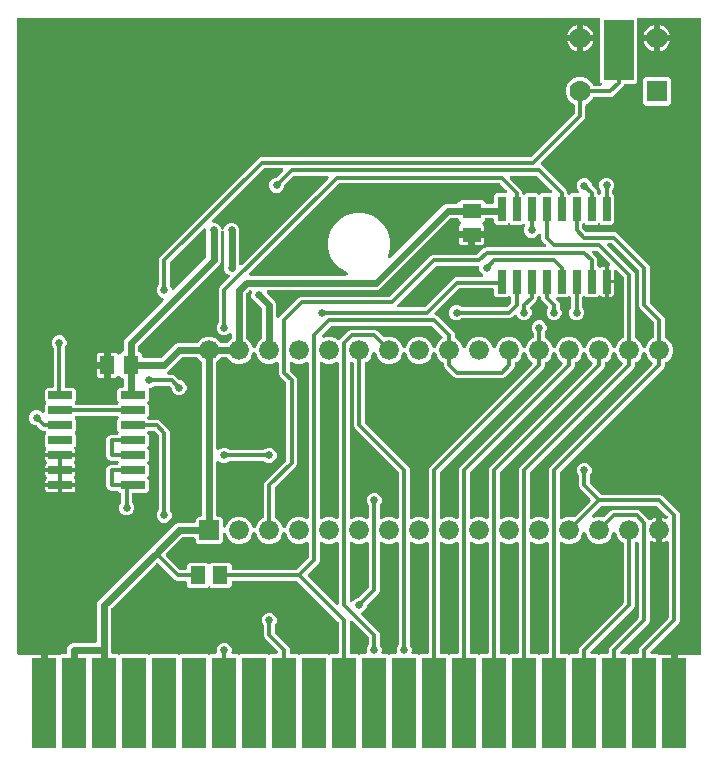
<source format=gtl>
G04 EAGLE Gerber RS-274X export*
G75*
%MOMM*%
%FSLAX34Y34*%
%LPD*%
%INTop Copper*%
%IPPOS*%
%AMOC8*
5,1,8,0,0,1.08239X$1,22.5*%
G01*
%ADD10R,2.032000X7.620000*%
%ADD11R,1.676400X1.676400*%
%ADD12C,1.676400*%
%ADD13R,2.032000X0.660400*%
%ADD14R,0.660400X2.032000*%
%ADD15R,1.300000X1.500000*%
%ADD16R,1.778000X1.778000*%
%ADD17C,1.778000*%
%ADD18R,1.300000X1.600000*%
%ADD19R,1.600000X1.300000*%
%ADD20R,2.540000X5.080000*%
%ADD21C,0.654800*%
%ADD22C,0.609600*%
%ADD23C,0.304800*%

G36*
X26534Y84846D02*
X26534Y84846D01*
X26611Y84845D01*
X26756Y84871D01*
X26803Y84877D01*
X26822Y84883D01*
X26851Y84889D01*
X27605Y85091D01*
X35744Y85091D01*
X35822Y85048D01*
X35949Y84972D01*
X35974Y84964D01*
X35997Y84951D01*
X36140Y84911D01*
X36281Y84866D01*
X36307Y84864D01*
X36332Y84856D01*
X36576Y84837D01*
X39624Y84837D01*
X39650Y84840D01*
X39676Y84838D01*
X39823Y84860D01*
X39970Y84877D01*
X39995Y84885D01*
X40021Y84889D01*
X40159Y84944D01*
X40298Y84994D01*
X40320Y85008D01*
X40345Y85018D01*
X40449Y85091D01*
X48595Y85091D01*
X49349Y84889D01*
X49425Y84877D01*
X49499Y84856D01*
X49647Y84845D01*
X49693Y84838D01*
X49713Y84839D01*
X49743Y84837D01*
X50684Y84837D01*
X50810Y84851D01*
X50936Y84858D01*
X50982Y84871D01*
X51030Y84877D01*
X51149Y84919D01*
X51271Y84954D01*
X51313Y84978D01*
X51359Y84994D01*
X51465Y85063D01*
X51575Y85124D01*
X51621Y85164D01*
X51651Y85183D01*
X51685Y85218D01*
X51761Y85283D01*
X52077Y85599D01*
X55880Y85599D01*
X55906Y85602D01*
X55932Y85600D01*
X56079Y85622D01*
X56226Y85639D01*
X56251Y85647D01*
X56277Y85651D01*
X56415Y85706D01*
X56554Y85756D01*
X56576Y85770D01*
X56601Y85780D01*
X56722Y85865D01*
X56847Y85945D01*
X56865Y85964D01*
X56887Y85979D01*
X56986Y86089D01*
X57089Y86196D01*
X57103Y86218D01*
X57120Y86238D01*
X57192Y86368D01*
X57268Y86495D01*
X57276Y86520D01*
X57289Y86543D01*
X57329Y86686D01*
X57374Y86827D01*
X57376Y86853D01*
X57384Y86878D01*
X57403Y87122D01*
X57403Y90113D01*
X58331Y92354D01*
X60046Y94069D01*
X62287Y94997D01*
X81280Y94997D01*
X81306Y95000D01*
X81332Y94998D01*
X81479Y95020D01*
X81626Y95037D01*
X81651Y95045D01*
X81677Y95049D01*
X81815Y95104D01*
X81954Y95154D01*
X81976Y95168D01*
X82001Y95178D01*
X82122Y95263D01*
X82247Y95343D01*
X82265Y95362D01*
X82287Y95377D01*
X82386Y95487D01*
X82489Y95594D01*
X82503Y95616D01*
X82520Y95636D01*
X82592Y95766D01*
X82668Y95893D01*
X82676Y95918D01*
X82689Y95941D01*
X82729Y96084D01*
X82774Y96225D01*
X82776Y96251D01*
X82784Y96276D01*
X82803Y96520D01*
X82803Y128213D01*
X83731Y130454D01*
X85661Y132383D01*
X127967Y174689D01*
X147017Y193739D01*
X148946Y195669D01*
X151187Y196597D01*
X164846Y196597D01*
X164872Y196600D01*
X164898Y196598D01*
X165045Y196620D01*
X165192Y196637D01*
X165217Y196645D01*
X165243Y196649D01*
X165381Y196704D01*
X165520Y196754D01*
X165542Y196768D01*
X165567Y196778D01*
X165688Y196863D01*
X165813Y196943D01*
X165831Y196962D01*
X165853Y196977D01*
X165952Y197087D01*
X166055Y197194D01*
X166069Y197216D01*
X166086Y197236D01*
X166158Y197366D01*
X166234Y197493D01*
X166242Y197518D01*
X166255Y197541D01*
X166295Y197684D01*
X166340Y197825D01*
X166342Y197851D01*
X166350Y197876D01*
X166369Y198120D01*
X166369Y200145D01*
X168155Y201931D01*
X170180Y201931D01*
X170206Y201934D01*
X170232Y201932D01*
X170379Y201954D01*
X170526Y201971D01*
X170551Y201979D01*
X170577Y201983D01*
X170715Y202038D01*
X170854Y202088D01*
X170876Y202102D01*
X170901Y202112D01*
X171022Y202197D01*
X171147Y202277D01*
X171165Y202296D01*
X171187Y202311D01*
X171286Y202421D01*
X171389Y202528D01*
X171403Y202550D01*
X171420Y202570D01*
X171492Y202700D01*
X171568Y202827D01*
X171576Y202852D01*
X171589Y202875D01*
X171629Y203018D01*
X171674Y203159D01*
X171676Y203185D01*
X171684Y203210D01*
X171703Y203454D01*
X171703Y332200D01*
X171689Y332326D01*
X171682Y332452D01*
X171669Y332499D01*
X171663Y332547D01*
X171621Y332665D01*
X171586Y332787D01*
X171562Y332829D01*
X171546Y332875D01*
X171477Y332981D01*
X171416Y333091D01*
X171376Y333137D01*
X171357Y333167D01*
X171322Y333201D01*
X171257Y333277D01*
X168177Y336357D01*
X168078Y336436D01*
X167985Y336520D01*
X167942Y336544D01*
X167904Y336574D01*
X167790Y336628D01*
X167679Y336689D01*
X167633Y336702D01*
X167589Y336723D01*
X167466Y336749D01*
X167344Y336784D01*
X167283Y336789D01*
X167249Y336796D01*
X167201Y336795D01*
X167100Y336803D01*
X155556Y336803D01*
X155431Y336789D01*
X155305Y336782D01*
X155258Y336769D01*
X155210Y336763D01*
X155091Y336721D01*
X154970Y336686D01*
X154928Y336662D01*
X154882Y336646D01*
X154776Y336577D01*
X154665Y336516D01*
X154619Y336476D01*
X154589Y336457D01*
X154556Y336422D01*
X154479Y336357D01*
X143154Y325031D01*
X143086Y325003D01*
X143042Y324979D01*
X142994Y324962D01*
X142890Y324894D01*
X142781Y324834D01*
X142744Y324800D01*
X142701Y324773D01*
X142615Y324683D01*
X142523Y324600D01*
X142494Y324558D01*
X142459Y324522D01*
X142395Y324415D01*
X142325Y324313D01*
X142306Y324266D01*
X142280Y324223D01*
X142242Y324105D01*
X142197Y323989D01*
X142189Y323939D01*
X142174Y323891D01*
X142164Y323767D01*
X142146Y323644D01*
X142150Y323594D01*
X142146Y323544D01*
X142165Y323421D01*
X142175Y323297D01*
X142190Y323249D01*
X142198Y323199D01*
X142244Y323083D01*
X142282Y322965D01*
X142308Y322922D01*
X142327Y322875D01*
X142397Y322773D01*
X142462Y322667D01*
X142497Y322630D01*
X142525Y322589D01*
X142618Y322506D01*
X142704Y322417D01*
X142747Y322389D01*
X142784Y322356D01*
X142893Y322296D01*
X142998Y322228D01*
X143045Y322211D01*
X143089Y322187D01*
X143209Y322153D01*
X143326Y322112D01*
X143376Y322106D01*
X143425Y322092D01*
X143668Y322073D01*
X146960Y322073D01*
X148640Y321377D01*
X150141Y319876D01*
X152098Y317919D01*
X152197Y317840D01*
X152291Y317756D01*
X152333Y317732D01*
X152371Y317702D01*
X152485Y317648D01*
X152596Y317587D01*
X152642Y317574D01*
X152686Y317553D01*
X152809Y317527D01*
X152931Y317492D01*
X152992Y317487D01*
X153027Y317480D01*
X153075Y317481D01*
X153175Y317473D01*
X153658Y317473D01*
X155982Y316510D01*
X157760Y314732D01*
X158723Y312408D01*
X158723Y309892D01*
X157760Y307568D01*
X155982Y305790D01*
X153658Y304827D01*
X151142Y304827D01*
X148818Y305790D01*
X147040Y307568D01*
X146077Y309892D01*
X146077Y310375D01*
X146063Y310500D01*
X146056Y310627D01*
X146043Y310673D01*
X146037Y310721D01*
X145995Y310840D01*
X145960Y310962D01*
X145936Y311004D01*
X145920Y311049D01*
X145851Y311155D01*
X145790Y311266D01*
X145750Y311312D01*
X145731Y311342D01*
X145696Y311376D01*
X145631Y311452D01*
X144602Y312481D01*
X144503Y312560D01*
X144409Y312644D01*
X144367Y312668D01*
X144329Y312698D01*
X144215Y312752D01*
X144104Y312813D01*
X144058Y312826D01*
X144014Y312847D01*
X143891Y312873D01*
X143769Y312908D01*
X143708Y312913D01*
X143673Y312920D01*
X143625Y312919D01*
X143525Y312927D01*
X132000Y312927D01*
X131874Y312913D01*
X131748Y312906D01*
X131702Y312893D01*
X131654Y312887D01*
X131535Y312845D01*
X131413Y312810D01*
X131371Y312786D01*
X131326Y312770D01*
X131219Y312701D01*
X131109Y312640D01*
X131063Y312600D01*
X131033Y312581D01*
X130999Y312546D01*
X130923Y312481D01*
X130582Y312140D01*
X128258Y311177D01*
X128016Y311177D01*
X127990Y311174D01*
X127964Y311176D01*
X127817Y311154D01*
X127670Y311137D01*
X127645Y311129D01*
X127619Y311125D01*
X127481Y311070D01*
X127342Y311020D01*
X127320Y311006D01*
X127295Y310996D01*
X127174Y310911D01*
X127049Y310831D01*
X127031Y310812D01*
X127009Y310797D01*
X126910Y310687D01*
X126807Y310580D01*
X126793Y310558D01*
X126776Y310538D01*
X126704Y310408D01*
X126628Y310281D01*
X126620Y310256D01*
X126607Y310233D01*
X126567Y310090D01*
X126522Y309949D01*
X126520Y309923D01*
X126512Y309898D01*
X126493Y309654D01*
X126493Y300235D01*
X125785Y299527D01*
X125768Y299507D01*
X125748Y299490D01*
X125660Y299371D01*
X125568Y299254D01*
X125557Y299230D01*
X125541Y299209D01*
X125483Y299073D01*
X125419Y298939D01*
X125414Y298913D01*
X125403Y298889D01*
X125377Y298743D01*
X125346Y298598D01*
X125346Y298572D01*
X125342Y298546D01*
X125349Y298398D01*
X125352Y298250D01*
X125358Y298224D01*
X125359Y298198D01*
X125401Y298056D01*
X125437Y297912D01*
X125449Y297889D01*
X125456Y297863D01*
X125529Y297734D01*
X125596Y297602D01*
X125613Y297582D01*
X125626Y297559D01*
X125785Y297373D01*
X126493Y296665D01*
X126493Y287535D01*
X125785Y286827D01*
X125768Y286807D01*
X125748Y286790D01*
X125661Y286671D01*
X125568Y286554D01*
X125557Y286530D01*
X125541Y286509D01*
X125483Y286373D01*
X125419Y286239D01*
X125414Y286213D01*
X125403Y286189D01*
X125377Y286044D01*
X125346Y285898D01*
X125346Y285872D01*
X125342Y285846D01*
X125349Y285698D01*
X125352Y285550D01*
X125358Y285525D01*
X125359Y285498D01*
X125401Y285355D01*
X125437Y285212D01*
X125449Y285189D01*
X125456Y285163D01*
X125529Y285034D01*
X125596Y284902D01*
X125613Y284882D01*
X125626Y284859D01*
X125785Y284673D01*
X126039Y284419D01*
X126138Y284340D01*
X126232Y284256D01*
X126274Y284232D01*
X126312Y284202D01*
X126426Y284148D01*
X126537Y284087D01*
X126583Y284074D01*
X126627Y284053D01*
X126750Y284027D01*
X126872Y283992D01*
X126933Y283987D01*
X126967Y283980D01*
X127016Y283981D01*
X127116Y283973D01*
X134260Y283973D01*
X135940Y283277D01*
X143577Y275640D01*
X144273Y273960D01*
X144273Y208200D01*
X144275Y208182D01*
X144274Y208168D01*
X144286Y208088D01*
X144287Y208074D01*
X144294Y207948D01*
X144307Y207902D01*
X144313Y207854D01*
X144355Y207735D01*
X144390Y207613D01*
X144414Y207571D01*
X144430Y207526D01*
X144499Y207419D01*
X144560Y207309D01*
X144600Y207263D01*
X144619Y207233D01*
X144654Y207199D01*
X144719Y207123D01*
X145060Y206782D01*
X146023Y204458D01*
X146023Y201942D01*
X145060Y199618D01*
X143282Y197840D01*
X140958Y196877D01*
X138442Y196877D01*
X136118Y197840D01*
X134340Y199618D01*
X133377Y201942D01*
X133377Y204458D01*
X134340Y206782D01*
X134681Y207123D01*
X134760Y207222D01*
X134844Y207316D01*
X134868Y207358D01*
X134898Y207396D01*
X134952Y207510D01*
X135013Y207621D01*
X135026Y207667D01*
X135047Y207711D01*
X135073Y207834D01*
X135108Y207956D01*
X135113Y208017D01*
X135120Y208052D01*
X135119Y208100D01*
X135127Y208200D01*
X135127Y270525D01*
X135113Y270651D01*
X135106Y270777D01*
X135093Y270823D01*
X135087Y270871D01*
X135045Y270990D01*
X135010Y271112D01*
X134986Y271154D01*
X134970Y271199D01*
X134901Y271306D01*
X134840Y271416D01*
X134800Y271462D01*
X134781Y271492D01*
X134746Y271526D01*
X134681Y271602D01*
X131902Y274381D01*
X131803Y274460D01*
X131709Y274544D01*
X131667Y274568D01*
X131629Y274598D01*
X131515Y274652D01*
X131404Y274713D01*
X131358Y274726D01*
X131314Y274747D01*
X131191Y274773D01*
X131069Y274808D01*
X131008Y274813D01*
X130973Y274820D01*
X130925Y274819D01*
X130825Y274827D01*
X127116Y274827D01*
X126990Y274813D01*
X126864Y274806D01*
X126818Y274793D01*
X126770Y274787D01*
X126651Y274745D01*
X126529Y274710D01*
X126487Y274686D01*
X126441Y274670D01*
X126335Y274601D01*
X126225Y274540D01*
X126179Y274500D01*
X126149Y274481D01*
X126115Y274446D01*
X126039Y274381D01*
X125785Y274127D01*
X125768Y274107D01*
X125748Y274090D01*
X125660Y273970D01*
X125568Y273854D01*
X125557Y273830D01*
X125541Y273809D01*
X125482Y273673D01*
X125419Y273539D01*
X125414Y273513D01*
X125403Y273489D01*
X125377Y273343D01*
X125346Y273198D01*
X125346Y273172D01*
X125342Y273146D01*
X125349Y272998D01*
X125352Y272850D01*
X125358Y272824D01*
X125359Y272798D01*
X125401Y272656D01*
X125437Y272512D01*
X125449Y272489D01*
X125456Y272463D01*
X125528Y272334D01*
X125596Y272202D01*
X125613Y272182D01*
X125626Y272159D01*
X125785Y271973D01*
X126493Y271265D01*
X126493Y262135D01*
X125785Y261427D01*
X125768Y261407D01*
X125748Y261390D01*
X125660Y261271D01*
X125568Y261154D01*
X125557Y261130D01*
X125541Y261109D01*
X125483Y260973D01*
X125419Y260839D01*
X125414Y260813D01*
X125403Y260789D01*
X125377Y260643D01*
X125346Y260498D01*
X125346Y260472D01*
X125342Y260446D01*
X125349Y260298D01*
X125352Y260150D01*
X125358Y260124D01*
X125359Y260098D01*
X125401Y259956D01*
X125437Y259812D01*
X125449Y259789D01*
X125456Y259763D01*
X125529Y259634D01*
X125596Y259502D01*
X125613Y259482D01*
X125626Y259459D01*
X125785Y259273D01*
X126493Y258565D01*
X126493Y249435D01*
X125785Y248727D01*
X125768Y248707D01*
X125748Y248690D01*
X125660Y248571D01*
X125568Y248454D01*
X125557Y248430D01*
X125541Y248409D01*
X125483Y248273D01*
X125419Y248139D01*
X125414Y248113D01*
X125403Y248089D01*
X125377Y247943D01*
X125346Y247798D01*
X125346Y247772D01*
X125342Y247746D01*
X125349Y247598D01*
X125352Y247450D01*
X125358Y247424D01*
X125359Y247398D01*
X125401Y247256D01*
X125437Y247112D01*
X125449Y247089D01*
X125456Y247063D01*
X125529Y246934D01*
X125596Y246802D01*
X125613Y246782D01*
X125626Y246759D01*
X125785Y246573D01*
X126493Y245865D01*
X126493Y236735D01*
X125785Y236027D01*
X125768Y236007D01*
X125748Y235990D01*
X125660Y235871D01*
X125568Y235754D01*
X125557Y235730D01*
X125541Y235709D01*
X125483Y235573D01*
X125419Y235439D01*
X125414Y235413D01*
X125403Y235389D01*
X125377Y235243D01*
X125346Y235098D01*
X125346Y235072D01*
X125342Y235046D01*
X125349Y234898D01*
X125352Y234750D01*
X125358Y234724D01*
X125359Y234698D01*
X125401Y234556D01*
X125437Y234412D01*
X125449Y234389D01*
X125456Y234363D01*
X125529Y234234D01*
X125596Y234102D01*
X125613Y234082D01*
X125626Y234059D01*
X125785Y233873D01*
X126493Y233165D01*
X126493Y224035D01*
X124707Y222249D01*
X114046Y222249D01*
X114020Y222246D01*
X113994Y222248D01*
X113847Y222226D01*
X113700Y222209D01*
X113675Y222201D01*
X113649Y222197D01*
X113511Y222142D01*
X113372Y222092D01*
X113350Y222078D01*
X113325Y222068D01*
X113204Y221983D01*
X113079Y221903D01*
X113061Y221884D01*
X113039Y221869D01*
X112940Y221759D01*
X112837Y221652D01*
X112823Y221630D01*
X112806Y221610D01*
X112734Y221480D01*
X112658Y221353D01*
X112650Y221328D01*
X112637Y221305D01*
X112597Y221162D01*
X112552Y221021D01*
X112550Y220995D01*
X112542Y220970D01*
X112523Y220726D01*
X112523Y214550D01*
X112537Y214424D01*
X112544Y214298D01*
X112557Y214252D01*
X112563Y214204D01*
X112605Y214085D01*
X112640Y213963D01*
X112664Y213921D01*
X112680Y213876D01*
X112749Y213769D01*
X112810Y213659D01*
X112850Y213613D01*
X112869Y213583D01*
X112904Y213549D01*
X112969Y213473D01*
X113310Y213132D01*
X114273Y210808D01*
X114273Y208292D01*
X113310Y205968D01*
X111532Y204190D01*
X109208Y203227D01*
X106692Y203227D01*
X104368Y204190D01*
X102590Y205968D01*
X101627Y208292D01*
X101627Y210808D01*
X102590Y213132D01*
X102931Y213473D01*
X103010Y213572D01*
X103094Y213666D01*
X103118Y213708D01*
X103148Y213746D01*
X103202Y213860D01*
X103263Y213971D01*
X103276Y214017D01*
X103297Y214061D01*
X103323Y214184D01*
X103358Y214306D01*
X103363Y214367D01*
X103370Y214402D01*
X103369Y214450D01*
X103377Y214550D01*
X103377Y220726D01*
X103374Y220752D01*
X103376Y220778D01*
X103354Y220925D01*
X103337Y221072D01*
X103329Y221097D01*
X103325Y221123D01*
X103270Y221261D01*
X103220Y221400D01*
X103206Y221422D01*
X103196Y221447D01*
X103111Y221568D01*
X103031Y221693D01*
X103012Y221711D01*
X102997Y221733D01*
X102887Y221832D01*
X102780Y221935D01*
X102758Y221949D01*
X102738Y221966D01*
X102608Y222038D01*
X102481Y222114D01*
X102456Y222122D01*
X102433Y222135D01*
X102290Y222175D01*
X102149Y222220D01*
X102123Y222222D01*
X102098Y222230D01*
X101862Y222249D01*
X100529Y223581D01*
X100430Y223660D01*
X100336Y223744D01*
X100294Y223768D01*
X100256Y223798D01*
X100142Y223852D01*
X100031Y223913D01*
X99985Y223926D01*
X99941Y223947D01*
X99818Y223973D01*
X99696Y224008D01*
X99635Y224013D01*
X99600Y224020D01*
X99552Y224019D01*
X99452Y224027D01*
X94340Y224027D01*
X92660Y224723D01*
X91373Y226010D01*
X90677Y227690D01*
X90677Y242210D01*
X91373Y243890D01*
X92660Y245177D01*
X94340Y245873D01*
X99452Y245873D01*
X99578Y245887D01*
X99704Y245894D01*
X99750Y245907D01*
X99798Y245913D01*
X99917Y245955D01*
X100039Y245990D01*
X100081Y246014D01*
X100127Y246030D01*
X100233Y246099D01*
X100343Y246160D01*
X100389Y246200D01*
X100419Y246219D01*
X100453Y246254D01*
X100529Y246319D01*
X100783Y246573D01*
X100800Y246593D01*
X100820Y246611D01*
X100908Y246730D01*
X101000Y246846D01*
X101011Y246870D01*
X101027Y246891D01*
X101085Y247027D01*
X101149Y247161D01*
X101154Y247187D01*
X101165Y247211D01*
X101191Y247357D01*
X101222Y247502D01*
X101222Y247528D01*
X101226Y247554D01*
X101219Y247702D01*
X101216Y247850D01*
X101210Y247876D01*
X101209Y247902D01*
X101167Y248045D01*
X101131Y248188D01*
X101119Y248212D01*
X101112Y248237D01*
X101040Y248366D01*
X100972Y248498D01*
X100955Y248518D01*
X100942Y248541D01*
X100783Y248727D01*
X100529Y248981D01*
X100430Y249060D01*
X100336Y249144D01*
X100294Y249168D01*
X100256Y249198D01*
X100142Y249252D01*
X100031Y249313D01*
X99985Y249326D01*
X99941Y249347D01*
X99818Y249373D01*
X99696Y249408D01*
X99635Y249413D01*
X99600Y249420D01*
X99552Y249419D01*
X99452Y249427D01*
X94340Y249427D01*
X92660Y250123D01*
X91373Y251410D01*
X90677Y253090D01*
X90677Y267610D01*
X91373Y269290D01*
X92660Y270577D01*
X94340Y271273D01*
X99452Y271273D01*
X99578Y271287D01*
X99704Y271294D01*
X99750Y271307D01*
X99798Y271313D01*
X99917Y271355D01*
X100039Y271390D01*
X100081Y271414D01*
X100127Y271430D01*
X100233Y271499D01*
X100343Y271560D01*
X100389Y271600D01*
X100419Y271619D01*
X100453Y271654D01*
X100529Y271719D01*
X100783Y271973D01*
X100800Y271993D01*
X100820Y272010D01*
X100908Y272130D01*
X101000Y272246D01*
X101011Y272270D01*
X101027Y272291D01*
X101085Y272427D01*
X101149Y272561D01*
X101154Y272587D01*
X101165Y272611D01*
X101191Y272757D01*
X101222Y272902D01*
X101222Y272928D01*
X101226Y272954D01*
X101219Y273102D01*
X101216Y273250D01*
X101210Y273276D01*
X101209Y273302D01*
X101168Y273444D01*
X101131Y273588D01*
X101119Y273612D01*
X101112Y273637D01*
X101040Y273766D01*
X100972Y273898D01*
X100955Y273918D01*
X100942Y273941D01*
X100783Y274127D01*
X100075Y274835D01*
X100075Y283965D01*
X100783Y284673D01*
X100800Y284693D01*
X100820Y284711D01*
X100908Y284830D01*
X101000Y284946D01*
X101011Y284970D01*
X101027Y284991D01*
X101085Y285127D01*
X101149Y285261D01*
X101154Y285287D01*
X101165Y285311D01*
X101191Y285457D01*
X101222Y285602D01*
X101222Y285628D01*
X101226Y285654D01*
X101219Y285802D01*
X101216Y285950D01*
X101210Y285976D01*
X101209Y286002D01*
X101167Y286145D01*
X101131Y286288D01*
X101119Y286312D01*
X101112Y286337D01*
X101040Y286466D01*
X100972Y286598D01*
X100955Y286618D01*
X100942Y286641D01*
X100783Y286827D01*
X100529Y287081D01*
X100430Y287160D01*
X100336Y287244D01*
X100294Y287268D01*
X100256Y287298D01*
X100142Y287352D01*
X100031Y287413D01*
X99985Y287426D01*
X99941Y287447D01*
X99818Y287473D01*
X99696Y287508D01*
X99635Y287513D01*
X99600Y287520D01*
X99552Y287519D01*
X99452Y287527D01*
X65648Y287527D01*
X65522Y287513D01*
X65396Y287506D01*
X65350Y287493D01*
X65302Y287487D01*
X65183Y287445D01*
X65061Y287410D01*
X65019Y287386D01*
X64973Y287370D01*
X64867Y287301D01*
X64757Y287240D01*
X64711Y287200D01*
X64681Y287181D01*
X64647Y287146D01*
X64571Y287081D01*
X64317Y286827D01*
X64300Y286807D01*
X64280Y286790D01*
X64192Y286670D01*
X64100Y286554D01*
X64089Y286530D01*
X64073Y286509D01*
X64015Y286373D01*
X63951Y286239D01*
X63946Y286213D01*
X63935Y286189D01*
X63909Y286043D01*
X63878Y285898D01*
X63878Y285872D01*
X63874Y285846D01*
X63881Y285698D01*
X63884Y285550D01*
X63890Y285524D01*
X63891Y285498D01*
X63932Y285356D01*
X63969Y285212D01*
X63981Y285189D01*
X63988Y285163D01*
X64060Y285034D01*
X64128Y284902D01*
X64145Y284882D01*
X64158Y284859D01*
X64317Y284673D01*
X65025Y283965D01*
X65025Y274835D01*
X64317Y274127D01*
X64300Y274107D01*
X64280Y274090D01*
X64192Y273971D01*
X64100Y273854D01*
X64089Y273830D01*
X64073Y273809D01*
X64015Y273673D01*
X63951Y273539D01*
X63946Y273513D01*
X63935Y273489D01*
X63909Y273343D01*
X63878Y273198D01*
X63878Y273172D01*
X63874Y273146D01*
X63881Y272998D01*
X63884Y272850D01*
X63890Y272824D01*
X63891Y272798D01*
X63933Y272656D01*
X63969Y272512D01*
X63981Y272489D01*
X63988Y272463D01*
X64061Y272334D01*
X64128Y272202D01*
X64145Y272182D01*
X64158Y272159D01*
X64317Y271973D01*
X65025Y271265D01*
X65025Y262135D01*
X63957Y261068D01*
X63941Y261047D01*
X63921Y261030D01*
X63875Y260968D01*
X63845Y260937D01*
X63819Y260894D01*
X63741Y260795D01*
X63730Y260771D01*
X63714Y260750D01*
X63655Y260613D01*
X63592Y260480D01*
X63586Y260454D01*
X63576Y260430D01*
X63550Y260284D01*
X63519Y260139D01*
X63519Y260113D01*
X63514Y260087D01*
X63522Y259939D01*
X63525Y259791D01*
X63531Y259765D01*
X63532Y259739D01*
X63573Y259596D01*
X63610Y259453D01*
X63622Y259429D01*
X63629Y259404D01*
X63701Y259274D01*
X63769Y259143D01*
X63786Y259123D01*
X63799Y259100D01*
X63957Y258914D01*
X64009Y258862D01*
X64344Y258283D01*
X64517Y257637D01*
X64517Y255650D01*
X51943Y255650D01*
X51917Y255647D01*
X51891Y255649D01*
X51824Y255639D01*
X51689Y255650D01*
X39115Y255650D01*
X39115Y257637D01*
X39288Y258283D01*
X39623Y258862D01*
X39675Y258914D01*
X39691Y258934D01*
X39711Y258951D01*
X39799Y259071D01*
X39891Y259187D01*
X39902Y259210D01*
X39918Y259232D01*
X39977Y259368D01*
X40040Y259502D01*
X40046Y259527D01*
X40056Y259552D01*
X40082Y259698D01*
X40113Y259843D01*
X40113Y259869D01*
X40118Y259895D01*
X40110Y260043D01*
X40107Y260191D01*
X40101Y260216D01*
X40100Y260243D01*
X40059Y260385D01*
X40022Y260529D01*
X40010Y260552D01*
X40003Y260577D01*
X39931Y260707D01*
X39924Y260719D01*
X39920Y260731D01*
X39914Y260739D01*
X39863Y260839D01*
X39846Y260859D01*
X39833Y260882D01*
X39735Y260997D01*
X39721Y261017D01*
X39707Y261030D01*
X39675Y261068D01*
X38607Y262135D01*
X38607Y271265D01*
X39315Y271973D01*
X39332Y271993D01*
X39352Y272010D01*
X39440Y272130D01*
X39532Y272246D01*
X39543Y272270D01*
X39559Y272291D01*
X39618Y272427D01*
X39681Y272561D01*
X39686Y272587D01*
X39697Y272611D01*
X39723Y272757D01*
X39754Y272902D01*
X39754Y272928D01*
X39758Y272954D01*
X39751Y273102D01*
X39748Y273250D01*
X39742Y273276D01*
X39741Y273302D01*
X39699Y273444D01*
X39663Y273588D01*
X39651Y273612D01*
X39644Y273637D01*
X39572Y273766D01*
X39504Y273898D01*
X39487Y273918D01*
X39474Y273941D01*
X39315Y274127D01*
X39061Y274381D01*
X38962Y274460D01*
X38868Y274544D01*
X38826Y274568D01*
X38788Y274598D01*
X38674Y274652D01*
X38563Y274713D01*
X38517Y274726D01*
X38473Y274747D01*
X38350Y274773D01*
X38228Y274808D01*
X38167Y274813D01*
X38133Y274820D01*
X38085Y274819D01*
X37984Y274827D01*
X37190Y274827D01*
X35510Y275523D01*
X32052Y278981D01*
X31953Y279060D01*
X31859Y279144D01*
X31817Y279168D01*
X31779Y279198D01*
X31665Y279252D01*
X31554Y279313D01*
X31508Y279326D01*
X31464Y279347D01*
X31341Y279373D01*
X31219Y279408D01*
X31158Y279413D01*
X31123Y279420D01*
X31075Y279419D01*
X30975Y279427D01*
X30492Y279427D01*
X28168Y280390D01*
X26390Y282168D01*
X25427Y284492D01*
X25427Y287008D01*
X26390Y289332D01*
X28168Y291110D01*
X30492Y292073D01*
X33008Y292073D01*
X35332Y291110D01*
X36007Y290435D01*
X36086Y290372D01*
X36158Y290303D01*
X36222Y290264D01*
X36280Y290218D01*
X36371Y290175D01*
X36457Y290124D01*
X36528Y290101D01*
X36595Y290069D01*
X36693Y290048D01*
X36789Y290017D01*
X36863Y290012D01*
X36936Y289996D01*
X37036Y289998D01*
X37136Y289990D01*
X37210Y290001D01*
X37284Y290002D01*
X37381Y290026D01*
X37481Y290041D01*
X37550Y290069D01*
X37622Y290087D01*
X37711Y290133D01*
X37805Y290170D01*
X37866Y290212D01*
X37932Y290246D01*
X38009Y290312D01*
X38091Y290369D01*
X38141Y290424D01*
X38197Y290472D01*
X38257Y290553D01*
X38324Y290628D01*
X38360Y290693D01*
X38405Y290753D01*
X38444Y290845D01*
X38493Y290933D01*
X38513Y291004D01*
X38543Y291073D01*
X38560Y291171D01*
X38588Y291268D01*
X38596Y291368D01*
X38604Y291416D01*
X38602Y291451D01*
X38607Y291512D01*
X38607Y296665D01*
X39315Y297373D01*
X39332Y297393D01*
X39352Y297410D01*
X39440Y297530D01*
X39532Y297646D01*
X39543Y297670D01*
X39559Y297691D01*
X39617Y297827D01*
X39681Y297961D01*
X39686Y297987D01*
X39697Y298011D01*
X39723Y298157D01*
X39754Y298302D01*
X39754Y298328D01*
X39758Y298354D01*
X39751Y298502D01*
X39748Y298650D01*
X39742Y298676D01*
X39741Y298702D01*
X39700Y298844D01*
X39663Y298988D01*
X39651Y299012D01*
X39644Y299037D01*
X39572Y299166D01*
X39504Y299298D01*
X39487Y299318D01*
X39474Y299341D01*
X39315Y299527D01*
X38607Y300235D01*
X38607Y309365D01*
X40393Y311151D01*
X44704Y311151D01*
X44730Y311154D01*
X44756Y311152D01*
X44903Y311174D01*
X45050Y311191D01*
X45075Y311199D01*
X45101Y311203D01*
X45239Y311258D01*
X45378Y311308D01*
X45400Y311322D01*
X45425Y311332D01*
X45546Y311417D01*
X45671Y311497D01*
X45689Y311516D01*
X45711Y311531D01*
X45810Y311641D01*
X45913Y311748D01*
X45927Y311770D01*
X45944Y311790D01*
X46016Y311920D01*
X46092Y312047D01*
X46100Y312072D01*
X46113Y312095D01*
X46153Y312238D01*
X46198Y312379D01*
X46200Y312405D01*
X46208Y312430D01*
X46227Y312674D01*
X46227Y344250D01*
X46213Y344376D01*
X46206Y344502D01*
X46193Y344548D01*
X46187Y344596D01*
X46145Y344715D01*
X46110Y344837D01*
X46086Y344879D01*
X46070Y344924D01*
X46001Y345031D01*
X45940Y345141D01*
X45900Y345187D01*
X45881Y345217D01*
X45846Y345251D01*
X45781Y345327D01*
X45440Y345668D01*
X44477Y347992D01*
X44477Y350508D01*
X45440Y352832D01*
X47218Y354610D01*
X49542Y355573D01*
X52058Y355573D01*
X54382Y354610D01*
X56160Y352832D01*
X57123Y350508D01*
X57123Y347992D01*
X56160Y345668D01*
X55819Y345327D01*
X55740Y345228D01*
X55656Y345134D01*
X55632Y345092D01*
X55602Y345054D01*
X55548Y344940D01*
X55487Y344829D01*
X55474Y344783D01*
X55453Y344739D01*
X55427Y344616D01*
X55392Y344494D01*
X55387Y344433D01*
X55380Y344398D01*
X55381Y344350D01*
X55373Y344250D01*
X55373Y312674D01*
X55376Y312648D01*
X55374Y312622D01*
X55396Y312475D01*
X55413Y312328D01*
X55421Y312303D01*
X55425Y312277D01*
X55480Y312139D01*
X55530Y312000D01*
X55544Y311978D01*
X55554Y311953D01*
X55639Y311832D01*
X55719Y311707D01*
X55738Y311689D01*
X55753Y311667D01*
X55863Y311568D01*
X55970Y311465D01*
X55992Y311451D01*
X56012Y311434D01*
X56142Y311362D01*
X56269Y311286D01*
X56294Y311278D01*
X56317Y311265D01*
X56460Y311225D01*
X56601Y311180D01*
X56627Y311178D01*
X56652Y311170D01*
X56896Y311151D01*
X63239Y311151D01*
X65025Y309365D01*
X65025Y300235D01*
X64317Y299527D01*
X64300Y299507D01*
X64280Y299490D01*
X64192Y299371D01*
X64100Y299254D01*
X64089Y299230D01*
X64073Y299209D01*
X64015Y299073D01*
X63951Y298939D01*
X63946Y298913D01*
X63935Y298889D01*
X63909Y298743D01*
X63878Y298598D01*
X63878Y298572D01*
X63874Y298546D01*
X63881Y298398D01*
X63884Y298250D01*
X63890Y298224D01*
X63891Y298198D01*
X63933Y298056D01*
X63969Y297912D01*
X63981Y297889D01*
X63988Y297863D01*
X64061Y297734D01*
X64128Y297602D01*
X64145Y297582D01*
X64158Y297559D01*
X64317Y297373D01*
X64571Y297119D01*
X64670Y297040D01*
X64764Y296956D01*
X64806Y296932D01*
X64844Y296902D01*
X64958Y296848D01*
X65069Y296787D01*
X65115Y296774D01*
X65159Y296753D01*
X65282Y296727D01*
X65404Y296692D01*
X65465Y296687D01*
X65500Y296680D01*
X65548Y296681D01*
X65648Y296673D01*
X99452Y296673D01*
X99578Y296687D01*
X99704Y296694D01*
X99750Y296707D01*
X99798Y296713D01*
X99917Y296755D01*
X100039Y296790D01*
X100081Y296814D01*
X100127Y296830D01*
X100233Y296899D01*
X100343Y296960D01*
X100389Y297000D01*
X100419Y297019D01*
X100453Y297054D01*
X100529Y297119D01*
X100783Y297373D01*
X100800Y297393D01*
X100820Y297410D01*
X100908Y297530D01*
X101000Y297646D01*
X101011Y297670D01*
X101027Y297691D01*
X101085Y297827D01*
X101149Y297961D01*
X101154Y297987D01*
X101165Y298011D01*
X101191Y298157D01*
X101222Y298302D01*
X101222Y298328D01*
X101226Y298354D01*
X101219Y298502D01*
X101216Y298650D01*
X101210Y298676D01*
X101209Y298702D01*
X101168Y298844D01*
X101131Y298988D01*
X101119Y299012D01*
X101112Y299037D01*
X101040Y299166D01*
X100972Y299298D01*
X100955Y299318D01*
X100942Y299341D01*
X100783Y299527D01*
X100075Y300235D01*
X100075Y309365D01*
X101861Y311151D01*
X103980Y311151D01*
X104006Y311154D01*
X104032Y311152D01*
X104179Y311174D01*
X104326Y311191D01*
X104351Y311199D01*
X104377Y311203D01*
X104515Y311258D01*
X104654Y311308D01*
X104676Y311322D01*
X104701Y311332D01*
X104822Y311417D01*
X104947Y311497D01*
X104965Y311516D01*
X104987Y311531D01*
X105086Y311641D01*
X105189Y311748D01*
X105203Y311770D01*
X105220Y311790D01*
X105292Y311920D01*
X105368Y312047D01*
X105376Y312072D01*
X105389Y312095D01*
X105429Y312238D01*
X105474Y312379D01*
X105476Y312405D01*
X105484Y312430D01*
X105503Y312674D01*
X105503Y317628D01*
X105500Y317654D01*
X105502Y317680D01*
X105480Y317827D01*
X105463Y317974D01*
X105455Y317999D01*
X105451Y318025D01*
X105396Y318163D01*
X105346Y318302D01*
X105332Y318324D01*
X105322Y318349D01*
X105237Y318470D01*
X105157Y318595D01*
X105138Y318613D01*
X105123Y318635D01*
X105013Y318734D01*
X104906Y318837D01*
X104884Y318851D01*
X104864Y318868D01*
X104734Y318940D01*
X104607Y319016D01*
X104582Y319024D01*
X104559Y319037D01*
X104416Y319077D01*
X104275Y319122D01*
X104249Y319124D01*
X104224Y319132D01*
X103980Y319151D01*
X103837Y319151D01*
X102318Y320671D01*
X102297Y320687D01*
X102280Y320707D01*
X102161Y320795D01*
X102045Y320887D01*
X102021Y320898D01*
X102000Y320914D01*
X101864Y320973D01*
X101730Y321036D01*
X101704Y321042D01*
X101680Y321052D01*
X101533Y321078D01*
X101389Y321109D01*
X101363Y321109D01*
X101337Y321114D01*
X101188Y321106D01*
X101041Y321103D01*
X101015Y321097D01*
X100989Y321096D01*
X100847Y321055D01*
X100703Y321018D01*
X100679Y321006D01*
X100654Y320999D01*
X100525Y320927D01*
X100393Y320859D01*
X100373Y320842D01*
X100350Y320829D01*
X100164Y320671D01*
X99660Y320167D01*
X99081Y319832D01*
X98435Y319659D01*
X94647Y319659D01*
X94647Y328676D01*
X94644Y328702D01*
X94646Y328728D01*
X94624Y328875D01*
X94607Y329022D01*
X94598Y329047D01*
X94595Y329073D01*
X94540Y329211D01*
X94490Y329350D01*
X94476Y329372D01*
X94466Y329397D01*
X94381Y329518D01*
X94301Y329643D01*
X94282Y329661D01*
X94267Y329683D01*
X94157Y329782D01*
X94050Y329885D01*
X94028Y329899D01*
X94008Y329916D01*
X93878Y329988D01*
X93751Y330064D01*
X93726Y330072D01*
X93703Y330085D01*
X93560Y330125D01*
X93419Y330170D01*
X93393Y330172D01*
X93368Y330180D01*
X93124Y330199D01*
X91599Y330199D01*
X91599Y330201D01*
X93124Y330201D01*
X93150Y330204D01*
X93176Y330202D01*
X93323Y330224D01*
X93470Y330241D01*
X93495Y330250D01*
X93521Y330253D01*
X93659Y330308D01*
X93798Y330358D01*
X93820Y330372D01*
X93845Y330382D01*
X93966Y330467D01*
X94091Y330547D01*
X94109Y330566D01*
X94131Y330581D01*
X94230Y330691D01*
X94333Y330798D01*
X94347Y330820D01*
X94364Y330840D01*
X94436Y330970D01*
X94512Y331097D01*
X94520Y331122D01*
X94533Y331145D01*
X94573Y331288D01*
X94618Y331429D01*
X94620Y331455D01*
X94628Y331480D01*
X94647Y331724D01*
X94647Y340741D01*
X98435Y340741D01*
X99081Y340568D01*
X99660Y340233D01*
X100164Y339729D01*
X100184Y339713D01*
X100201Y339693D01*
X100320Y339605D01*
X100437Y339513D01*
X100460Y339502D01*
X100481Y339486D01*
X100617Y339427D01*
X100752Y339364D01*
X100777Y339358D01*
X100802Y339348D01*
X100947Y339322D01*
X101092Y339291D01*
X101119Y339291D01*
X101145Y339286D01*
X101293Y339294D01*
X101441Y339297D01*
X101466Y339303D01*
X101493Y339304D01*
X101635Y339345D01*
X101779Y339382D01*
X101802Y339394D01*
X101827Y339401D01*
X101957Y339473D01*
X102089Y339541D01*
X102109Y339558D01*
X102132Y339571D01*
X102318Y339729D01*
X103837Y341249D01*
X103980Y341249D01*
X104006Y341252D01*
X104032Y341250D01*
X104179Y341272D01*
X104326Y341289D01*
X104351Y341297D01*
X104377Y341301D01*
X104515Y341356D01*
X104654Y341406D01*
X104676Y341420D01*
X104701Y341430D01*
X104822Y341515D01*
X104947Y341595D01*
X104965Y341614D01*
X104987Y341629D01*
X105086Y341739D01*
X105189Y341846D01*
X105203Y341868D01*
X105220Y341888D01*
X105292Y342018D01*
X105368Y342145D01*
X105376Y342170D01*
X105389Y342193D01*
X105429Y342336D01*
X105474Y342477D01*
X105476Y342503D01*
X105484Y342528D01*
X105503Y342772D01*
X105503Y350303D01*
X106431Y352544D01*
X138826Y384938D01*
X138920Y385056D01*
X139017Y385171D01*
X139028Y385193D01*
X139043Y385211D01*
X139107Y385348D01*
X139176Y385481D01*
X139182Y385505D01*
X139192Y385527D01*
X139224Y385674D01*
X139260Y385819D01*
X139260Y385844D01*
X139265Y385867D01*
X139263Y386017D01*
X139265Y386168D01*
X139260Y386192D01*
X139259Y386216D01*
X139223Y386361D01*
X139191Y386508D01*
X139180Y386530D01*
X139174Y386554D01*
X139105Y386688D01*
X139041Y386823D01*
X139026Y386842D01*
X139015Y386864D01*
X138917Y386978D01*
X138824Y387096D01*
X138805Y387111D01*
X138789Y387129D01*
X138668Y387218D01*
X138550Y387311D01*
X138524Y387325D01*
X138509Y387336D01*
X138465Y387355D01*
X138332Y387423D01*
X136118Y388340D01*
X134340Y390118D01*
X133377Y392442D01*
X133377Y394958D01*
X134340Y397282D01*
X134681Y397623D01*
X134760Y397722D01*
X134844Y397816D01*
X134868Y397858D01*
X134898Y397896D01*
X134952Y398010D01*
X135013Y398121D01*
X135026Y398167D01*
X135047Y398211D01*
X135073Y398334D01*
X135108Y398456D01*
X135113Y398517D01*
X135120Y398552D01*
X135119Y398600D01*
X135127Y398700D01*
X135127Y420010D01*
X135823Y421690D01*
X218159Y504026D01*
X219660Y505527D01*
X221340Y506223D01*
X449595Y506223D01*
X449721Y506237D01*
X449847Y506244D01*
X449893Y506257D01*
X449941Y506263D01*
X450060Y506305D01*
X450182Y506340D01*
X450224Y506364D01*
X450269Y506380D01*
X450376Y506449D01*
X450486Y506510D01*
X450532Y506550D01*
X450562Y506569D01*
X450596Y506604D01*
X450672Y506669D01*
X486869Y542866D01*
X486948Y542965D01*
X487032Y543059D01*
X487056Y543101D01*
X487086Y543139D01*
X487140Y543253D01*
X487201Y543364D01*
X487214Y543410D01*
X487235Y543454D01*
X487261Y543577D01*
X487296Y543699D01*
X487301Y543760D01*
X487308Y543795D01*
X487307Y543843D01*
X487315Y543943D01*
X487315Y549988D01*
X487307Y550064D01*
X487308Y550140D01*
X487287Y550236D01*
X487275Y550334D01*
X487250Y550406D01*
X487233Y550481D01*
X487191Y550570D01*
X487158Y550662D01*
X487116Y550726D01*
X487084Y550795D01*
X487022Y550872D01*
X486969Y550955D01*
X486914Y551008D01*
X486866Y551068D01*
X486789Y551129D01*
X486718Y551197D01*
X486653Y551236D01*
X486593Y551284D01*
X486459Y551352D01*
X486419Y551376D01*
X486401Y551382D01*
X486375Y551395D01*
X485125Y551913D01*
X481767Y555271D01*
X479949Y559659D01*
X479949Y564409D01*
X481767Y568797D01*
X485125Y572155D01*
X489513Y573973D01*
X494263Y573973D01*
X498651Y572155D01*
X502009Y568797D01*
X502527Y567547D01*
X502564Y567480D01*
X502592Y567409D01*
X502648Y567329D01*
X502696Y567242D01*
X502748Y567186D01*
X502791Y567123D01*
X502864Y567057D01*
X502930Y566984D01*
X502993Y566941D01*
X503050Y566890D01*
X503136Y566842D01*
X503217Y566786D01*
X503288Y566758D01*
X503355Y566721D01*
X503450Y566694D01*
X503541Y566658D01*
X503617Y566647D01*
X503690Y566626D01*
X503839Y566614D01*
X503886Y566607D01*
X503905Y566609D01*
X503934Y566607D01*
X508714Y566607D01*
X508814Y566618D01*
X508914Y566620D01*
X508987Y566638D01*
X509060Y566647D01*
X509155Y566680D01*
X509252Y566705D01*
X509319Y566739D01*
X509389Y566764D01*
X509473Y566819D01*
X509562Y566865D01*
X509619Y566913D01*
X509681Y566953D01*
X509751Y567025D01*
X509828Y567090D01*
X509872Y567150D01*
X509924Y567204D01*
X509975Y567290D01*
X510035Y567371D01*
X510064Y567439D01*
X510102Y567503D01*
X510133Y567599D01*
X510173Y567691D01*
X510186Y567764D01*
X510209Y567835D01*
X510217Y567935D01*
X510234Y568034D01*
X510231Y568108D01*
X510237Y568182D01*
X510222Y568282D01*
X510217Y568382D01*
X510196Y568453D01*
X510185Y568527D01*
X510148Y568620D01*
X510120Y568717D01*
X510084Y568782D01*
X510056Y568851D01*
X509999Y568933D01*
X509950Y569021D01*
X509885Y569097D01*
X509857Y569137D01*
X509831Y569161D01*
X509791Y569207D01*
X508761Y570237D01*
X508761Y623036D01*
X508758Y623062D01*
X508760Y623088D01*
X508738Y623235D01*
X508721Y623382D01*
X508713Y623407D01*
X508709Y623433D01*
X508654Y623571D01*
X508604Y623710D01*
X508590Y623732D01*
X508580Y623757D01*
X508495Y623878D01*
X508415Y624003D01*
X508396Y624021D01*
X508381Y624043D01*
X508271Y624142D01*
X508164Y624245D01*
X508142Y624259D01*
X508122Y624276D01*
X507992Y624348D01*
X507865Y624424D01*
X507840Y624432D01*
X507817Y624445D01*
X507674Y624485D01*
X507533Y624530D01*
X507507Y624532D01*
X507482Y624540D01*
X507238Y624559D01*
X16764Y624559D01*
X16738Y624556D01*
X16712Y624558D01*
X16565Y624536D01*
X16418Y624519D01*
X16393Y624511D01*
X16367Y624507D01*
X16229Y624452D01*
X16090Y624402D01*
X16068Y624388D01*
X16043Y624378D01*
X15922Y624293D01*
X15797Y624213D01*
X15779Y624194D01*
X15757Y624179D01*
X15658Y624069D01*
X15555Y623962D01*
X15541Y623940D01*
X15524Y623920D01*
X15452Y623790D01*
X15376Y623663D01*
X15368Y623638D01*
X15355Y623615D01*
X15315Y623472D01*
X15270Y623331D01*
X15268Y623305D01*
X15260Y623280D01*
X15241Y623036D01*
X15241Y86360D01*
X15244Y86334D01*
X15242Y86308D01*
X15264Y86161D01*
X15281Y86014D01*
X15289Y85989D01*
X15293Y85963D01*
X15348Y85825D01*
X15398Y85686D01*
X15412Y85664D01*
X15422Y85639D01*
X15507Y85518D01*
X15587Y85393D01*
X15606Y85375D01*
X15621Y85353D01*
X15731Y85254D01*
X15838Y85151D01*
X15860Y85137D01*
X15880Y85120D01*
X16010Y85048D01*
X16137Y84972D01*
X16162Y84964D01*
X16185Y84951D01*
X16328Y84911D01*
X16469Y84866D01*
X16495Y84864D01*
X16520Y84856D01*
X16764Y84837D01*
X26457Y84837D01*
X26534Y84846D01*
G37*
G36*
X559934Y84846D02*
X559934Y84846D01*
X560011Y84845D01*
X560156Y84871D01*
X560203Y84877D01*
X560222Y84883D01*
X560251Y84889D01*
X561005Y85091D01*
X569144Y85091D01*
X569222Y85048D01*
X569349Y84972D01*
X569374Y84964D01*
X569397Y84951D01*
X569540Y84911D01*
X569681Y84866D01*
X569707Y84864D01*
X569732Y84856D01*
X569976Y84837D01*
X573024Y84837D01*
X573050Y84840D01*
X573076Y84838D01*
X573223Y84860D01*
X573370Y84877D01*
X573395Y84885D01*
X573421Y84889D01*
X573559Y84944D01*
X573698Y84994D01*
X573720Y85008D01*
X573745Y85018D01*
X573849Y85091D01*
X581995Y85091D01*
X582749Y84889D01*
X582825Y84877D01*
X582899Y84856D01*
X583047Y84845D01*
X583093Y84838D01*
X583113Y84839D01*
X583143Y84837D01*
X592838Y84837D01*
X592864Y84840D01*
X592890Y84838D01*
X593037Y84860D01*
X593184Y84877D01*
X593209Y84885D01*
X593235Y84889D01*
X593373Y84944D01*
X593512Y84994D01*
X593534Y85008D01*
X593559Y85018D01*
X593680Y85103D01*
X593805Y85183D01*
X593823Y85202D01*
X593845Y85217D01*
X593944Y85327D01*
X594047Y85434D01*
X594061Y85456D01*
X594078Y85476D01*
X594150Y85606D01*
X594226Y85733D01*
X594234Y85758D01*
X594247Y85781D01*
X594287Y85924D01*
X594332Y86065D01*
X594334Y86091D01*
X594342Y86116D01*
X594361Y86360D01*
X594361Y623036D01*
X594358Y623062D01*
X594360Y623088D01*
X594338Y623235D01*
X594321Y623382D01*
X594313Y623407D01*
X594309Y623433D01*
X594254Y623571D01*
X594204Y623710D01*
X594190Y623732D01*
X594180Y623757D01*
X594095Y623878D01*
X594015Y624003D01*
X593996Y624021D01*
X593981Y624043D01*
X593871Y624142D01*
X593764Y624245D01*
X593742Y624259D01*
X593722Y624276D01*
X593592Y624348D01*
X593465Y624424D01*
X593440Y624432D01*
X593417Y624445D01*
X593274Y624485D01*
X593133Y624530D01*
X593107Y624532D01*
X593082Y624540D01*
X592838Y624559D01*
X541782Y624559D01*
X541756Y624556D01*
X541730Y624558D01*
X541583Y624536D01*
X541436Y624519D01*
X541411Y624511D01*
X541385Y624507D01*
X541247Y624452D01*
X541108Y624402D01*
X541086Y624388D01*
X541061Y624378D01*
X540940Y624293D01*
X540815Y624213D01*
X540797Y624194D01*
X540775Y624179D01*
X540676Y624069D01*
X540573Y623962D01*
X540559Y623940D01*
X540542Y623920D01*
X540470Y623790D01*
X540394Y623663D01*
X540386Y623638D01*
X540373Y623615D01*
X540333Y623472D01*
X540288Y623331D01*
X540286Y623305D01*
X540278Y623280D01*
X540259Y623036D01*
X540259Y570237D01*
X538473Y568451D01*
X530267Y568451D01*
X530191Y568443D01*
X530114Y568444D01*
X530018Y568423D01*
X529920Y568411D01*
X529848Y568386D01*
X529774Y568369D01*
X529685Y568327D01*
X529592Y568294D01*
X529528Y568252D01*
X529459Y568220D01*
X529382Y568158D01*
X529299Y568105D01*
X529246Y568050D01*
X529187Y568002D01*
X529126Y567925D01*
X529057Y567854D01*
X529018Y567789D01*
X528971Y567729D01*
X528903Y567596D01*
X528878Y567555D01*
X528873Y567537D01*
X528859Y567511D01*
X528387Y566370D01*
X520174Y558157D01*
X518494Y557461D01*
X503934Y557461D01*
X503858Y557453D01*
X503782Y557454D01*
X503686Y557433D01*
X503588Y557421D01*
X503516Y557396D01*
X503441Y557379D01*
X503352Y557337D01*
X503260Y557304D01*
X503196Y557262D01*
X503127Y557230D01*
X503050Y557168D01*
X502967Y557115D01*
X502914Y557060D01*
X502854Y557012D01*
X502793Y556935D01*
X502725Y556864D01*
X502686Y556799D01*
X502638Y556739D01*
X502570Y556605D01*
X502546Y556565D01*
X502540Y556547D01*
X502527Y556521D01*
X502009Y555271D01*
X498651Y551913D01*
X497401Y551395D01*
X497334Y551358D01*
X497263Y551330D01*
X497183Y551274D01*
X497096Y551226D01*
X497040Y551174D01*
X496977Y551131D01*
X496911Y551058D01*
X496838Y550992D01*
X496795Y550929D01*
X496744Y550872D01*
X496696Y550786D01*
X496640Y550705D01*
X496612Y550634D01*
X496575Y550567D01*
X496548Y550472D01*
X496512Y550381D01*
X496501Y550305D01*
X496480Y550232D01*
X496468Y550083D01*
X496461Y550036D01*
X496463Y550017D01*
X496461Y549988D01*
X496461Y540508D01*
X495765Y538828D01*
X458802Y501865D01*
X458709Y501748D01*
X458612Y501633D01*
X458601Y501611D01*
X458586Y501592D01*
X458522Y501457D01*
X458453Y501323D01*
X458447Y501299D01*
X458437Y501277D01*
X458405Y501131D01*
X458369Y500985D01*
X458368Y500960D01*
X458363Y500937D01*
X458366Y500787D01*
X458364Y500636D01*
X458369Y500612D01*
X458369Y500588D01*
X458406Y500443D01*
X458438Y500296D01*
X458448Y500274D01*
X458454Y500250D01*
X458523Y500116D01*
X458588Y499981D01*
X458603Y499962D01*
X458614Y499940D01*
X458711Y499826D01*
X458805Y499708D01*
X458824Y499693D01*
X458840Y499675D01*
X458961Y499586D01*
X459079Y499493D01*
X459105Y499479D01*
X459120Y499468D01*
X459163Y499449D01*
X459296Y499381D01*
X459790Y499177D01*
X461291Y497676D01*
X480127Y478840D01*
X480823Y477160D01*
X480823Y476366D01*
X480837Y476240D01*
X480844Y476114D01*
X480857Y476068D01*
X480863Y476020D01*
X480905Y475901D01*
X480940Y475779D01*
X480964Y475737D01*
X480980Y475691D01*
X481049Y475585D01*
X481110Y475475D01*
X481150Y475429D01*
X481169Y475399D01*
X481204Y475365D01*
X481269Y475289D01*
X481523Y475035D01*
X481543Y475018D01*
X481560Y474998D01*
X481680Y474910D01*
X481796Y474818D01*
X481820Y474807D01*
X481841Y474791D01*
X481977Y474733D01*
X482111Y474669D01*
X482137Y474664D01*
X482161Y474653D01*
X482307Y474627D01*
X482452Y474596D01*
X482478Y474596D01*
X482504Y474592D01*
X482652Y474599D01*
X482800Y474602D01*
X482826Y474608D01*
X482852Y474609D01*
X482994Y474650D01*
X483138Y474687D01*
X483161Y474699D01*
X483187Y474706D01*
X483316Y474778D01*
X483448Y474846D01*
X483468Y474863D01*
X483491Y474876D01*
X483677Y475035D01*
X484385Y475743D01*
X489312Y475743D01*
X489412Y475754D01*
X489512Y475756D01*
X489584Y475774D01*
X489658Y475783D01*
X489753Y475816D01*
X489850Y475841D01*
X489916Y475875D01*
X489986Y475900D01*
X490071Y475955D01*
X490160Y476001D01*
X490217Y476049D01*
X490279Y476089D01*
X490349Y476161D01*
X490426Y476226D01*
X490470Y476286D01*
X490521Y476340D01*
X490573Y476426D01*
X490633Y476507D01*
X490662Y476575D01*
X490700Y476639D01*
X490731Y476734D01*
X490771Y476827D01*
X490784Y476900D01*
X490807Y476971D01*
X490815Y477071D01*
X490832Y477170D01*
X490829Y477244D01*
X490834Y477318D01*
X490820Y477417D01*
X490814Y477518D01*
X490794Y477589D01*
X490783Y477663D01*
X490746Y477756D01*
X490718Y477853D01*
X490682Y477918D01*
X490654Y477987D01*
X490597Y478069D01*
X490548Y478157D01*
X490483Y478233D01*
X490455Y478273D01*
X490429Y478297D01*
X490389Y478343D01*
X489940Y478792D01*
X488977Y481116D01*
X488977Y483632D01*
X489940Y485956D01*
X491718Y487734D01*
X494042Y488697D01*
X496558Y488697D01*
X498882Y487734D01*
X500660Y485956D01*
X501623Y483632D01*
X501623Y483272D01*
X501639Y483133D01*
X501648Y482994D01*
X501659Y482960D01*
X501663Y482926D01*
X501710Y482794D01*
X501751Y482661D01*
X501768Y482630D01*
X501780Y482598D01*
X501856Y482480D01*
X501926Y482360D01*
X501955Y482327D01*
X501969Y482305D01*
X502005Y482270D01*
X502088Y482176D01*
X504303Y480037D01*
X504411Y479954D01*
X504514Y479867D01*
X504556Y479843D01*
X504580Y479825D01*
X504591Y479820D01*
X505114Y479257D01*
X505138Y479237D01*
X505172Y479198D01*
X505741Y478649D01*
X505784Y478565D01*
X505814Y478527D01*
X505829Y478501D01*
X505837Y478492D01*
X506105Y477772D01*
X506119Y477744D01*
X506136Y477695D01*
X506451Y476970D01*
X506459Y476876D01*
X506472Y476829D01*
X506476Y476799D01*
X506480Y476788D01*
X506458Y476188D01*
X506470Y476034D01*
X506478Y475880D01*
X506483Y475861D01*
X506485Y475840D01*
X506532Y475693D01*
X506574Y475545D01*
X506584Y475527D01*
X506590Y475508D01*
X506669Y475376D01*
X506744Y475241D01*
X506760Y475222D01*
X506768Y475209D01*
X506799Y475177D01*
X506903Y475055D01*
X506923Y475035D01*
X506943Y475018D01*
X506960Y474998D01*
X506995Y474973D01*
X507010Y474957D01*
X507060Y474925D01*
X507080Y474910D01*
X507196Y474818D01*
X507220Y474807D01*
X507241Y474791D01*
X507377Y474732D01*
X507511Y474669D01*
X507537Y474664D01*
X507561Y474653D01*
X507707Y474627D01*
X507852Y474596D01*
X507878Y474596D01*
X507904Y474592D01*
X508052Y474599D01*
X508200Y474602D01*
X508226Y474608D01*
X508252Y474609D01*
X508394Y474651D01*
X508538Y474687D01*
X508561Y474699D01*
X508587Y474706D01*
X508716Y474778D01*
X508848Y474846D01*
X508868Y474863D01*
X508891Y474876D01*
X509077Y475035D01*
X509331Y475289D01*
X509402Y475378D01*
X509410Y475386D01*
X509413Y475391D01*
X509494Y475482D01*
X509518Y475524D01*
X509548Y475562D01*
X509602Y475676D01*
X509663Y475787D01*
X509676Y475833D01*
X509697Y475877D01*
X509723Y476000D01*
X509758Y476122D01*
X509763Y476183D01*
X509770Y476218D01*
X509769Y476266D01*
X509777Y476366D01*
X509777Y477600D01*
X509763Y477726D01*
X509756Y477852D01*
X509743Y477898D01*
X509737Y477946D01*
X509695Y478065D01*
X509660Y478187D01*
X509636Y478229D01*
X509620Y478274D01*
X509551Y478381D01*
X509490Y478491D01*
X509450Y478537D01*
X509431Y478567D01*
X509396Y478601D01*
X509331Y478677D01*
X508990Y479018D01*
X508027Y481342D01*
X508027Y483858D01*
X508990Y486182D01*
X510768Y487960D01*
X513092Y488923D01*
X515608Y488923D01*
X517932Y487960D01*
X519710Y486182D01*
X520673Y483858D01*
X520673Y481342D01*
X519710Y479018D01*
X519369Y478677D01*
X519290Y478578D01*
X519206Y478484D01*
X519182Y478442D01*
X519152Y478404D01*
X519098Y478290D01*
X519037Y478179D01*
X519024Y478133D01*
X519003Y478089D01*
X518977Y477966D01*
X518942Y477844D01*
X518937Y477783D01*
X518930Y477748D01*
X518931Y477700D01*
X518923Y477600D01*
X518923Y476366D01*
X518937Y476240D01*
X518944Y476114D01*
X518957Y476068D01*
X518963Y476020D01*
X519005Y475901D01*
X519040Y475779D01*
X519064Y475737D01*
X519080Y475691D01*
X519149Y475585D01*
X519210Y475475D01*
X519250Y475429D01*
X519269Y475399D01*
X519304Y475365D01*
X519369Y475289D01*
X520701Y473957D01*
X520701Y451111D01*
X518915Y449325D01*
X509785Y449325D01*
X509077Y450033D01*
X509057Y450050D01*
X509040Y450070D01*
X508920Y450158D01*
X508804Y450250D01*
X508780Y450261D01*
X508759Y450277D01*
X508623Y450335D01*
X508489Y450399D01*
X508463Y450404D01*
X508439Y450415D01*
X508293Y450441D01*
X508148Y450472D01*
X508122Y450472D01*
X508096Y450476D01*
X507948Y450469D01*
X507800Y450466D01*
X507774Y450460D01*
X507748Y450459D01*
X507606Y450418D01*
X507462Y450381D01*
X507438Y450369D01*
X507413Y450362D01*
X507284Y450290D01*
X507152Y450222D01*
X507132Y450205D01*
X507109Y450192D01*
X506923Y450033D01*
X506215Y449325D01*
X497085Y449325D01*
X496377Y450033D01*
X496357Y450050D01*
X496339Y450070D01*
X496220Y450158D01*
X496104Y450250D01*
X496080Y450261D01*
X496059Y450277D01*
X495923Y450335D01*
X495789Y450399D01*
X495763Y450404D01*
X495739Y450415D01*
X495593Y450441D01*
X495448Y450472D01*
X495422Y450472D01*
X495396Y450476D01*
X495248Y450469D01*
X495100Y450466D01*
X495074Y450460D01*
X495048Y450459D01*
X494905Y450417D01*
X494762Y450381D01*
X494738Y450369D01*
X494713Y450362D01*
X494584Y450290D01*
X494452Y450222D01*
X494432Y450205D01*
X494409Y450192D01*
X494223Y450033D01*
X493969Y449779D01*
X493890Y449680D01*
X493806Y449586D01*
X493782Y449544D01*
X493752Y449506D01*
X493698Y449392D01*
X493637Y449281D01*
X493624Y449235D01*
X493603Y449191D01*
X493577Y449068D01*
X493542Y448946D01*
X493537Y448885D01*
X493530Y448850D01*
X493531Y448802D01*
X493523Y448702D01*
X493523Y447025D01*
X493537Y446899D01*
X493544Y446773D01*
X493557Y446727D01*
X493563Y446679D01*
X493605Y446560D01*
X493640Y446438D01*
X493664Y446396D01*
X493680Y446351D01*
X493749Y446244D01*
X493810Y446134D01*
X493850Y446088D01*
X493869Y446058D01*
X493904Y446024D01*
X493969Y445948D01*
X496748Y443169D01*
X496847Y443090D01*
X496941Y443006D01*
X496983Y442982D01*
X497021Y442952D01*
X497135Y442898D01*
X497246Y442837D01*
X497292Y442824D01*
X497336Y442803D01*
X497459Y442777D01*
X497581Y442742D01*
X497642Y442737D01*
X497677Y442730D01*
X497725Y442731D01*
X497825Y442723D01*
X521610Y442723D01*
X523290Y442027D01*
X549977Y415340D01*
X550673Y413660D01*
X550673Y383525D01*
X550687Y383399D01*
X550694Y383273D01*
X550707Y383227D01*
X550713Y383179D01*
X550755Y383060D01*
X550790Y382938D01*
X550814Y382896D01*
X550830Y382851D01*
X550899Y382744D01*
X550960Y382634D01*
X551000Y382588D01*
X551019Y382558D01*
X551054Y382524D01*
X551119Y382448D01*
X562677Y370890D01*
X563373Y369210D01*
X563373Y354396D01*
X563381Y354320D01*
X563380Y354244D01*
X563401Y354148D01*
X563413Y354050D01*
X563438Y353978D01*
X563455Y353903D01*
X563497Y353815D01*
X563530Y353722D01*
X563572Y353658D01*
X563604Y353589D01*
X563666Y353512D01*
X563719Y353429D01*
X563774Y353376D01*
X563822Y353316D01*
X563899Y353255D01*
X563970Y353187D01*
X564035Y353148D01*
X564095Y353100D01*
X564229Y353032D01*
X564269Y353008D01*
X564287Y353002D01*
X564313Y352989D01*
X565275Y352590D01*
X568490Y349375D01*
X570231Y345174D01*
X570231Y340626D01*
X568490Y336425D01*
X565275Y333210D01*
X564313Y332811D01*
X564246Y332774D01*
X564175Y332746D01*
X564095Y332690D01*
X564008Y332642D01*
X563952Y332590D01*
X563889Y332547D01*
X563823Y332474D01*
X563750Y332408D01*
X563707Y332345D01*
X563656Y332288D01*
X563608Y332202D01*
X563552Y332121D01*
X563524Y332050D01*
X563487Y331983D01*
X563460Y331888D01*
X563424Y331797D01*
X563413Y331721D01*
X563392Y331648D01*
X563380Y331499D01*
X563373Y331452D01*
X563375Y331433D01*
X563373Y331404D01*
X563373Y329290D01*
X562677Y327610D01*
X474919Y239852D01*
X474840Y239753D01*
X474756Y239659D01*
X474732Y239617D01*
X474702Y239579D01*
X474648Y239465D01*
X474587Y239354D01*
X474574Y239308D01*
X474553Y239264D01*
X474527Y239141D01*
X474492Y239019D01*
X474487Y238958D01*
X474480Y238923D01*
X474481Y238875D01*
X474473Y238775D01*
X474473Y201786D01*
X474490Y201637D01*
X474502Y201487D01*
X474510Y201464D01*
X474513Y201440D01*
X474563Y201298D01*
X474609Y201155D01*
X474622Y201134D01*
X474630Y201111D01*
X474712Y200985D01*
X474789Y200856D01*
X474806Y200839D01*
X474819Y200819D01*
X474927Y200714D01*
X475032Y200606D01*
X475052Y200593D01*
X475070Y200576D01*
X475199Y200499D01*
X475325Y200418D01*
X475348Y200410D01*
X475369Y200398D01*
X475512Y200352D01*
X475654Y200301D01*
X475678Y200299D01*
X475701Y200291D01*
X475850Y200279D01*
X476000Y200263D01*
X476024Y200265D01*
X476048Y200263D01*
X476197Y200286D01*
X476346Y200303D01*
X476374Y200312D01*
X476393Y200315D01*
X476437Y200333D01*
X476579Y200379D01*
X480326Y201931D01*
X484874Y201931D01*
X485836Y201532D01*
X485909Y201511D01*
X485979Y201481D01*
X486076Y201464D01*
X486171Y201437D01*
X486247Y201433D01*
X486322Y201419D01*
X486421Y201424D01*
X486519Y201420D01*
X486594Y201433D01*
X486670Y201437D01*
X486765Y201465D01*
X486862Y201482D01*
X486932Y201513D01*
X487005Y201534D01*
X487091Y201582D01*
X487181Y201621D01*
X487243Y201667D01*
X487309Y201704D01*
X487423Y201801D01*
X487461Y201829D01*
X487473Y201844D01*
X487496Y201862D01*
X500456Y214823D01*
X500472Y214843D01*
X500492Y214860D01*
X500581Y214980D01*
X500673Y215096D01*
X500684Y215120D01*
X500700Y215141D01*
X500758Y215277D01*
X500822Y215411D01*
X500827Y215437D01*
X500838Y215461D01*
X500864Y215607D01*
X500895Y215752D01*
X500895Y215778D01*
X500899Y215804D01*
X500892Y215952D01*
X500889Y216100D01*
X500883Y216126D01*
X500881Y216152D01*
X500840Y216294D01*
X500804Y216438D01*
X500792Y216461D01*
X500785Y216487D01*
X500712Y216616D01*
X500644Y216748D01*
X500627Y216768D01*
X500615Y216791D01*
X500456Y216977D01*
X491423Y226010D01*
X490727Y227690D01*
X490727Y236300D01*
X490713Y236426D01*
X490706Y236552D01*
X490693Y236598D01*
X490687Y236646D01*
X490645Y236765D01*
X490610Y236887D01*
X490586Y236929D01*
X490570Y236974D01*
X490501Y237081D01*
X490440Y237191D01*
X490400Y237237D01*
X490381Y237267D01*
X490346Y237301D01*
X490281Y237377D01*
X489940Y237718D01*
X488977Y240042D01*
X488977Y242558D01*
X489940Y244882D01*
X491718Y246660D01*
X494042Y247623D01*
X496558Y247623D01*
X498882Y246660D01*
X500660Y244882D01*
X501623Y242558D01*
X501623Y240042D01*
X500660Y237718D01*
X500319Y237377D01*
X500240Y237278D01*
X500156Y237184D01*
X500132Y237142D01*
X500102Y237104D01*
X500048Y236990D01*
X499987Y236879D01*
X499974Y236833D01*
X499953Y236789D01*
X499927Y236666D01*
X499892Y236544D01*
X499887Y236483D01*
X499880Y236448D01*
X499881Y236400D01*
X499873Y236300D01*
X499873Y231125D01*
X499887Y230999D01*
X499894Y230873D01*
X499907Y230827D01*
X499913Y230779D01*
X499955Y230660D01*
X499990Y230538D01*
X500014Y230496D01*
X500030Y230451D01*
X500099Y230344D01*
X500160Y230234D01*
X500200Y230188D01*
X500219Y230158D01*
X500254Y230124D01*
X500319Y230048D01*
X509448Y220919D01*
X509547Y220840D01*
X509641Y220756D01*
X509683Y220732D01*
X509721Y220702D01*
X509835Y220648D01*
X509946Y220587D01*
X509992Y220574D01*
X510036Y220553D01*
X510159Y220527D01*
X510281Y220492D01*
X510342Y220487D01*
X510377Y220480D01*
X510425Y220481D01*
X510525Y220473D01*
X559710Y220473D01*
X561390Y219777D01*
X562891Y218276D01*
X573876Y207291D01*
X575377Y205790D01*
X576073Y204110D01*
X576073Y113390D01*
X575377Y111710D01*
X551866Y88199D01*
X551804Y88121D01*
X551734Y88048D01*
X551695Y87984D01*
X551649Y87926D01*
X551606Y87835D01*
X551555Y87749D01*
X551532Y87678D01*
X551500Y87611D01*
X551479Y87513D01*
X551449Y87417D01*
X551443Y87343D01*
X551427Y87270D01*
X551429Y87170D01*
X551421Y87070D01*
X551432Y86996D01*
X551433Y86922D01*
X551457Y86825D01*
X551472Y86725D01*
X551500Y86656D01*
X551518Y86584D01*
X551564Y86494D01*
X551601Y86401D01*
X551643Y86340D01*
X551678Y86274D01*
X551743Y86197D01*
X551800Y86115D01*
X551855Y86065D01*
X551903Y86009D01*
X551984Y85949D01*
X552059Y85882D01*
X552124Y85846D01*
X552184Y85801D01*
X552276Y85762D01*
X552364Y85713D01*
X552435Y85693D01*
X552504Y85663D01*
X552602Y85646D01*
X552699Y85618D01*
X552799Y85610D01*
X552847Y85602D01*
X552882Y85604D01*
X552943Y85599D01*
X557523Y85599D01*
X557839Y85283D01*
X557938Y85204D01*
X558032Y85120D01*
X558074Y85096D01*
X558112Y85066D01*
X558226Y85012D01*
X558337Y84951D01*
X558383Y84938D01*
X558427Y84917D01*
X558550Y84891D01*
X558672Y84856D01*
X558733Y84852D01*
X558767Y84844D01*
X558815Y84845D01*
X558916Y84837D01*
X559857Y84837D01*
X559934Y84846D01*
G37*
G36*
X279452Y84963D02*
X279452Y84963D01*
X279600Y84966D01*
X279626Y84972D01*
X279652Y84973D01*
X279794Y85014D01*
X279938Y85051D01*
X279962Y85063D01*
X279987Y85070D01*
X280116Y85142D01*
X280248Y85210D01*
X280268Y85227D01*
X280291Y85240D01*
X280477Y85399D01*
X280677Y85599D01*
X286004Y85599D01*
X286030Y85602D01*
X286056Y85600D01*
X286203Y85622D01*
X286350Y85639D01*
X286375Y85647D01*
X286401Y85651D01*
X286539Y85706D01*
X286678Y85756D01*
X286700Y85770D01*
X286725Y85780D01*
X286846Y85865D01*
X286971Y85945D01*
X286989Y85964D01*
X287011Y85979D01*
X287110Y86089D01*
X287213Y86196D01*
X287227Y86218D01*
X287244Y86238D01*
X287316Y86368D01*
X287392Y86495D01*
X287400Y86520D01*
X287413Y86543D01*
X287453Y86686D01*
X287498Y86827D01*
X287500Y86853D01*
X287508Y86878D01*
X287527Y87122D01*
X287527Y111775D01*
X287513Y111901D01*
X287506Y112027D01*
X287493Y112073D01*
X287487Y112121D01*
X287445Y112240D01*
X287410Y112362D01*
X287386Y112404D01*
X287370Y112449D01*
X287301Y112556D01*
X287240Y112666D01*
X287200Y112712D01*
X287181Y112742D01*
X287146Y112776D01*
X287081Y112852D01*
X252552Y147381D01*
X252453Y147460D01*
X252359Y147544D01*
X252317Y147568D01*
X252279Y147598D01*
X252165Y147652D01*
X252054Y147713D01*
X252008Y147726D01*
X251964Y147747D01*
X251841Y147773D01*
X251719Y147808D01*
X251658Y147813D01*
X251623Y147820D01*
X251575Y147819D01*
X251475Y147827D01*
X198372Y147827D01*
X198346Y147824D01*
X198320Y147826D01*
X198173Y147804D01*
X198026Y147787D01*
X198001Y147779D01*
X197975Y147775D01*
X197837Y147720D01*
X197698Y147670D01*
X197676Y147656D01*
X197651Y147646D01*
X197530Y147561D01*
X197405Y147481D01*
X197387Y147462D01*
X197365Y147447D01*
X197266Y147337D01*
X197163Y147230D01*
X197149Y147208D01*
X197132Y147188D01*
X197060Y147058D01*
X196984Y146931D01*
X196976Y146906D01*
X196963Y146883D01*
X196923Y146740D01*
X196878Y146599D01*
X196876Y146573D01*
X196868Y146548D01*
X196849Y146304D01*
X196849Y143637D01*
X195063Y141851D01*
X179537Y141851D01*
X178877Y142511D01*
X178857Y142528D01*
X178840Y142548D01*
X178720Y142636D01*
X178604Y142728D01*
X178580Y142739D01*
X178559Y142755D01*
X178423Y142813D01*
X178289Y142877D01*
X178263Y142882D01*
X178239Y142893D01*
X178093Y142919D01*
X177948Y142950D01*
X177922Y142950D01*
X177896Y142954D01*
X177748Y142947D01*
X177600Y142944D01*
X177574Y142938D01*
X177548Y142937D01*
X177406Y142896D01*
X177262Y142859D01*
X177238Y142847D01*
X177213Y142840D01*
X177084Y142768D01*
X176952Y142700D01*
X176932Y142683D01*
X176909Y142670D01*
X176723Y142511D01*
X176063Y141851D01*
X160537Y141851D01*
X158751Y143637D01*
X158751Y146304D01*
X158748Y146330D01*
X158750Y146356D01*
X158728Y146503D01*
X158711Y146650D01*
X158703Y146675D01*
X158699Y146701D01*
X158644Y146839D01*
X158594Y146978D01*
X158580Y147000D01*
X158570Y147025D01*
X158485Y147146D01*
X158405Y147271D01*
X158386Y147289D01*
X158371Y147311D01*
X158261Y147410D01*
X158154Y147513D01*
X158132Y147527D01*
X158112Y147544D01*
X157982Y147616D01*
X157855Y147692D01*
X157830Y147700D01*
X157807Y147713D01*
X157664Y147753D01*
X157523Y147798D01*
X157497Y147800D01*
X157472Y147808D01*
X157228Y147827D01*
X150220Y147827D01*
X148540Y148523D01*
X147039Y150024D01*
X134870Y162193D01*
X134849Y162210D01*
X134832Y162230D01*
X134713Y162318D01*
X134597Y162410D01*
X134573Y162421D01*
X134552Y162437D01*
X134416Y162496D01*
X134282Y162559D01*
X134256Y162565D01*
X134232Y162575D01*
X134086Y162601D01*
X133941Y162632D01*
X133915Y162632D01*
X133889Y162637D01*
X133740Y162629D01*
X133592Y162626D01*
X133567Y162620D01*
X133541Y162619D01*
X133398Y162578D01*
X133254Y162541D01*
X133231Y162529D01*
X133206Y162522D01*
X133077Y162450D01*
X132945Y162382D01*
X132925Y162365D01*
X132902Y162352D01*
X132716Y162193D01*
X95443Y124921D01*
X95364Y124822D01*
X95280Y124728D01*
X95256Y124686D01*
X95226Y124648D01*
X95172Y124534D01*
X95111Y124423D01*
X95098Y124376D01*
X95077Y124333D01*
X95051Y124209D01*
X95016Y124087D01*
X95011Y124027D01*
X95004Y123992D01*
X95005Y123944D01*
X94997Y123844D01*
X94997Y87122D01*
X95000Y87096D01*
X94998Y87070D01*
X95020Y86923D01*
X95037Y86776D01*
X95045Y86751D01*
X95049Y86725D01*
X95104Y86587D01*
X95154Y86448D01*
X95168Y86426D01*
X95178Y86401D01*
X95263Y86280D01*
X95343Y86155D01*
X95362Y86137D01*
X95377Y86115D01*
X95487Y86016D01*
X95594Y85913D01*
X95616Y85899D01*
X95636Y85882D01*
X95766Y85810D01*
X95893Y85734D01*
X95918Y85726D01*
X95941Y85713D01*
X96084Y85673D01*
X96225Y85628D01*
X96251Y85626D01*
X96276Y85618D01*
X96520Y85599D01*
X100323Y85599D01*
X100523Y85399D01*
X100543Y85382D01*
X100560Y85362D01*
X100680Y85274D01*
X100796Y85182D01*
X100820Y85171D01*
X100841Y85155D01*
X100977Y85097D01*
X101111Y85033D01*
X101137Y85028D01*
X101161Y85017D01*
X101307Y84991D01*
X101452Y84960D01*
X101478Y84960D01*
X101504Y84956D01*
X101652Y84963D01*
X101800Y84966D01*
X101826Y84972D01*
X101852Y84973D01*
X101994Y85014D01*
X102138Y85051D01*
X102162Y85063D01*
X102187Y85070D01*
X102316Y85142D01*
X102448Y85210D01*
X102468Y85227D01*
X102491Y85240D01*
X102677Y85399D01*
X102877Y85599D01*
X125723Y85599D01*
X125923Y85399D01*
X125943Y85382D01*
X125960Y85362D01*
X126080Y85274D01*
X126196Y85182D01*
X126220Y85171D01*
X126241Y85155D01*
X126377Y85097D01*
X126511Y85033D01*
X126537Y85028D01*
X126561Y85017D01*
X126707Y84991D01*
X126852Y84960D01*
X126878Y84960D01*
X126904Y84956D01*
X127052Y84963D01*
X127200Y84966D01*
X127226Y84972D01*
X127252Y84973D01*
X127394Y85014D01*
X127538Y85051D01*
X127562Y85063D01*
X127587Y85070D01*
X127716Y85142D01*
X127848Y85210D01*
X127868Y85227D01*
X127891Y85240D01*
X128077Y85399D01*
X128277Y85599D01*
X151123Y85599D01*
X151323Y85399D01*
X151343Y85382D01*
X151360Y85362D01*
X151480Y85274D01*
X151596Y85182D01*
X151620Y85171D01*
X151641Y85155D01*
X151777Y85097D01*
X151911Y85033D01*
X151937Y85028D01*
X151961Y85017D01*
X152107Y84991D01*
X152252Y84960D01*
X152278Y84960D01*
X152304Y84956D01*
X152452Y84963D01*
X152600Y84966D01*
X152626Y84972D01*
X152652Y84973D01*
X152794Y85014D01*
X152938Y85051D01*
X152962Y85063D01*
X152987Y85070D01*
X153116Y85142D01*
X153248Y85210D01*
X153268Y85227D01*
X153291Y85240D01*
X153477Y85399D01*
X153677Y85599D01*
X176523Y85599D01*
X176723Y85399D01*
X176743Y85382D01*
X176760Y85362D01*
X176880Y85274D01*
X176996Y85182D01*
X177020Y85171D01*
X177041Y85155D01*
X177177Y85097D01*
X177311Y85033D01*
X177337Y85028D01*
X177361Y85017D01*
X177507Y84991D01*
X177652Y84960D01*
X177678Y84960D01*
X177704Y84956D01*
X177852Y84963D01*
X178000Y84966D01*
X178026Y84972D01*
X178052Y84973D01*
X178194Y85015D01*
X178338Y85051D01*
X178361Y85063D01*
X178387Y85070D01*
X178516Y85142D01*
X178648Y85210D01*
X178668Y85227D01*
X178691Y85240D01*
X178877Y85399D01*
X179077Y85599D01*
X182744Y85599D01*
X182893Y85616D01*
X183043Y85628D01*
X183066Y85636D01*
X183090Y85639D01*
X183232Y85689D01*
X183375Y85736D01*
X183396Y85748D01*
X183418Y85756D01*
X183545Y85838D01*
X183674Y85915D01*
X183691Y85932D01*
X183711Y85945D01*
X183816Y86053D01*
X183923Y86158D01*
X183937Y86178D01*
X183953Y86196D01*
X184031Y86325D01*
X184112Y86451D01*
X184120Y86474D01*
X184132Y86495D01*
X184178Y86638D01*
X184228Y86780D01*
X184231Y86804D01*
X184238Y86827D01*
X184250Y86976D01*
X184267Y87126D01*
X184264Y87150D01*
X184266Y87174D01*
X184244Y87323D01*
X184226Y87472D01*
X184218Y87500D01*
X184215Y87519D01*
X184197Y87563D01*
X184177Y87625D01*
X184177Y90158D01*
X185140Y92482D01*
X186918Y94260D01*
X189242Y95223D01*
X191758Y95223D01*
X194082Y94260D01*
X195860Y92482D01*
X196823Y90158D01*
X196823Y87614D01*
X196807Y87560D01*
X196762Y87417D01*
X196760Y87393D01*
X196753Y87370D01*
X196746Y87219D01*
X196734Y87070D01*
X196737Y87046D01*
X196736Y87022D01*
X196763Y86874D01*
X196785Y86725D01*
X196794Y86703D01*
X196799Y86679D01*
X196858Y86541D01*
X196914Y86401D01*
X196928Y86381D01*
X196937Y86359D01*
X197027Y86238D01*
X197113Y86115D01*
X197131Y86099D01*
X197145Y86079D01*
X197260Y85982D01*
X197372Y85882D01*
X197393Y85870D01*
X197411Y85854D01*
X197545Y85786D01*
X197677Y85713D01*
X197700Y85707D01*
X197722Y85696D01*
X197867Y85659D01*
X198012Y85618D01*
X198041Y85616D01*
X198060Y85611D01*
X198107Y85611D01*
X198256Y85599D01*
X201923Y85599D01*
X202123Y85399D01*
X202143Y85382D01*
X202160Y85362D01*
X202280Y85274D01*
X202396Y85182D01*
X202420Y85171D01*
X202441Y85155D01*
X202577Y85097D01*
X202711Y85033D01*
X202737Y85028D01*
X202761Y85017D01*
X202907Y84991D01*
X203052Y84960D01*
X203078Y84960D01*
X203104Y84956D01*
X203252Y84963D01*
X203400Y84966D01*
X203426Y84972D01*
X203452Y84973D01*
X203594Y85014D01*
X203738Y85051D01*
X203762Y85063D01*
X203787Y85070D01*
X203916Y85142D01*
X204048Y85210D01*
X204068Y85227D01*
X204091Y85240D01*
X204277Y85399D01*
X204477Y85599D01*
X227323Y85599D01*
X227523Y85399D01*
X227543Y85382D01*
X227560Y85362D01*
X227680Y85274D01*
X227796Y85182D01*
X227820Y85171D01*
X227841Y85155D01*
X227977Y85097D01*
X228111Y85033D01*
X228137Y85028D01*
X228161Y85017D01*
X228307Y84991D01*
X228452Y84960D01*
X228478Y84960D01*
X228504Y84956D01*
X228652Y84963D01*
X228800Y84966D01*
X228826Y84972D01*
X228852Y84973D01*
X228994Y85014D01*
X229138Y85051D01*
X229162Y85063D01*
X229187Y85070D01*
X229316Y85142D01*
X229448Y85210D01*
X229468Y85227D01*
X229491Y85240D01*
X229677Y85399D01*
X229877Y85599D01*
X234457Y85599D01*
X234557Y85610D01*
X234657Y85612D01*
X234729Y85630D01*
X234803Y85639D01*
X234898Y85672D01*
X234995Y85697D01*
X235061Y85731D01*
X235131Y85756D01*
X235216Y85811D01*
X235305Y85857D01*
X235362Y85905D01*
X235424Y85945D01*
X235494Y86017D01*
X235570Y86082D01*
X235615Y86142D01*
X235666Y86196D01*
X235718Y86282D01*
X235778Y86363D01*
X235807Y86431D01*
X235845Y86495D01*
X235876Y86591D01*
X235916Y86683D01*
X235929Y86756D01*
X235951Y86827D01*
X235959Y86927D01*
X235977Y87026D01*
X235973Y87100D01*
X235979Y87174D01*
X235964Y87274D01*
X235959Y87374D01*
X235939Y87445D01*
X235928Y87519D01*
X235891Y87612D01*
X235863Y87709D01*
X235826Y87774D01*
X235799Y87843D01*
X235742Y87925D01*
X235693Y88013D01*
X235627Y88089D01*
X235600Y88129D01*
X235574Y88153D01*
X235534Y88199D01*
X224723Y99010D01*
X224027Y100690D01*
X224027Y109300D01*
X224013Y109426D01*
X224006Y109552D01*
X223993Y109598D01*
X223987Y109646D01*
X223945Y109765D01*
X223910Y109887D01*
X223886Y109929D01*
X223870Y109974D01*
X223801Y110081D01*
X223740Y110191D01*
X223700Y110237D01*
X223681Y110267D01*
X223646Y110301D01*
X223581Y110377D01*
X223240Y110718D01*
X222277Y113042D01*
X222277Y115558D01*
X223240Y117882D01*
X225018Y119660D01*
X227342Y120623D01*
X229858Y120623D01*
X232182Y119660D01*
X233960Y117882D01*
X234923Y115558D01*
X234923Y113042D01*
X233960Y110718D01*
X233619Y110377D01*
X233540Y110278D01*
X233456Y110184D01*
X233432Y110142D01*
X233402Y110104D01*
X233348Y109990D01*
X233287Y109879D01*
X233274Y109833D01*
X233253Y109789D01*
X233227Y109666D01*
X233192Y109544D01*
X233187Y109483D01*
X233180Y109448D01*
X233181Y109400D01*
X233173Y109300D01*
X233173Y104125D01*
X233187Y103999D01*
X233194Y103873D01*
X233207Y103827D01*
X233213Y103779D01*
X233255Y103660D01*
X233290Y103538D01*
X233314Y103496D01*
X233330Y103451D01*
X233399Y103344D01*
X233460Y103234D01*
X233500Y103188D01*
X233519Y103158D01*
X233554Y103124D01*
X233619Y103048D01*
X245177Y91490D01*
X245873Y89810D01*
X245873Y87122D01*
X245876Y87096D01*
X245874Y87070D01*
X245896Y86923D01*
X245913Y86776D01*
X245921Y86751D01*
X245925Y86725D01*
X245980Y86587D01*
X246030Y86448D01*
X246044Y86426D01*
X246054Y86401D01*
X246139Y86280D01*
X246219Y86155D01*
X246238Y86137D01*
X246253Y86115D01*
X246363Y86016D01*
X246470Y85913D01*
X246492Y85899D01*
X246512Y85882D01*
X246642Y85810D01*
X246769Y85734D01*
X246794Y85726D01*
X246817Y85713D01*
X246960Y85673D01*
X247101Y85628D01*
X247127Y85626D01*
X247152Y85618D01*
X247396Y85599D01*
X252723Y85599D01*
X252923Y85399D01*
X252943Y85382D01*
X252960Y85362D01*
X253080Y85274D01*
X253196Y85182D01*
X253220Y85171D01*
X253241Y85155D01*
X253377Y85097D01*
X253511Y85033D01*
X253537Y85028D01*
X253561Y85017D01*
X253707Y84991D01*
X253852Y84960D01*
X253878Y84960D01*
X253904Y84956D01*
X254052Y84963D01*
X254200Y84966D01*
X254226Y84972D01*
X254252Y84973D01*
X254394Y85014D01*
X254538Y85051D01*
X254562Y85063D01*
X254587Y85070D01*
X254716Y85142D01*
X254848Y85210D01*
X254868Y85227D01*
X254891Y85240D01*
X255077Y85399D01*
X255277Y85599D01*
X278123Y85599D01*
X278323Y85399D01*
X278343Y85382D01*
X278360Y85362D01*
X278480Y85274D01*
X278596Y85182D01*
X278620Y85171D01*
X278641Y85155D01*
X278777Y85097D01*
X278911Y85033D01*
X278937Y85028D01*
X278961Y85017D01*
X279107Y84991D01*
X279252Y84960D01*
X279278Y84960D01*
X279304Y84956D01*
X279452Y84963D01*
G37*
G36*
X349024Y200265D02*
X349024Y200265D01*
X349048Y200263D01*
X349197Y200286D01*
X349346Y200303D01*
X349374Y200312D01*
X349393Y200315D01*
X349437Y200333D01*
X349579Y200379D01*
X353326Y201931D01*
X357874Y201931D01*
X361621Y200379D01*
X361766Y200337D01*
X361909Y200291D01*
X361933Y200289D01*
X361956Y200283D01*
X362107Y200275D01*
X362256Y200263D01*
X362280Y200267D01*
X362304Y200266D01*
X362452Y200293D01*
X362601Y200315D01*
X362623Y200324D01*
X362647Y200328D01*
X362785Y200388D01*
X362925Y200444D01*
X362945Y200458D01*
X362967Y200467D01*
X363088Y200557D01*
X363211Y200643D01*
X363227Y200661D01*
X363247Y200675D01*
X363344Y200790D01*
X363444Y200902D01*
X363456Y200923D01*
X363472Y200941D01*
X363540Y201075D01*
X363613Y201207D01*
X363619Y201230D01*
X363630Y201251D01*
X363667Y201397D01*
X363708Y201542D01*
X363710Y201571D01*
X363715Y201590D01*
X363715Y201637D01*
X363727Y201786D01*
X363727Y242210D01*
X364423Y243890D01*
X451247Y330714D01*
X451340Y330831D01*
X451437Y330946D01*
X451448Y330968D01*
X451463Y330987D01*
X451528Y331122D01*
X451596Y331256D01*
X451602Y331280D01*
X451612Y331302D01*
X451644Y331448D01*
X451680Y331595D01*
X451681Y331619D01*
X451686Y331642D01*
X451683Y331792D01*
X451685Y331943D01*
X451680Y331967D01*
X451680Y331991D01*
X451643Y332137D01*
X451611Y332284D01*
X451601Y332305D01*
X451595Y332329D01*
X451526Y332463D01*
X451461Y332598D01*
X451446Y332617D01*
X451435Y332639D01*
X451337Y332754D01*
X451244Y332871D01*
X451225Y332886D01*
X451209Y332904D01*
X451088Y332994D01*
X450970Y333087D01*
X450944Y333100D01*
X450929Y333111D01*
X450886Y333130D01*
X450753Y333198D01*
X450725Y333210D01*
X447510Y336425D01*
X445907Y340293D01*
X445859Y340381D01*
X445819Y340473D01*
X445774Y340533D01*
X445738Y340598D01*
X445671Y340672D01*
X445611Y340753D01*
X445554Y340801D01*
X445504Y340856D01*
X445421Y340913D01*
X445345Y340978D01*
X445278Y341012D01*
X445217Y341054D01*
X445124Y341091D01*
X445034Y341137D01*
X444962Y341154D01*
X444893Y341182D01*
X444794Y341196D01*
X444696Y341221D01*
X444622Y341222D01*
X444548Y341233D01*
X444448Y341224D01*
X444348Y341226D01*
X444275Y341210D01*
X444201Y341204D01*
X444105Y341173D01*
X444007Y341151D01*
X443940Y341119D01*
X443869Y341097D01*
X443783Y341045D01*
X443692Y341002D01*
X443634Y340955D01*
X443571Y340917D01*
X443498Y340847D01*
X443420Y340784D01*
X443374Y340726D01*
X443321Y340674D01*
X443266Y340590D01*
X443204Y340511D01*
X443158Y340421D01*
X443132Y340381D01*
X443120Y340347D01*
X443093Y340293D01*
X441490Y336425D01*
X438275Y333210D01*
X437313Y332811D01*
X437246Y332774D01*
X437175Y332746D01*
X437095Y332690D01*
X437008Y332642D01*
X436952Y332590D01*
X436889Y332547D01*
X436823Y332474D01*
X436750Y332408D01*
X436707Y332345D01*
X436656Y332288D01*
X436608Y332202D01*
X436552Y332121D01*
X436524Y332050D01*
X436487Y331983D01*
X436460Y331888D01*
X436424Y331797D01*
X436413Y331721D01*
X436392Y331648D01*
X436380Y331499D01*
X436373Y331452D01*
X436375Y331433D01*
X436373Y331404D01*
X436373Y329290D01*
X435677Y327610D01*
X428040Y319973D01*
X426360Y319277D01*
X386440Y319277D01*
X384760Y319973D01*
X377123Y327610D01*
X376427Y329290D01*
X376427Y331404D01*
X376419Y331480D01*
X376420Y331556D01*
X376399Y331652D01*
X376387Y331750D01*
X376362Y331822D01*
X376345Y331897D01*
X376303Y331985D01*
X376270Y332078D01*
X376228Y332142D01*
X376196Y332211D01*
X376134Y332288D01*
X376081Y332371D01*
X376026Y332424D01*
X375978Y332484D01*
X375901Y332545D01*
X375830Y332613D01*
X375765Y332652D01*
X375705Y332700D01*
X375572Y332768D01*
X375531Y332792D01*
X375513Y332798D01*
X375487Y332811D01*
X374525Y333210D01*
X371310Y336425D01*
X369707Y340293D01*
X369659Y340381D01*
X369619Y340473D01*
X369574Y340533D01*
X369538Y340598D01*
X369470Y340672D01*
X369411Y340753D01*
X369354Y340801D01*
X369304Y340856D01*
X369221Y340913D01*
X369145Y340978D01*
X369078Y341012D01*
X369017Y341054D01*
X368924Y341091D01*
X368834Y341137D01*
X368762Y341155D01*
X368693Y341182D01*
X368594Y341196D01*
X368496Y341221D01*
X368422Y341222D01*
X368348Y341233D01*
X368248Y341224D01*
X368148Y341226D01*
X368075Y341210D01*
X368001Y341204D01*
X367905Y341173D01*
X367807Y341151D01*
X367740Y341120D01*
X367669Y341097D01*
X367583Y341045D01*
X367492Y341002D01*
X367434Y340955D01*
X367371Y340917D01*
X367298Y340847D01*
X367220Y340784D01*
X367174Y340726D01*
X367121Y340674D01*
X367066Y340590D01*
X367004Y340511D01*
X366958Y340421D01*
X366932Y340381D01*
X366920Y340347D01*
X366893Y340293D01*
X365290Y336425D01*
X362075Y333210D01*
X357874Y331469D01*
X353326Y331469D01*
X349125Y333210D01*
X345910Y336425D01*
X344307Y340293D01*
X344259Y340381D01*
X344219Y340473D01*
X344174Y340533D01*
X344138Y340598D01*
X344070Y340672D01*
X344011Y340753D01*
X343954Y340801D01*
X343904Y340856D01*
X343821Y340913D01*
X343745Y340978D01*
X343678Y341012D01*
X343617Y341054D01*
X343524Y341091D01*
X343434Y341137D01*
X343362Y341155D01*
X343293Y341182D01*
X343194Y341196D01*
X343096Y341221D01*
X343022Y341222D01*
X342948Y341233D01*
X342848Y341224D01*
X342748Y341226D01*
X342675Y341210D01*
X342601Y341204D01*
X342505Y341173D01*
X342407Y341151D01*
X342340Y341120D01*
X342269Y341097D01*
X342183Y341045D01*
X342092Y341002D01*
X342034Y340955D01*
X341971Y340917D01*
X341898Y340847D01*
X341820Y340784D01*
X341774Y340726D01*
X341721Y340674D01*
X341666Y340590D01*
X341604Y340511D01*
X341558Y340421D01*
X341532Y340381D01*
X341520Y340347D01*
X341493Y340293D01*
X339890Y336425D01*
X336675Y333210D01*
X332474Y331469D01*
X327926Y331469D01*
X323725Y333210D01*
X320510Y336425D01*
X318907Y340293D01*
X318859Y340381D01*
X318819Y340473D01*
X318774Y340533D01*
X318738Y340598D01*
X318670Y340672D01*
X318611Y340753D01*
X318554Y340801D01*
X318504Y340856D01*
X318421Y340913D01*
X318345Y340978D01*
X318278Y341012D01*
X318217Y341054D01*
X318124Y341091D01*
X318034Y341137D01*
X317962Y341155D01*
X317893Y341182D01*
X317794Y341196D01*
X317696Y341221D01*
X317622Y341222D01*
X317548Y341233D01*
X317448Y341224D01*
X317348Y341226D01*
X317275Y341210D01*
X317201Y341204D01*
X317105Y341173D01*
X317007Y341151D01*
X316940Y341120D01*
X316869Y341097D01*
X316783Y341045D01*
X316692Y341002D01*
X316634Y340955D01*
X316571Y340917D01*
X316498Y340847D01*
X316420Y340784D01*
X316374Y340726D01*
X316321Y340674D01*
X316266Y340590D01*
X316204Y340511D01*
X316158Y340421D01*
X316132Y340381D01*
X316120Y340347D01*
X316093Y340293D01*
X314490Y336425D01*
X311275Y333210D01*
X310313Y332811D01*
X310246Y332774D01*
X310175Y332746D01*
X310095Y332690D01*
X310008Y332642D01*
X309952Y332590D01*
X309889Y332547D01*
X309823Y332474D01*
X309750Y332408D01*
X309707Y332345D01*
X309656Y332288D01*
X309608Y332202D01*
X309552Y332121D01*
X309524Y332050D01*
X309487Y331983D01*
X309460Y331888D01*
X309424Y331797D01*
X309413Y331721D01*
X309392Y331648D01*
X309380Y331499D01*
X309373Y331452D01*
X309375Y331433D01*
X309373Y331404D01*
X309373Y281925D01*
X309387Y281799D01*
X309394Y281673D01*
X309407Y281627D01*
X309413Y281579D01*
X309455Y281460D01*
X309490Y281338D01*
X309514Y281296D01*
X309530Y281251D01*
X309599Y281144D01*
X309660Y281034D01*
X309700Y280988D01*
X309719Y280958D01*
X309754Y280924D01*
X309819Y280848D01*
X346777Y243890D01*
X347473Y242210D01*
X347473Y201786D01*
X347490Y201637D01*
X347502Y201487D01*
X347510Y201464D01*
X347513Y201440D01*
X347563Y201298D01*
X347609Y201155D01*
X347622Y201134D01*
X347630Y201111D01*
X347712Y200985D01*
X347789Y200856D01*
X347806Y200839D01*
X347819Y200819D01*
X347927Y200714D01*
X348032Y200606D01*
X348052Y200593D01*
X348070Y200576D01*
X348199Y200499D01*
X348325Y200418D01*
X348348Y200410D01*
X348369Y200398D01*
X348512Y200352D01*
X348654Y200301D01*
X348678Y200299D01*
X348701Y200291D01*
X348850Y200279D01*
X349000Y200263D01*
X349024Y200265D01*
G37*
G36*
X293800Y406161D02*
X293800Y406161D01*
X293925Y406167D01*
X293973Y406181D01*
X294022Y406187D01*
X294140Y406229D01*
X294260Y406263D01*
X294304Y406287D01*
X294350Y406304D01*
X294456Y406372D01*
X294565Y406433D01*
X294602Y406466D01*
X294643Y406493D01*
X294730Y406583D01*
X294823Y406667D01*
X294851Y406708D01*
X294885Y406744D01*
X294950Y406851D01*
X295021Y406954D01*
X295039Y407000D01*
X295064Y407043D01*
X295102Y407162D01*
X295148Y407278D01*
X295155Y407327D01*
X295171Y407375D01*
X295181Y407499D01*
X295199Y407623D01*
X295195Y407673D01*
X295199Y407722D01*
X295180Y407846D01*
X295169Y407970D01*
X295154Y408018D01*
X295147Y408067D01*
X295101Y408183D01*
X295062Y408302D01*
X295036Y408345D01*
X295018Y408391D01*
X294947Y408493D01*
X294882Y408600D01*
X294848Y408636D01*
X294819Y408677D01*
X294726Y408761D01*
X294639Y408850D01*
X294587Y408886D01*
X294560Y408910D01*
X294519Y408933D01*
X294438Y408989D01*
X288814Y412236D01*
X283966Y417084D01*
X280539Y423021D01*
X278764Y429642D01*
X278764Y436498D01*
X280539Y443119D01*
X283966Y449056D01*
X288814Y453904D01*
X294751Y457331D01*
X301372Y459106D01*
X308228Y459106D01*
X314849Y457331D01*
X320786Y453904D01*
X325634Y449056D01*
X329061Y443119D01*
X330836Y436498D01*
X330836Y429642D01*
X329048Y422970D01*
X329029Y422846D01*
X329003Y422724D01*
X329004Y422674D01*
X328997Y422625D01*
X329007Y422500D01*
X329009Y422375D01*
X329021Y422327D01*
X329025Y422278D01*
X329064Y422159D01*
X329094Y422037D01*
X329117Y421993D01*
X329132Y421946D01*
X329196Y421839D01*
X329254Y421727D01*
X329286Y421690D01*
X329311Y421647D01*
X329399Y421557D01*
X329480Y421462D01*
X329520Y421433D01*
X329554Y421397D01*
X329659Y421329D01*
X329760Y421255D01*
X329805Y421235D01*
X329847Y421208D01*
X329965Y421166D01*
X330080Y421117D01*
X330129Y421108D01*
X330176Y421091D01*
X330300Y421077D01*
X330423Y421055D01*
X330473Y421058D01*
X330522Y421052D01*
X330646Y421067D01*
X330771Y421073D01*
X330819Y421087D01*
X330868Y421093D01*
X330985Y421135D01*
X331106Y421170D01*
X331149Y421194D01*
X331196Y421211D01*
X331301Y421279D01*
X331410Y421340D01*
X331458Y421380D01*
X331488Y421400D01*
X331522Y421435D01*
X331596Y421498D01*
X376276Y466179D01*
X378517Y467107D01*
X387478Y467107D01*
X387504Y467110D01*
X387530Y467108D01*
X387677Y467130D01*
X387824Y467147D01*
X387849Y467155D01*
X387875Y467159D01*
X388013Y467214D01*
X388152Y467264D01*
X388174Y467278D01*
X388199Y467288D01*
X388320Y467373D01*
X388445Y467453D01*
X388463Y467472D01*
X388485Y467487D01*
X388584Y467597D01*
X388687Y467704D01*
X388701Y467726D01*
X388718Y467746D01*
X388790Y467876D01*
X388866Y468003D01*
X388874Y468028D01*
X388887Y468051D01*
X388927Y468194D01*
X388972Y468335D01*
X388974Y468361D01*
X388982Y468386D01*
X389000Y468611D01*
X390787Y470399D01*
X409313Y470399D01*
X411099Y468613D01*
X411099Y468470D01*
X411102Y468444D01*
X411100Y468418D01*
X411122Y468271D01*
X411139Y468124D01*
X411147Y468099D01*
X411151Y468073D01*
X411206Y467935D01*
X411256Y467796D01*
X411270Y467774D01*
X411280Y467749D01*
X411365Y467628D01*
X411445Y467503D01*
X411464Y467485D01*
X411479Y467463D01*
X411589Y467364D01*
X411696Y467261D01*
X411718Y467247D01*
X411738Y467230D01*
X411868Y467158D01*
X411995Y467082D01*
X412020Y467074D01*
X412043Y467061D01*
X412186Y467021D01*
X412327Y466976D01*
X412353Y466974D01*
X412378Y466966D01*
X412622Y466947D01*
X417576Y466947D01*
X417602Y466950D01*
X417628Y466948D01*
X417775Y466970D01*
X417922Y466987D01*
X417947Y466995D01*
X417973Y466999D01*
X418111Y467054D01*
X418250Y467104D01*
X418272Y467118D01*
X418297Y467128D01*
X418418Y467213D01*
X418543Y467293D01*
X418561Y467312D01*
X418583Y467327D01*
X418682Y467437D01*
X418785Y467544D01*
X418799Y467566D01*
X418816Y467586D01*
X418888Y467716D01*
X418964Y467843D01*
X418972Y467868D01*
X418985Y467891D01*
X419025Y468034D01*
X419070Y468175D01*
X419072Y468201D01*
X419080Y468226D01*
X419099Y468470D01*
X419099Y473957D01*
X420885Y475743D01*
X428513Y475743D01*
X428613Y475754D01*
X428713Y475756D01*
X428785Y475774D01*
X428859Y475783D01*
X428954Y475816D01*
X429051Y475841D01*
X429117Y475875D01*
X429187Y475900D01*
X429272Y475955D01*
X429361Y476001D01*
X429418Y476049D01*
X429480Y476089D01*
X429550Y476161D01*
X429626Y476226D01*
X429671Y476286D01*
X429722Y476340D01*
X429774Y476426D01*
X429834Y476507D01*
X429863Y476575D01*
X429901Y476639D01*
X429932Y476735D01*
X429972Y476827D01*
X429985Y476900D01*
X430007Y476971D01*
X430015Y477071D01*
X430033Y477170D01*
X430029Y477244D01*
X430035Y477318D01*
X430020Y477418D01*
X430015Y477518D01*
X429995Y477589D01*
X429984Y477663D01*
X429947Y477756D01*
X429919Y477853D01*
X429882Y477918D01*
X429855Y477987D01*
X429798Y478069D01*
X429749Y478157D01*
X429683Y478233D01*
X429656Y478273D01*
X429630Y478297D01*
X429590Y478343D01*
X424002Y483931D01*
X423903Y484010D01*
X423809Y484094D01*
X423767Y484118D01*
X423729Y484148D01*
X423615Y484202D01*
X423504Y484263D01*
X423458Y484276D01*
X423414Y484297D01*
X423291Y484323D01*
X423169Y484358D01*
X423108Y484363D01*
X423073Y484370D01*
X423025Y484369D01*
X422925Y484377D01*
X288275Y484377D01*
X288149Y484363D01*
X288023Y484356D01*
X287977Y484343D01*
X287929Y484337D01*
X287810Y484295D01*
X287688Y484260D01*
X287646Y484236D01*
X287601Y484220D01*
X287494Y484151D01*
X287384Y484090D01*
X287338Y484050D01*
X287308Y484031D01*
X287274Y483996D01*
X287198Y483931D01*
X212014Y408747D01*
X211952Y408669D01*
X211882Y408596D01*
X211843Y408532D01*
X211797Y408474D01*
X211754Y408383D01*
X211703Y408297D01*
X211680Y408226D01*
X211648Y408159D01*
X211627Y408061D01*
X211597Y407965D01*
X211591Y407891D01*
X211575Y407818D01*
X211577Y407718D01*
X211569Y407618D01*
X211580Y407544D01*
X211581Y407470D01*
X211605Y407373D01*
X211620Y407273D01*
X211648Y407204D01*
X211666Y407132D01*
X211712Y407042D01*
X211749Y406949D01*
X211791Y406888D01*
X211826Y406822D01*
X211891Y406745D01*
X211948Y406663D01*
X212003Y406613D01*
X212051Y406557D01*
X212132Y406497D01*
X212207Y406430D01*
X212272Y406394D01*
X212332Y406349D01*
X212424Y406310D01*
X212512Y406261D01*
X212583Y406241D01*
X212652Y406211D01*
X212750Y406194D01*
X212847Y406166D01*
X212947Y406158D01*
X212995Y406150D01*
X213030Y406152D01*
X213091Y406147D01*
X293676Y406147D01*
X293800Y406161D01*
G37*
G36*
X215952Y192176D02*
X215952Y192176D01*
X216052Y192174D01*
X216125Y192190D01*
X216199Y192196D01*
X216295Y192227D01*
X216393Y192249D01*
X216460Y192280D01*
X216531Y192303D01*
X216617Y192355D01*
X216708Y192398D01*
X216766Y192445D01*
X216829Y192483D01*
X216902Y192553D01*
X216980Y192616D01*
X217026Y192674D01*
X217079Y192726D01*
X217134Y192810D01*
X217196Y192889D01*
X217242Y192979D01*
X217268Y193019D01*
X217280Y193053D01*
X217307Y193107D01*
X218910Y196975D01*
X222125Y200190D01*
X223087Y200589D01*
X223154Y200626D01*
X223225Y200654D01*
X223305Y200710D01*
X223392Y200758D01*
X223448Y200810D01*
X223511Y200853D01*
X223577Y200926D01*
X223650Y200992D01*
X223693Y201055D01*
X223744Y201112D01*
X223792Y201198D01*
X223848Y201279D01*
X223876Y201350D01*
X223913Y201417D01*
X223940Y201512D01*
X223976Y201603D01*
X223987Y201679D01*
X224008Y201752D01*
X224020Y201901D01*
X224027Y201948D01*
X224025Y201967D01*
X224027Y201996D01*
X224027Y229510D01*
X224723Y231190D01*
X242631Y249098D01*
X242710Y249197D01*
X242794Y249291D01*
X242818Y249333D01*
X242848Y249371D01*
X242902Y249485D01*
X242963Y249596D01*
X242976Y249642D01*
X242997Y249686D01*
X243023Y249809D01*
X243058Y249931D01*
X243063Y249992D01*
X243070Y250027D01*
X243069Y250075D01*
X243077Y250175D01*
X243077Y314975D01*
X243063Y315101D01*
X243056Y315227D01*
X243043Y315273D01*
X243037Y315321D01*
X242995Y315440D01*
X242960Y315562D01*
X242936Y315604D01*
X242920Y315649D01*
X242851Y315756D01*
X242790Y315866D01*
X242750Y315912D01*
X242731Y315942D01*
X242696Y315976D01*
X242631Y316052D01*
X237423Y321260D01*
X236727Y322940D01*
X236727Y331614D01*
X236725Y331636D01*
X236726Y331655D01*
X236710Y331765D01*
X236698Y331913D01*
X236690Y331936D01*
X236687Y331960D01*
X236676Y331993D01*
X236675Y332000D01*
X236660Y332038D01*
X236637Y332102D01*
X236591Y332245D01*
X236578Y332266D01*
X236570Y332289D01*
X236488Y332415D01*
X236411Y332544D01*
X236394Y332561D01*
X236381Y332581D01*
X236273Y332686D01*
X236168Y332794D01*
X236148Y332807D01*
X236130Y332824D01*
X236001Y332901D01*
X235875Y332982D01*
X235852Y332990D01*
X235831Y333002D01*
X235688Y333048D01*
X235546Y333099D01*
X235522Y333101D01*
X235499Y333109D01*
X235350Y333121D01*
X235200Y333137D01*
X235176Y333135D01*
X235152Y333137D01*
X235003Y333114D01*
X234854Y333097D01*
X234826Y333088D01*
X234807Y333085D01*
X234763Y333067D01*
X234621Y333021D01*
X230874Y331469D01*
X226326Y331469D01*
X222125Y333210D01*
X218910Y336425D01*
X217307Y340293D01*
X217259Y340381D01*
X217219Y340473D01*
X217174Y340533D01*
X217138Y340598D01*
X217070Y340672D01*
X217011Y340753D01*
X216954Y340801D01*
X216904Y340856D01*
X216821Y340913D01*
X216745Y340978D01*
X216678Y341012D01*
X216617Y341054D01*
X216524Y341091D01*
X216434Y341137D01*
X216362Y341155D01*
X216293Y341182D01*
X216194Y341196D01*
X216096Y341221D01*
X216022Y341222D01*
X215948Y341233D01*
X215848Y341224D01*
X215748Y341226D01*
X215675Y341210D01*
X215601Y341204D01*
X215505Y341173D01*
X215407Y341151D01*
X215340Y341120D01*
X215269Y341097D01*
X215183Y341045D01*
X215092Y341002D01*
X215034Y340955D01*
X214971Y340917D01*
X214898Y340847D01*
X214820Y340784D01*
X214774Y340726D01*
X214721Y340674D01*
X214666Y340590D01*
X214604Y340511D01*
X214558Y340421D01*
X214532Y340381D01*
X214520Y340347D01*
X214493Y340293D01*
X212890Y336425D01*
X209675Y333210D01*
X205474Y331469D01*
X200926Y331469D01*
X196725Y333210D01*
X193577Y336357D01*
X193478Y336436D01*
X193385Y336520D01*
X193342Y336544D01*
X193304Y336574D01*
X193190Y336628D01*
X193079Y336689D01*
X193033Y336702D01*
X192989Y336723D01*
X192866Y336749D01*
X192744Y336784D01*
X192683Y336789D01*
X192649Y336796D01*
X192601Y336795D01*
X192500Y336803D01*
X188500Y336803D01*
X188374Y336789D01*
X188248Y336782D01*
X188201Y336769D01*
X188153Y336763D01*
X188035Y336721D01*
X187913Y336686D01*
X187871Y336662D01*
X187825Y336646D01*
X187719Y336577D01*
X187609Y336516D01*
X187563Y336476D01*
X187533Y336457D01*
X187499Y336422D01*
X187423Y336357D01*
X184343Y333277D01*
X184264Y333178D01*
X184180Y333085D01*
X184156Y333042D01*
X184126Y333004D01*
X184072Y332890D01*
X184011Y332779D01*
X183998Y332733D01*
X183977Y332689D01*
X183951Y332566D01*
X183916Y332444D01*
X183911Y332383D01*
X183904Y332349D01*
X183905Y332301D01*
X183897Y332200D01*
X183897Y260016D01*
X183908Y259916D01*
X183910Y259816D01*
X183928Y259744D01*
X183937Y259670D01*
X183970Y259575D01*
X183995Y259478D01*
X184029Y259412D01*
X184054Y259342D01*
X184109Y259257D01*
X184155Y259168D01*
X184203Y259111D01*
X184243Y259049D01*
X184315Y258979D01*
X184380Y258902D01*
X184440Y258858D01*
X184494Y258807D01*
X184580Y258755D01*
X184661Y258695D01*
X184729Y258666D01*
X184793Y258628D01*
X184888Y258597D01*
X184981Y258557D01*
X185054Y258544D01*
X185125Y258521D01*
X185225Y258513D01*
X185324Y258496D01*
X185398Y258499D01*
X185472Y258494D01*
X185571Y258508D01*
X185672Y258514D01*
X185743Y258534D01*
X185817Y258545D01*
X185910Y258582D01*
X186007Y258610D01*
X186072Y258646D01*
X186141Y258674D01*
X186223Y258731D01*
X186311Y258780D01*
X186387Y258845D01*
X186427Y258873D01*
X186451Y258899D01*
X186497Y258939D01*
X186918Y259360D01*
X189242Y260323D01*
X191758Y260323D01*
X194082Y259360D01*
X194423Y259019D01*
X194522Y258940D01*
X194616Y258856D01*
X194658Y258832D01*
X194696Y258802D01*
X194810Y258748D01*
X194921Y258687D01*
X194967Y258674D01*
X195011Y258653D01*
X195134Y258627D01*
X195256Y258592D01*
X195317Y258587D01*
X195352Y258580D01*
X195400Y258581D01*
X195500Y258573D01*
X223600Y258573D01*
X223726Y258587D01*
X223852Y258594D01*
X223898Y258607D01*
X223946Y258613D01*
X224065Y258655D01*
X224187Y258690D01*
X224229Y258714D01*
X224274Y258730D01*
X224381Y258799D01*
X224491Y258860D01*
X224537Y258900D01*
X224567Y258919D01*
X224601Y258954D01*
X224677Y259019D01*
X225018Y259360D01*
X227342Y260323D01*
X229858Y260323D01*
X232182Y259360D01*
X233960Y257582D01*
X234923Y255258D01*
X234923Y252742D01*
X233960Y250418D01*
X232182Y248640D01*
X229858Y247677D01*
X227342Y247677D01*
X225018Y248640D01*
X224677Y248981D01*
X224578Y249060D01*
X224484Y249144D01*
X224442Y249168D01*
X224404Y249198D01*
X224290Y249252D01*
X224179Y249313D01*
X224133Y249326D01*
X224089Y249347D01*
X223966Y249373D01*
X223844Y249408D01*
X223783Y249413D01*
X223748Y249420D01*
X223700Y249419D01*
X223600Y249427D01*
X195500Y249427D01*
X195374Y249413D01*
X195248Y249406D01*
X195202Y249393D01*
X195154Y249387D01*
X195035Y249345D01*
X194913Y249310D01*
X194871Y249286D01*
X194826Y249270D01*
X194719Y249201D01*
X194609Y249140D01*
X194563Y249100D01*
X194533Y249081D01*
X194499Y249046D01*
X194423Y248981D01*
X194082Y248640D01*
X191758Y247677D01*
X189242Y247677D01*
X186918Y248640D01*
X186497Y249061D01*
X186419Y249124D01*
X186346Y249193D01*
X186282Y249232D01*
X186224Y249278D01*
X186133Y249321D01*
X186047Y249372D01*
X185976Y249395D01*
X185909Y249427D01*
X185811Y249448D01*
X185715Y249479D01*
X185641Y249484D01*
X185568Y249500D01*
X185468Y249498D01*
X185368Y249506D01*
X185294Y249495D01*
X185220Y249494D01*
X185123Y249470D01*
X185023Y249455D01*
X184954Y249427D01*
X184882Y249409D01*
X184793Y249363D01*
X184699Y249326D01*
X184638Y249284D01*
X184572Y249250D01*
X184495Y249184D01*
X184413Y249127D01*
X184363Y249072D01*
X184307Y249024D01*
X184247Y248943D01*
X184180Y248868D01*
X184144Y248803D01*
X184099Y248743D01*
X184060Y248651D01*
X184011Y248563D01*
X183991Y248492D01*
X183961Y248423D01*
X183944Y248325D01*
X183916Y248228D01*
X183908Y248128D01*
X183900Y248080D01*
X183902Y248045D01*
X183897Y247984D01*
X183897Y203454D01*
X183900Y203428D01*
X183898Y203402D01*
X183920Y203255D01*
X183937Y203108D01*
X183945Y203083D01*
X183949Y203057D01*
X184004Y202919D01*
X184054Y202780D01*
X184068Y202758D01*
X184078Y202733D01*
X184163Y202612D01*
X184243Y202487D01*
X184262Y202469D01*
X184277Y202447D01*
X184387Y202348D01*
X184494Y202245D01*
X184516Y202231D01*
X184536Y202214D01*
X184666Y202142D01*
X184793Y202066D01*
X184818Y202058D01*
X184841Y202045D01*
X184984Y202005D01*
X185125Y201960D01*
X185151Y201958D01*
X185176Y201950D01*
X185420Y201931D01*
X187445Y201931D01*
X189231Y200145D01*
X189231Y194303D01*
X189236Y194253D01*
X189234Y194203D01*
X189256Y194080D01*
X189271Y193957D01*
X189288Y193909D01*
X189297Y193860D01*
X189346Y193746D01*
X189388Y193629D01*
X189415Y193586D01*
X189435Y193540D01*
X189510Y193440D01*
X189577Y193336D01*
X189613Y193301D01*
X189643Y193260D01*
X189738Y193180D01*
X189828Y193094D01*
X189871Y193068D01*
X189909Y193035D01*
X190020Y192979D01*
X190127Y192915D01*
X190175Y192900D01*
X190220Y192877D01*
X190340Y192847D01*
X190459Y192809D01*
X190509Y192805D01*
X190558Y192792D01*
X190682Y192791D01*
X190806Y192781D01*
X190856Y192788D01*
X190906Y192787D01*
X191028Y192814D01*
X191151Y192832D01*
X191198Y192851D01*
X191247Y192862D01*
X191359Y192915D01*
X191475Y192961D01*
X191516Y192990D01*
X191562Y193011D01*
X191659Y193089D01*
X191761Y193160D01*
X191795Y193197D01*
X191834Y193229D01*
X191911Y193326D01*
X191994Y193419D01*
X192019Y193463D01*
X192050Y193502D01*
X192161Y193720D01*
X193510Y196975D01*
X196725Y200190D01*
X200926Y201931D01*
X205474Y201931D01*
X209675Y200190D01*
X212890Y196975D01*
X214493Y193107D01*
X214541Y193019D01*
X214581Y192927D01*
X214626Y192867D01*
X214662Y192802D01*
X214730Y192728D01*
X214789Y192647D01*
X214846Y192599D01*
X214896Y192544D01*
X214979Y192487D01*
X215055Y192422D01*
X215122Y192388D01*
X215183Y192346D01*
X215276Y192309D01*
X215366Y192263D01*
X215438Y192245D01*
X215507Y192218D01*
X215606Y192204D01*
X215704Y192179D01*
X215778Y192178D01*
X215852Y192167D01*
X215952Y192176D01*
G37*
G36*
X419152Y344576D02*
X419152Y344576D01*
X419252Y344574D01*
X419325Y344590D01*
X419399Y344596D01*
X419495Y344627D01*
X419593Y344649D01*
X419660Y344680D01*
X419731Y344703D01*
X419817Y344755D01*
X419908Y344798D01*
X419966Y344845D01*
X420029Y344883D01*
X420102Y344953D01*
X420180Y345016D01*
X420226Y345074D01*
X420279Y345126D01*
X420334Y345210D01*
X420396Y345289D01*
X420442Y345379D01*
X420468Y345419D01*
X420480Y345453D01*
X420507Y345507D01*
X422110Y349375D01*
X425325Y352590D01*
X429526Y354331D01*
X434074Y354331D01*
X438275Y352590D01*
X441490Y349375D01*
X443093Y345507D01*
X443142Y345419D01*
X443182Y345327D01*
X443226Y345267D01*
X443262Y345202D01*
X443329Y345128D01*
X443389Y345047D01*
X443446Y344999D01*
X443496Y344944D01*
X443579Y344887D01*
X443655Y344822D01*
X443722Y344788D01*
X443783Y344746D01*
X443876Y344709D01*
X443966Y344663D01*
X444038Y344646D01*
X444107Y344618D01*
X444207Y344604D01*
X444304Y344579D01*
X444378Y344578D01*
X444452Y344567D01*
X444552Y344576D01*
X444652Y344574D01*
X444725Y344590D01*
X444799Y344596D01*
X444895Y344627D01*
X444993Y344649D01*
X445060Y344681D01*
X445131Y344703D01*
X445217Y344755D01*
X445308Y344798D01*
X445366Y344845D01*
X445429Y344883D01*
X445501Y344953D01*
X445580Y345016D01*
X445626Y345074D01*
X445679Y345126D01*
X445734Y345210D01*
X445796Y345289D01*
X445842Y345379D01*
X445868Y345419D01*
X445880Y345453D01*
X445907Y345507D01*
X447510Y349375D01*
X450725Y352590D01*
X451687Y352989D01*
X451754Y353026D01*
X451825Y353054D01*
X451905Y353110D01*
X451992Y353158D01*
X452048Y353210D01*
X452111Y353253D01*
X452177Y353326D01*
X452250Y353392D01*
X452293Y353455D01*
X452344Y353512D01*
X452392Y353598D01*
X452448Y353679D01*
X452476Y353750D01*
X452513Y353817D01*
X452540Y353912D01*
X452576Y354003D01*
X452587Y354079D01*
X452608Y354152D01*
X452620Y354301D01*
X452627Y354348D01*
X452625Y354367D01*
X452627Y354396D01*
X452627Y356950D01*
X452613Y357076D01*
X452606Y357202D01*
X452593Y357248D01*
X452587Y357296D01*
X452545Y357415D01*
X452510Y357537D01*
X452486Y357579D01*
X452470Y357624D01*
X452401Y357731D01*
X452340Y357841D01*
X452300Y357887D01*
X452281Y357917D01*
X452246Y357951D01*
X452181Y358027D01*
X451840Y358368D01*
X450877Y360692D01*
X450877Y363208D01*
X451840Y365532D01*
X453618Y367310D01*
X455942Y368273D01*
X458458Y368273D01*
X460782Y367310D01*
X462560Y365532D01*
X463523Y363208D01*
X463523Y360692D01*
X462560Y358368D01*
X462219Y358027D01*
X462140Y357928D01*
X462056Y357834D01*
X462032Y357792D01*
X462002Y357754D01*
X461948Y357640D01*
X461887Y357529D01*
X461874Y357483D01*
X461853Y357439D01*
X461827Y357316D01*
X461792Y357194D01*
X461787Y357133D01*
X461780Y357098D01*
X461781Y357050D01*
X461773Y356950D01*
X461773Y354396D01*
X461781Y354320D01*
X461780Y354244D01*
X461801Y354148D01*
X461813Y354050D01*
X461838Y353978D01*
X461855Y353903D01*
X461897Y353815D01*
X461930Y353722D01*
X461972Y353658D01*
X462004Y353589D01*
X462066Y353512D01*
X462119Y353429D01*
X462174Y353376D01*
X462222Y353316D01*
X462299Y353255D01*
X462370Y353187D01*
X462435Y353148D01*
X462495Y353100D01*
X462629Y353032D01*
X462669Y353008D01*
X462687Y353002D01*
X462713Y352989D01*
X463675Y352590D01*
X466890Y349375D01*
X468493Y345507D01*
X468542Y345419D01*
X468582Y345327D01*
X468626Y345267D01*
X468662Y345202D01*
X468729Y345128D01*
X468789Y345047D01*
X468846Y344999D01*
X468896Y344944D01*
X468979Y344887D01*
X469055Y344822D01*
X469122Y344788D01*
X469183Y344746D01*
X469276Y344709D01*
X469366Y344663D01*
X469438Y344646D01*
X469507Y344618D01*
X469607Y344604D01*
X469704Y344579D01*
X469778Y344578D01*
X469852Y344567D01*
X469952Y344576D01*
X470052Y344574D01*
X470125Y344590D01*
X470199Y344596D01*
X470295Y344627D01*
X470393Y344649D01*
X470460Y344681D01*
X470531Y344703D01*
X470617Y344755D01*
X470708Y344798D01*
X470766Y344845D01*
X470829Y344883D01*
X470901Y344953D01*
X470980Y345016D01*
X471026Y345074D01*
X471079Y345126D01*
X471134Y345210D01*
X471196Y345289D01*
X471242Y345379D01*
X471268Y345419D01*
X471280Y345453D01*
X471307Y345507D01*
X472910Y349375D01*
X476125Y352590D01*
X480326Y354331D01*
X484874Y354331D01*
X489075Y352590D01*
X492290Y349375D01*
X493893Y345507D01*
X493942Y345419D01*
X493982Y345327D01*
X494026Y345267D01*
X494062Y345202D01*
X494129Y345128D01*
X494189Y345047D01*
X494246Y344999D01*
X494296Y344944D01*
X494379Y344887D01*
X494455Y344822D01*
X494522Y344788D01*
X494583Y344746D01*
X494676Y344709D01*
X494766Y344663D01*
X494838Y344646D01*
X494907Y344618D01*
X495007Y344604D01*
X495104Y344579D01*
X495178Y344578D01*
X495252Y344567D01*
X495352Y344576D01*
X495452Y344574D01*
X495525Y344590D01*
X495599Y344596D01*
X495695Y344627D01*
X495793Y344649D01*
X495860Y344681D01*
X495931Y344703D01*
X496017Y344755D01*
X496108Y344798D01*
X496166Y344845D01*
X496229Y344883D01*
X496301Y344953D01*
X496380Y345016D01*
X496426Y345074D01*
X496479Y345126D01*
X496534Y345210D01*
X496596Y345289D01*
X496642Y345379D01*
X496668Y345419D01*
X496680Y345453D01*
X496707Y345507D01*
X498310Y349375D01*
X501525Y352590D01*
X505726Y354331D01*
X510274Y354331D01*
X514475Y352590D01*
X517690Y349375D01*
X519293Y345507D01*
X519342Y345419D01*
X519382Y345327D01*
X519426Y345267D01*
X519462Y345202D01*
X519529Y345128D01*
X519589Y345047D01*
X519646Y344999D01*
X519696Y344944D01*
X519779Y344887D01*
X519855Y344822D01*
X519922Y344788D01*
X519983Y344746D01*
X520076Y344709D01*
X520166Y344663D01*
X520238Y344646D01*
X520307Y344618D01*
X520407Y344604D01*
X520504Y344579D01*
X520578Y344578D01*
X520652Y344567D01*
X520752Y344576D01*
X520852Y344574D01*
X520925Y344590D01*
X520999Y344596D01*
X521095Y344627D01*
X521193Y344649D01*
X521260Y344681D01*
X521331Y344703D01*
X521417Y344755D01*
X521508Y344798D01*
X521566Y344845D01*
X521629Y344883D01*
X521701Y344953D01*
X521780Y345016D01*
X521826Y345074D01*
X521879Y345126D01*
X521934Y345210D01*
X521996Y345289D01*
X522042Y345379D01*
X522068Y345419D01*
X522080Y345453D01*
X522107Y345507D01*
X523710Y349375D01*
X526925Y352590D01*
X527887Y352989D01*
X527954Y353026D01*
X528025Y353054D01*
X528105Y353110D01*
X528192Y353158D01*
X528248Y353210D01*
X528311Y353253D01*
X528377Y353326D01*
X528450Y353392D01*
X528493Y353455D01*
X528544Y353512D01*
X528592Y353598D01*
X528648Y353679D01*
X528676Y353750D01*
X528713Y353817D01*
X528740Y353912D01*
X528776Y354003D01*
X528787Y354079D01*
X528808Y354152D01*
X528820Y354301D01*
X528827Y354348D01*
X528825Y354367D01*
X528827Y354396D01*
X528827Y403875D01*
X528813Y404001D01*
X528806Y404127D01*
X528793Y404173D01*
X528787Y404221D01*
X528745Y404340D01*
X528710Y404462D01*
X528686Y404504D01*
X528670Y404549D01*
X528601Y404656D01*
X528540Y404766D01*
X528500Y404812D01*
X528481Y404842D01*
X528446Y404876D01*
X528381Y404952D01*
X522793Y410540D01*
X522715Y410602D01*
X522642Y410672D01*
X522578Y410711D01*
X522520Y410757D01*
X522429Y410800D01*
X522343Y410851D01*
X522272Y410874D01*
X522205Y410906D01*
X522107Y410927D01*
X522011Y410957D01*
X521937Y410963D01*
X521864Y410979D01*
X521764Y410977D01*
X521664Y410985D01*
X521590Y410974D01*
X521516Y410973D01*
X521419Y410949D01*
X521319Y410934D01*
X521250Y410906D01*
X521178Y410888D01*
X521088Y410842D01*
X520995Y410805D01*
X520934Y410763D01*
X520868Y410728D01*
X520791Y410663D01*
X520709Y410606D01*
X520659Y410551D01*
X520603Y410503D01*
X520543Y410422D01*
X520476Y410347D01*
X520440Y410282D01*
X520395Y410222D01*
X520356Y410130D01*
X520307Y410042D01*
X520287Y409971D01*
X520257Y409902D01*
X520240Y409804D01*
X520212Y409707D01*
X520204Y409607D01*
X520196Y409559D01*
X520198Y409524D01*
X520193Y409463D01*
X520193Y402716D01*
X516000Y402716D01*
X516000Y413778D01*
X516089Y413780D01*
X516161Y413798D01*
X516235Y413807D01*
X516330Y413840D01*
X516427Y413865D01*
X516493Y413899D01*
X516563Y413924D01*
X516648Y413979D01*
X516737Y414025D01*
X516794Y414073D01*
X516856Y414113D01*
X516926Y414185D01*
X517002Y414250D01*
X517047Y414310D01*
X517098Y414364D01*
X517150Y414450D01*
X517210Y414531D01*
X517239Y414599D01*
X517277Y414663D01*
X517308Y414758D01*
X517348Y414851D01*
X517361Y414924D01*
X517383Y414995D01*
X517391Y415095D01*
X517409Y415194D01*
X517405Y415268D01*
X517411Y415342D01*
X517396Y415441D01*
X517391Y415542D01*
X517371Y415613D01*
X517360Y415687D01*
X517323Y415780D01*
X517295Y415877D01*
X517258Y415942D01*
X517231Y416011D01*
X517174Y416093D01*
X517125Y416181D01*
X517060Y416257D01*
X517032Y416297D01*
X517006Y416321D01*
X516966Y416367D01*
X506552Y426781D01*
X506453Y426860D01*
X506359Y426944D01*
X506317Y426968D01*
X506279Y426998D01*
X506165Y427052D01*
X506054Y427113D01*
X506008Y427126D01*
X505964Y427147D01*
X505841Y427173D01*
X505719Y427208D01*
X505658Y427213D01*
X505623Y427220D01*
X505575Y427219D01*
X505475Y427227D01*
X503667Y427227D01*
X503567Y427216D01*
X503467Y427214D01*
X503395Y427196D01*
X503321Y427187D01*
X503226Y427154D01*
X503129Y427129D01*
X503063Y427095D01*
X502993Y427070D01*
X502908Y427015D01*
X502819Y426969D01*
X502762Y426921D01*
X502700Y426881D01*
X502630Y426809D01*
X502554Y426744D01*
X502509Y426684D01*
X502458Y426630D01*
X502406Y426544D01*
X502346Y426463D01*
X502317Y426395D01*
X502279Y426331D01*
X502248Y426235D01*
X502208Y426143D01*
X502195Y426070D01*
X502173Y425999D01*
X502165Y425899D01*
X502147Y425800D01*
X502151Y425726D01*
X502145Y425652D01*
X502160Y425552D01*
X502165Y425452D01*
X502185Y425381D01*
X502196Y425307D01*
X502233Y425214D01*
X502261Y425117D01*
X502298Y425052D01*
X502325Y424983D01*
X502382Y424901D01*
X502431Y424813D01*
X502497Y424737D01*
X502524Y424697D01*
X502550Y424673D01*
X502590Y424627D01*
X505527Y421690D01*
X506223Y420010D01*
X506223Y414898D01*
X506237Y414772D01*
X506244Y414646D01*
X506257Y414600D01*
X506263Y414552D01*
X506305Y414433D01*
X506340Y414311D01*
X506364Y414269D01*
X506380Y414223D01*
X506449Y414117D01*
X506510Y414007D01*
X506550Y413961D01*
X506569Y413931D01*
X506604Y413897D01*
X506669Y413821D01*
X507282Y413207D01*
X507303Y413191D01*
X507320Y413171D01*
X507439Y413083D01*
X507555Y412991D01*
X507579Y412980D01*
X507600Y412964D01*
X507736Y412905D01*
X507870Y412842D01*
X507896Y412836D01*
X507920Y412826D01*
X508066Y412800D01*
X508211Y412769D01*
X508237Y412769D01*
X508263Y412764D01*
X508411Y412772D01*
X508559Y412775D01*
X508585Y412781D01*
X508611Y412782D01*
X508753Y412823D01*
X508897Y412860D01*
X508921Y412872D01*
X508946Y412879D01*
X509075Y412951D01*
X509207Y413019D01*
X509227Y413036D01*
X509250Y413049D01*
X509436Y413207D01*
X509488Y413259D01*
X510067Y413594D01*
X510713Y413767D01*
X512700Y413767D01*
X512700Y401193D01*
X512703Y401167D01*
X512701Y401141D01*
X512711Y401074D01*
X512700Y400939D01*
X512700Y388365D01*
X510713Y388365D01*
X510067Y388538D01*
X509488Y388873D01*
X509436Y388925D01*
X509416Y388941D01*
X509399Y388961D01*
X509279Y389049D01*
X509163Y389141D01*
X509140Y389152D01*
X509118Y389168D01*
X508982Y389227D01*
X508848Y389290D01*
X508823Y389296D01*
X508798Y389306D01*
X508652Y389332D01*
X508507Y389363D01*
X508481Y389363D01*
X508455Y389368D01*
X508307Y389360D01*
X508159Y389357D01*
X508134Y389351D01*
X508107Y389350D01*
X507965Y389309D01*
X507821Y389272D01*
X507798Y389260D01*
X507773Y389253D01*
X507643Y389181D01*
X507511Y389113D01*
X507491Y389096D01*
X507468Y389083D01*
X507282Y388925D01*
X506215Y387857D01*
X497085Y387857D01*
X496377Y388565D01*
X496357Y388582D01*
X496339Y388602D01*
X496220Y388690D01*
X496104Y388782D01*
X496080Y388793D01*
X496059Y388809D01*
X495923Y388867D01*
X495789Y388931D01*
X495763Y388936D01*
X495739Y388947D01*
X495593Y388973D01*
X495448Y389004D01*
X495422Y389004D01*
X495396Y389008D01*
X495248Y389001D01*
X495100Y388998D01*
X495074Y388992D01*
X495048Y388991D01*
X494905Y388949D01*
X494762Y388913D01*
X494738Y388901D01*
X494713Y388894D01*
X494584Y388822D01*
X494452Y388754D01*
X494432Y388737D01*
X494409Y388724D01*
X494223Y388565D01*
X493969Y388311D01*
X493890Y388212D01*
X493806Y388118D01*
X493782Y388076D01*
X493752Y388038D01*
X493698Y387924D01*
X493637Y387813D01*
X493624Y387767D01*
X493603Y387723D01*
X493577Y387599D01*
X493542Y387478D01*
X493537Y387417D01*
X493530Y387382D01*
X493531Y387334D01*
X493523Y387234D01*
X493523Y379650D01*
X493537Y379524D01*
X493544Y379398D01*
X493557Y379352D01*
X493563Y379304D01*
X493605Y379185D01*
X493640Y379063D01*
X493664Y379021D01*
X493680Y378976D01*
X493749Y378869D01*
X493810Y378759D01*
X493850Y378713D01*
X493869Y378683D01*
X493904Y378649D01*
X493969Y378573D01*
X494310Y378232D01*
X495273Y375908D01*
X495273Y373392D01*
X494310Y371068D01*
X492532Y369290D01*
X490208Y368327D01*
X487692Y368327D01*
X485368Y369290D01*
X483590Y371068D01*
X482627Y373392D01*
X482627Y375908D01*
X483590Y378232D01*
X483931Y378573D01*
X484010Y378672D01*
X484094Y378766D01*
X484118Y378808D01*
X484148Y378846D01*
X484202Y378960D01*
X484263Y379071D01*
X484276Y379117D01*
X484297Y379161D01*
X484323Y379284D01*
X484358Y379406D01*
X484363Y379467D01*
X484370Y379502D01*
X484369Y379550D01*
X484377Y379650D01*
X484377Y387234D01*
X484363Y387360D01*
X484356Y387486D01*
X484343Y387532D01*
X484337Y387580D01*
X484295Y387699D01*
X484260Y387821D01*
X484236Y387863D01*
X484220Y387909D01*
X484151Y388015D01*
X484090Y388125D01*
X484050Y388171D01*
X484031Y388201D01*
X483996Y388235D01*
X483931Y388311D01*
X483677Y388565D01*
X483657Y388582D01*
X483640Y388602D01*
X483520Y388690D01*
X483404Y388782D01*
X483380Y388793D01*
X483359Y388809D01*
X483223Y388867D01*
X483089Y388931D01*
X483063Y388936D01*
X483039Y388947D01*
X482893Y388973D01*
X482748Y389004D01*
X482722Y389004D01*
X482696Y389008D01*
X482548Y389001D01*
X482400Y388998D01*
X482374Y388992D01*
X482348Y388991D01*
X482206Y388950D01*
X482062Y388913D01*
X482038Y388901D01*
X482013Y388894D01*
X481884Y388822D01*
X481752Y388754D01*
X481732Y388737D01*
X481709Y388724D01*
X481523Y388565D01*
X480815Y387857D01*
X473187Y387857D01*
X473087Y387846D01*
X472987Y387844D01*
X472915Y387826D01*
X472841Y387817D01*
X472746Y387784D01*
X472649Y387759D01*
X472583Y387725D01*
X472513Y387700D01*
X472428Y387645D01*
X472339Y387599D01*
X472282Y387551D01*
X472220Y387511D01*
X472150Y387439D01*
X472074Y387373D01*
X472029Y387314D01*
X471978Y387260D01*
X471926Y387174D01*
X471866Y387093D01*
X471837Y387025D01*
X471799Y386961D01*
X471768Y386866D01*
X471728Y386773D01*
X471715Y386700D01*
X471693Y386629D01*
X471685Y386529D01*
X471667Y386430D01*
X471671Y386356D01*
X471665Y386282D01*
X471680Y386183D01*
X471685Y386082D01*
X471705Y386011D01*
X471716Y385937D01*
X471753Y385844D01*
X471781Y385747D01*
X471818Y385682D01*
X471845Y385613D01*
X471902Y385531D01*
X471951Y385443D01*
X472017Y385367D01*
X472044Y385327D01*
X472070Y385303D01*
X472110Y385257D01*
X472276Y385091D01*
X473777Y383590D01*
X474473Y381910D01*
X474473Y379650D01*
X474487Y379524D01*
X474494Y379398D01*
X474507Y379352D01*
X474513Y379304D01*
X474555Y379185D01*
X474590Y379063D01*
X474614Y379021D01*
X474630Y378976D01*
X474699Y378869D01*
X474760Y378759D01*
X474800Y378713D01*
X474819Y378683D01*
X474854Y378649D01*
X474919Y378573D01*
X475260Y378232D01*
X476223Y375908D01*
X476223Y373392D01*
X475260Y371068D01*
X473482Y369290D01*
X471158Y368327D01*
X468642Y368327D01*
X466318Y369290D01*
X464540Y371068D01*
X463577Y373392D01*
X463577Y375908D01*
X464637Y378466D01*
X464658Y378540D01*
X464688Y378610D01*
X464706Y378707D01*
X464733Y378801D01*
X464736Y378878D01*
X464750Y378953D01*
X464745Y379051D01*
X464750Y379150D01*
X464736Y379225D01*
X464732Y379301D01*
X464705Y379395D01*
X464687Y379492D01*
X464657Y379563D01*
X464636Y379636D01*
X464588Y379722D01*
X464548Y379812D01*
X464503Y379873D01*
X464465Y379940D01*
X464369Y380054D01*
X464340Y380092D01*
X464326Y380104D01*
X464307Y380126D01*
X459673Y384760D01*
X458977Y386440D01*
X458977Y387234D01*
X458963Y387360D01*
X458956Y387486D01*
X458943Y387533D01*
X458937Y387580D01*
X458895Y387699D01*
X458860Y387821D01*
X458836Y387863D01*
X458820Y387909D01*
X458751Y388015D01*
X458690Y388125D01*
X458650Y388171D01*
X458631Y388201D01*
X458596Y388235D01*
X458531Y388311D01*
X458277Y388565D01*
X458257Y388582D01*
X458240Y388602D01*
X458120Y388690D01*
X458004Y388782D01*
X457980Y388793D01*
X457959Y388809D01*
X457823Y388867D01*
X457689Y388931D01*
X457663Y388936D01*
X457639Y388947D01*
X457493Y388973D01*
X457348Y389004D01*
X457322Y389004D01*
X457296Y389008D01*
X457148Y389001D01*
X457000Y388998D01*
X456974Y388992D01*
X456948Y388991D01*
X456806Y388949D01*
X456662Y388913D01*
X456638Y388901D01*
X456613Y388894D01*
X456484Y388821D01*
X456352Y388754D01*
X456332Y388737D01*
X456309Y388724D01*
X456123Y388565D01*
X455869Y388311D01*
X455790Y388212D01*
X455706Y388118D01*
X455682Y388076D01*
X455652Y388038D01*
X455598Y387924D01*
X455537Y387813D01*
X455524Y387767D01*
X455503Y387723D01*
X455477Y387600D01*
X455442Y387478D01*
X455437Y387417D01*
X455430Y387383D01*
X455431Y387335D01*
X455423Y387234D01*
X455423Y386440D01*
X454727Y384760D01*
X450093Y380126D01*
X450046Y380066D01*
X449991Y380013D01*
X449938Y379930D01*
X449876Y379853D01*
X449844Y379784D01*
X449803Y379720D01*
X449770Y379627D01*
X449728Y379538D01*
X449712Y379464D01*
X449686Y379391D01*
X449675Y379294D01*
X449654Y379198D01*
X449656Y379121D01*
X449647Y379045D01*
X449658Y378947D01*
X449660Y378849D01*
X449679Y378775D01*
X449688Y378699D01*
X449734Y378557D01*
X449745Y378511D01*
X449754Y378494D01*
X449763Y378466D01*
X450823Y375908D01*
X450823Y373392D01*
X449860Y371068D01*
X448082Y369290D01*
X445758Y368327D01*
X443242Y368327D01*
X440918Y369290D01*
X439140Y371068D01*
X438708Y372112D01*
X438635Y372243D01*
X438566Y372377D01*
X438550Y372396D01*
X438538Y372417D01*
X438437Y372528D01*
X438340Y372643D01*
X438320Y372657D01*
X438304Y372675D01*
X438180Y372760D01*
X438059Y372850D01*
X438037Y372859D01*
X438017Y372873D01*
X437878Y372928D01*
X437739Y372988D01*
X437716Y372992D01*
X437693Y373001D01*
X437545Y373023D01*
X437396Y373049D01*
X437372Y373048D01*
X437348Y373052D01*
X437198Y373039D01*
X437048Y373032D01*
X437025Y373025D01*
X437001Y373023D01*
X436858Y372977D01*
X436713Y372935D01*
X436692Y372923D01*
X436669Y372916D01*
X436540Y372838D01*
X436409Y372765D01*
X436387Y372746D01*
X436371Y372736D01*
X436337Y372703D01*
X436223Y372606D01*
X435891Y372274D01*
X434390Y370773D01*
X432710Y370077D01*
X392350Y370077D01*
X392224Y370063D01*
X392098Y370056D01*
X392052Y370043D01*
X392004Y370037D01*
X391885Y369995D01*
X391763Y369960D01*
X391721Y369936D01*
X391676Y369920D01*
X391569Y369851D01*
X391459Y369790D01*
X391413Y369750D01*
X391383Y369731D01*
X391349Y369696D01*
X391273Y369631D01*
X390932Y369290D01*
X388608Y368327D01*
X386092Y368327D01*
X383768Y369290D01*
X381990Y371068D01*
X381027Y373392D01*
X381027Y375908D01*
X381990Y378232D01*
X383768Y380010D01*
X386092Y380973D01*
X388608Y380973D01*
X390932Y380010D01*
X391273Y379669D01*
X391372Y379590D01*
X391466Y379506D01*
X391508Y379482D01*
X391546Y379452D01*
X391660Y379398D01*
X391771Y379337D01*
X391817Y379324D01*
X391861Y379303D01*
X391984Y379277D01*
X392106Y379242D01*
X392167Y379237D01*
X392202Y379230D01*
X392250Y379231D01*
X392350Y379223D01*
X429275Y379223D01*
X429401Y379237D01*
X429527Y379244D01*
X429573Y379257D01*
X429621Y379263D01*
X429740Y379305D01*
X429862Y379340D01*
X429904Y379364D01*
X429949Y379380D01*
X430056Y379449D01*
X430166Y379510D01*
X430212Y379550D01*
X430242Y379569D01*
X430276Y379604D01*
X430352Y379669D01*
X433131Y382448D01*
X433210Y382547D01*
X433294Y382641D01*
X433318Y382683D01*
X433348Y382721D01*
X433402Y382835D01*
X433463Y382946D01*
X433476Y382992D01*
X433497Y383036D01*
X433523Y383159D01*
X433558Y383281D01*
X433563Y383342D01*
X433570Y383377D01*
X433569Y383425D01*
X433577Y383525D01*
X433577Y387234D01*
X433563Y387360D01*
X433556Y387486D01*
X433543Y387533D01*
X433537Y387580D01*
X433495Y387699D01*
X433460Y387821D01*
X433436Y387863D01*
X433420Y387909D01*
X433351Y388015D01*
X433290Y388125D01*
X433250Y388171D01*
X433231Y388201D01*
X433196Y388235D01*
X433131Y388311D01*
X432877Y388565D01*
X432857Y388582D01*
X432840Y388602D01*
X432720Y388690D01*
X432604Y388782D01*
X432580Y388793D01*
X432559Y388809D01*
X432423Y388867D01*
X432289Y388931D01*
X432263Y388936D01*
X432239Y388947D01*
X432093Y388973D01*
X431948Y389004D01*
X431922Y389004D01*
X431896Y389008D01*
X431748Y389001D01*
X431600Y388998D01*
X431574Y388992D01*
X431548Y388991D01*
X431406Y388950D01*
X431262Y388913D01*
X431238Y388901D01*
X431213Y388894D01*
X431084Y388822D01*
X430952Y388754D01*
X430932Y388737D01*
X430909Y388724D01*
X430723Y388565D01*
X430015Y387857D01*
X420885Y387857D01*
X419099Y389643D01*
X419099Y393954D01*
X419096Y393980D01*
X419098Y394006D01*
X419076Y394153D01*
X419059Y394300D01*
X419051Y394325D01*
X419047Y394351D01*
X418992Y394489D01*
X418942Y394628D01*
X418928Y394650D01*
X418918Y394675D01*
X418833Y394796D01*
X418753Y394921D01*
X418734Y394939D01*
X418719Y394961D01*
X418609Y395060D01*
X418502Y395163D01*
X418480Y395177D01*
X418460Y395194D01*
X418330Y395266D01*
X418203Y395342D01*
X418178Y395350D01*
X418155Y395363D01*
X418012Y395403D01*
X417871Y395448D01*
X417845Y395450D01*
X417820Y395458D01*
X417576Y395477D01*
X389875Y395477D01*
X389749Y395463D01*
X389623Y395456D01*
X389577Y395443D01*
X389529Y395437D01*
X389410Y395395D01*
X389288Y395360D01*
X389246Y395336D01*
X389201Y395320D01*
X389094Y395251D01*
X388984Y395190D01*
X388938Y395150D01*
X388908Y395131D01*
X388874Y395096D01*
X388798Y395031D01*
X369004Y375237D01*
X368911Y375120D01*
X368814Y375005D01*
X368803Y374983D01*
X368788Y374964D01*
X368724Y374829D01*
X368655Y374695D01*
X368649Y374671D01*
X368639Y374649D01*
X368607Y374503D01*
X368571Y374356D01*
X368570Y374332D01*
X368565Y374309D01*
X368568Y374159D01*
X368566Y374008D01*
X368571Y373984D01*
X368571Y373960D01*
X368608Y373815D01*
X368640Y373668D01*
X368650Y373646D01*
X368656Y373622D01*
X368725Y373488D01*
X368790Y373353D01*
X368805Y373334D01*
X368816Y373312D01*
X368913Y373198D01*
X369007Y373080D01*
X369026Y373065D01*
X369042Y373047D01*
X369163Y372958D01*
X369281Y372864D01*
X369307Y372851D01*
X369322Y372840D01*
X369365Y372821D01*
X369498Y372753D01*
X370890Y372177D01*
X372391Y370676D01*
X383376Y359691D01*
X384877Y358190D01*
X385573Y356510D01*
X385573Y354396D01*
X385581Y354320D01*
X385580Y354244D01*
X385601Y354148D01*
X385613Y354050D01*
X385638Y353978D01*
X385655Y353903D01*
X385697Y353815D01*
X385730Y353722D01*
X385772Y353658D01*
X385804Y353589D01*
X385866Y353512D01*
X385919Y353429D01*
X385974Y353376D01*
X386022Y353316D01*
X386099Y353255D01*
X386170Y353187D01*
X386235Y353148D01*
X386295Y353100D01*
X386428Y353032D01*
X386469Y353008D01*
X386487Y353002D01*
X386513Y352989D01*
X387475Y352590D01*
X390690Y349375D01*
X392293Y345507D01*
X392342Y345419D01*
X392382Y345327D01*
X392426Y345267D01*
X392462Y345202D01*
X392529Y345128D01*
X392589Y345047D01*
X392646Y344999D01*
X392696Y344944D01*
X392779Y344887D01*
X392855Y344822D01*
X392922Y344788D01*
X392983Y344746D01*
X393076Y344709D01*
X393166Y344663D01*
X393238Y344645D01*
X393307Y344618D01*
X393406Y344604D01*
X393504Y344579D01*
X393578Y344578D01*
X393652Y344567D01*
X393752Y344576D01*
X393852Y344574D01*
X393925Y344590D01*
X393999Y344596D01*
X394095Y344627D01*
X394193Y344649D01*
X394260Y344680D01*
X394331Y344703D01*
X394417Y344755D01*
X394508Y344798D01*
X394566Y344845D01*
X394629Y344883D01*
X394701Y344953D01*
X394780Y345016D01*
X394826Y345074D01*
X394879Y345126D01*
X394934Y345210D01*
X394996Y345289D01*
X395042Y345379D01*
X395068Y345419D01*
X395080Y345453D01*
X395107Y345507D01*
X396710Y349375D01*
X399925Y352590D01*
X404126Y354331D01*
X408674Y354331D01*
X412875Y352590D01*
X416090Y349375D01*
X417693Y345507D01*
X417741Y345419D01*
X417781Y345327D01*
X417826Y345267D01*
X417862Y345202D01*
X417930Y345128D01*
X417989Y345047D01*
X418046Y344999D01*
X418096Y344944D01*
X418179Y344887D01*
X418255Y344822D01*
X418322Y344788D01*
X418383Y344746D01*
X418476Y344709D01*
X418566Y344663D01*
X418638Y344645D01*
X418707Y344618D01*
X418806Y344604D01*
X418904Y344579D01*
X418978Y344578D01*
X419052Y344567D01*
X419152Y344576D01*
G37*
G36*
X482652Y84963D02*
X482652Y84963D01*
X482800Y84966D01*
X482826Y84972D01*
X482852Y84973D01*
X482994Y85014D01*
X483138Y85051D01*
X483162Y85063D01*
X483187Y85070D01*
X483316Y85142D01*
X483448Y85210D01*
X483468Y85227D01*
X483491Y85240D01*
X483677Y85399D01*
X483877Y85599D01*
X489204Y85599D01*
X489230Y85602D01*
X489256Y85600D01*
X489403Y85622D01*
X489550Y85639D01*
X489575Y85647D01*
X489601Y85651D01*
X489739Y85706D01*
X489878Y85756D01*
X489900Y85770D01*
X489925Y85780D01*
X490046Y85865D01*
X490171Y85945D01*
X490189Y85964D01*
X490211Y85979D01*
X490310Y86089D01*
X490413Y86196D01*
X490427Y86218D01*
X490444Y86238D01*
X490516Y86368D01*
X490592Y86495D01*
X490600Y86520D01*
X490613Y86543D01*
X490653Y86686D01*
X490698Y86827D01*
X490700Y86853D01*
X490708Y86878D01*
X490727Y87122D01*
X490727Y89810D01*
X491423Y91490D01*
X528381Y128448D01*
X528460Y128547D01*
X528544Y128641D01*
X528568Y128683D01*
X528598Y128721D01*
X528652Y128835D01*
X528713Y128946D01*
X528726Y128992D01*
X528747Y129036D01*
X528773Y129159D01*
X528808Y129281D01*
X528813Y129342D01*
X528820Y129377D01*
X528819Y129425D01*
X528827Y129525D01*
X528827Y179004D01*
X528819Y179080D01*
X528820Y179156D01*
X528799Y179252D01*
X528787Y179350D01*
X528762Y179422D01*
X528745Y179497D01*
X528703Y179585D01*
X528670Y179678D01*
X528628Y179742D01*
X528596Y179811D01*
X528534Y179888D01*
X528481Y179971D01*
X528426Y180024D01*
X528378Y180084D01*
X528301Y180145D01*
X528230Y180213D01*
X528165Y180252D01*
X528105Y180300D01*
X527972Y180368D01*
X527931Y180392D01*
X527913Y180398D01*
X527887Y180411D01*
X526925Y180810D01*
X523710Y184025D01*
X522107Y187893D01*
X522059Y187981D01*
X522018Y188073D01*
X521974Y188133D01*
X521938Y188198D01*
X521871Y188272D01*
X521811Y188353D01*
X521754Y188401D01*
X521704Y188456D01*
X521621Y188513D01*
X521545Y188578D01*
X521478Y188612D01*
X521417Y188654D01*
X521324Y188691D01*
X521234Y188737D01*
X521162Y188755D01*
X521093Y188782D01*
X520994Y188796D01*
X520896Y188821D01*
X520822Y188822D01*
X520748Y188833D01*
X520648Y188824D01*
X520548Y188826D01*
X520475Y188810D01*
X520401Y188804D01*
X520305Y188773D01*
X520207Y188751D01*
X520140Y188720D01*
X520069Y188697D01*
X519983Y188645D01*
X519892Y188602D01*
X519834Y188555D01*
X519771Y188517D01*
X519699Y188447D01*
X519620Y188384D01*
X519574Y188326D01*
X519521Y188274D01*
X519466Y188190D01*
X519404Y188111D01*
X519358Y188021D01*
X519332Y187981D01*
X519320Y187947D01*
X519293Y187893D01*
X517690Y184025D01*
X514475Y180810D01*
X510274Y179069D01*
X505726Y179069D01*
X501525Y180810D01*
X498310Y184025D01*
X496707Y187893D01*
X496659Y187981D01*
X496618Y188073D01*
X496574Y188133D01*
X496538Y188198D01*
X496471Y188272D01*
X496411Y188353D01*
X496354Y188401D01*
X496304Y188456D01*
X496221Y188513D01*
X496145Y188578D01*
X496078Y188612D01*
X496017Y188654D01*
X495924Y188691D01*
X495834Y188737D01*
X495762Y188755D01*
X495693Y188782D01*
X495594Y188796D01*
X495496Y188821D01*
X495422Y188822D01*
X495348Y188833D01*
X495248Y188824D01*
X495148Y188826D01*
X495075Y188810D01*
X495001Y188804D01*
X494905Y188773D01*
X494807Y188751D01*
X494740Y188720D01*
X494669Y188697D01*
X494583Y188645D01*
X494492Y188602D01*
X494434Y188555D01*
X494371Y188517D01*
X494299Y188447D01*
X494220Y188384D01*
X494174Y188326D01*
X494121Y188274D01*
X494066Y188190D01*
X494004Y188111D01*
X493958Y188021D01*
X493932Y187981D01*
X493920Y187947D01*
X493893Y187893D01*
X492290Y184025D01*
X489075Y180810D01*
X484874Y179069D01*
X480326Y179069D01*
X480098Y179164D01*
X476579Y180621D01*
X476434Y180663D01*
X476291Y180709D01*
X476267Y180711D01*
X476244Y180717D01*
X476093Y180725D01*
X475944Y180737D01*
X475920Y180733D01*
X475896Y180734D01*
X475748Y180707D01*
X475599Y180685D01*
X475577Y180676D01*
X475553Y180672D01*
X475415Y180612D01*
X475275Y180556D01*
X475255Y180542D01*
X475233Y180533D01*
X475112Y180443D01*
X474989Y180357D01*
X474973Y180339D01*
X474953Y180325D01*
X474856Y180210D01*
X474756Y180098D01*
X474744Y180077D01*
X474728Y180059D01*
X474660Y179925D01*
X474587Y179793D01*
X474581Y179770D01*
X474570Y179749D01*
X474533Y179603D01*
X474492Y179458D01*
X474490Y179429D01*
X474485Y179410D01*
X474485Y179363D01*
X474473Y179214D01*
X474473Y87122D01*
X474476Y87096D01*
X474474Y87070D01*
X474496Y86923D01*
X474513Y86776D01*
X474521Y86751D01*
X474525Y86725D01*
X474580Y86587D01*
X474630Y86448D01*
X474644Y86426D01*
X474654Y86401D01*
X474739Y86280D01*
X474819Y86155D01*
X474838Y86137D01*
X474853Y86115D01*
X474963Y86016D01*
X475070Y85913D01*
X475092Y85899D01*
X475112Y85882D01*
X475242Y85810D01*
X475369Y85734D01*
X475394Y85726D01*
X475417Y85713D01*
X475560Y85673D01*
X475701Y85628D01*
X475727Y85626D01*
X475752Y85618D01*
X475996Y85599D01*
X481323Y85599D01*
X481523Y85399D01*
X481543Y85382D01*
X481560Y85362D01*
X481680Y85274D01*
X481796Y85182D01*
X481820Y85171D01*
X481841Y85155D01*
X481977Y85097D01*
X482111Y85033D01*
X482137Y85028D01*
X482161Y85017D01*
X482307Y84991D01*
X482452Y84960D01*
X482478Y84960D01*
X482504Y84956D01*
X482652Y84963D01*
G37*
G36*
X236372Y370334D02*
X236372Y370334D01*
X236472Y370339D01*
X236543Y370359D01*
X236617Y370370D01*
X236710Y370407D01*
X236807Y370435D01*
X236872Y370472D01*
X236941Y370499D01*
X237023Y370556D01*
X237111Y370605D01*
X237187Y370671D01*
X237227Y370698D01*
X237251Y370724D01*
X237297Y370764D01*
X238924Y372391D01*
X253950Y387417D01*
X255630Y388113D01*
X330215Y388113D01*
X330341Y388127D01*
X330467Y388134D01*
X330513Y388147D01*
X330561Y388153D01*
X330680Y388195D01*
X330802Y388230D01*
X330844Y388254D01*
X330889Y388270D01*
X330996Y388339D01*
X331106Y388400D01*
X331152Y388440D01*
X331182Y388459D01*
X331216Y388494D01*
X331292Y388559D01*
X365710Y422977D01*
X367390Y423673D01*
X403875Y423673D01*
X404001Y423687D01*
X404127Y423694D01*
X404173Y423707D01*
X404221Y423713D01*
X404340Y423755D01*
X404462Y423790D01*
X404504Y423814D01*
X404549Y423830D01*
X404656Y423899D01*
X404766Y423960D01*
X404812Y424000D01*
X404842Y424019D01*
X404876Y424054D01*
X404952Y424119D01*
X410181Y429348D01*
X410259Y429446D01*
X410343Y429539D01*
X410367Y429582D01*
X410398Y429621D01*
X410415Y429658D01*
X410512Y429641D01*
X410563Y429644D01*
X410613Y429638D01*
X410736Y429652D01*
X410860Y429659D01*
X410909Y429673D01*
X410959Y429679D01*
X411191Y429754D01*
X411840Y430023D01*
X461533Y430023D01*
X461633Y430034D01*
X461733Y430036D01*
X461805Y430054D01*
X461879Y430063D01*
X461974Y430096D01*
X462071Y430121D01*
X462137Y430155D01*
X462207Y430180D01*
X462292Y430235D01*
X462381Y430281D01*
X462438Y430329D01*
X462500Y430369D01*
X462570Y430441D01*
X462646Y430506D01*
X462691Y430566D01*
X462742Y430620D01*
X462794Y430706D01*
X462854Y430787D01*
X462883Y430855D01*
X462921Y430919D01*
X462952Y431015D01*
X462992Y431107D01*
X463005Y431180D01*
X463027Y431251D01*
X463035Y431351D01*
X463053Y431450D01*
X463049Y431524D01*
X463055Y431598D01*
X463040Y431698D01*
X463035Y431798D01*
X463015Y431869D01*
X463004Y431943D01*
X462967Y432036D01*
X462939Y432133D01*
X462902Y432198D01*
X462875Y432267D01*
X462818Y432349D01*
X462769Y432437D01*
X462703Y432513D01*
X462676Y432553D01*
X462650Y432577D01*
X462610Y432623D01*
X461174Y434059D01*
X459673Y435560D01*
X458977Y437240D01*
X458977Y440008D01*
X458966Y440108D01*
X458964Y440208D01*
X458946Y440280D01*
X458937Y440354D01*
X458904Y440449D01*
X458879Y440546D01*
X458845Y440612D01*
X458820Y440682D01*
X458765Y440767D01*
X458719Y440856D01*
X458671Y440913D01*
X458631Y440975D01*
X458559Y441045D01*
X458494Y441122D01*
X458434Y441166D01*
X458380Y441217D01*
X458294Y441269D01*
X458213Y441329D01*
X458145Y441358D01*
X458081Y441396D01*
X457985Y441427D01*
X457893Y441467D01*
X457820Y441480D01*
X457749Y441503D01*
X457649Y441511D01*
X457550Y441528D01*
X457476Y441525D01*
X457402Y441530D01*
X457302Y441516D01*
X457202Y441510D01*
X457131Y441490D01*
X457057Y441479D01*
X456964Y441442D01*
X456867Y441414D01*
X456802Y441378D01*
X456733Y441350D01*
X456651Y441293D01*
X456563Y441244D01*
X456487Y441179D01*
X456447Y441151D01*
X456423Y441125D01*
X456377Y441085D01*
X454432Y439140D01*
X452108Y438177D01*
X449592Y438177D01*
X447268Y439140D01*
X445490Y440918D01*
X444527Y443242D01*
X444527Y445758D01*
X445401Y447867D01*
X445415Y447916D01*
X445436Y447961D01*
X445462Y448082D01*
X445497Y448202D01*
X445499Y448252D01*
X445510Y448302D01*
X445508Y448426D01*
X445514Y448550D01*
X445505Y448600D01*
X445504Y448650D01*
X445473Y448771D01*
X445451Y448893D01*
X445431Y448939D01*
X445419Y448988D01*
X445362Y449098D01*
X445312Y449213D01*
X445282Y449253D01*
X445259Y449298D01*
X445178Y449393D01*
X445104Y449492D01*
X445066Y449525D01*
X445033Y449563D01*
X444933Y449637D01*
X444838Y449718D01*
X444793Y449741D01*
X444753Y449770D01*
X444639Y449820D01*
X444528Y449876D01*
X444479Y449888D01*
X444433Y449908D01*
X444310Y449931D01*
X444190Y449960D01*
X444140Y449961D01*
X444090Y449970D01*
X443966Y449964D01*
X443841Y449966D01*
X443792Y449955D01*
X443742Y449952D01*
X443622Y449918D01*
X443501Y449891D01*
X443455Y449870D01*
X443407Y449856D01*
X443299Y449795D01*
X443186Y449742D01*
X443147Y449710D01*
X443103Y449686D01*
X442917Y449527D01*
X442715Y449325D01*
X433585Y449325D01*
X432877Y450033D01*
X432857Y450050D01*
X432840Y450070D01*
X432720Y450158D01*
X432604Y450250D01*
X432580Y450261D01*
X432559Y450277D01*
X432423Y450335D01*
X432289Y450399D01*
X432263Y450404D01*
X432239Y450415D01*
X432093Y450441D01*
X431948Y450472D01*
X431922Y450472D01*
X431896Y450476D01*
X431748Y450469D01*
X431600Y450466D01*
X431574Y450460D01*
X431548Y450459D01*
X431406Y450418D01*
X431262Y450381D01*
X431238Y450369D01*
X431213Y450362D01*
X431084Y450290D01*
X430952Y450222D01*
X430932Y450205D01*
X430909Y450192D01*
X430723Y450033D01*
X430015Y449325D01*
X420885Y449325D01*
X419099Y451111D01*
X419099Y453230D01*
X419096Y453256D01*
X419098Y453282D01*
X419076Y453429D01*
X419059Y453576D01*
X419051Y453601D01*
X419047Y453627D01*
X418992Y453765D01*
X418942Y453904D01*
X418928Y453926D01*
X418918Y453951D01*
X418833Y454072D01*
X418753Y454197D01*
X418734Y454215D01*
X418719Y454237D01*
X418609Y454336D01*
X418502Y454439D01*
X418480Y454453D01*
X418460Y454470D01*
X418330Y454542D01*
X418203Y454618D01*
X418178Y454626D01*
X418155Y454639D01*
X418012Y454679D01*
X417871Y454724D01*
X417845Y454726D01*
X417820Y454734D01*
X417576Y454753D01*
X412622Y454753D01*
X412596Y454750D01*
X412570Y454752D01*
X412423Y454730D01*
X412276Y454713D01*
X412251Y454705D01*
X412225Y454701D01*
X412087Y454646D01*
X411948Y454596D01*
X411926Y454582D01*
X411901Y454572D01*
X411780Y454487D01*
X411655Y454407D01*
X411637Y454388D01*
X411615Y454373D01*
X411516Y454263D01*
X411413Y454156D01*
X411399Y454134D01*
X411382Y454114D01*
X411310Y453984D01*
X411234Y453857D01*
X411226Y453832D01*
X411213Y453809D01*
X411173Y453666D01*
X411128Y453525D01*
X411126Y453499D01*
X411118Y453474D01*
X411099Y453230D01*
X411099Y453087D01*
X409579Y451568D01*
X409563Y451547D01*
X409543Y451530D01*
X409455Y451411D01*
X409363Y451295D01*
X409352Y451271D01*
X409336Y451250D01*
X409277Y451114D01*
X409214Y450980D01*
X409208Y450954D01*
X409198Y450930D01*
X409172Y450783D01*
X409141Y450639D01*
X409141Y450613D01*
X409136Y450587D01*
X409144Y450438D01*
X409147Y450291D01*
X409153Y450265D01*
X409154Y450239D01*
X409195Y450097D01*
X409232Y449953D01*
X409244Y449929D01*
X409251Y449904D01*
X409323Y449775D01*
X409391Y449643D01*
X409408Y449623D01*
X409421Y449600D01*
X409579Y449414D01*
X410083Y448910D01*
X410418Y448331D01*
X410591Y447685D01*
X410591Y443897D01*
X401574Y443897D01*
X401548Y443894D01*
X401522Y443896D01*
X401375Y443874D01*
X401228Y443857D01*
X401203Y443848D01*
X401177Y443845D01*
X401039Y443790D01*
X400900Y443740D01*
X400878Y443726D01*
X400853Y443716D01*
X400732Y443631D01*
X400607Y443551D01*
X400589Y443532D01*
X400567Y443517D01*
X400468Y443407D01*
X400365Y443300D01*
X400351Y443278D01*
X400334Y443258D01*
X400262Y443128D01*
X400186Y443001D01*
X400178Y442976D01*
X400165Y442953D01*
X400125Y442810D01*
X400080Y442669D01*
X400078Y442643D01*
X400070Y442618D01*
X400051Y442374D01*
X400051Y440849D01*
X400049Y440849D01*
X400049Y442374D01*
X400046Y442400D01*
X400048Y442426D01*
X400026Y442573D01*
X400009Y442720D01*
X400000Y442745D01*
X399997Y442771D01*
X399942Y442909D01*
X399892Y443048D01*
X399878Y443070D01*
X399868Y443095D01*
X399783Y443216D01*
X399703Y443341D01*
X399684Y443359D01*
X399669Y443381D01*
X399559Y443480D01*
X399452Y443583D01*
X399430Y443597D01*
X399410Y443614D01*
X399280Y443686D01*
X399153Y443762D01*
X399128Y443770D01*
X399105Y443783D01*
X398962Y443823D01*
X398821Y443868D01*
X398795Y443870D01*
X398770Y443878D01*
X398526Y443897D01*
X389509Y443897D01*
X389509Y447685D01*
X389682Y448331D01*
X390017Y448910D01*
X390521Y449414D01*
X390537Y449434D01*
X390557Y449451D01*
X390645Y449570D01*
X390737Y449687D01*
X390748Y449710D01*
X390764Y449731D01*
X390823Y449867D01*
X390886Y450002D01*
X390892Y450027D01*
X390902Y450052D01*
X390928Y450197D01*
X390959Y450342D01*
X390959Y450369D01*
X390964Y450395D01*
X390956Y450543D01*
X390953Y450691D01*
X390947Y450716D01*
X390946Y450743D01*
X390905Y450885D01*
X390868Y451029D01*
X390856Y451052D01*
X390849Y451077D01*
X390777Y451207D01*
X390709Y451339D01*
X390692Y451359D01*
X390679Y451382D01*
X390521Y451568D01*
X389001Y453087D01*
X389001Y453390D01*
X388998Y453416D01*
X389000Y453442D01*
X388978Y453589D01*
X388961Y453736D01*
X388953Y453761D01*
X388949Y453787D01*
X388894Y453925D01*
X388844Y454064D01*
X388830Y454086D01*
X388820Y454111D01*
X388736Y454232D01*
X388655Y454357D01*
X388636Y454375D01*
X388621Y454397D01*
X388511Y454496D01*
X388404Y454599D01*
X388382Y454613D01*
X388362Y454630D01*
X388232Y454702D01*
X388105Y454778D01*
X388080Y454786D01*
X388057Y454799D01*
X387914Y454839D01*
X387773Y454884D01*
X387747Y454886D01*
X387722Y454894D01*
X387478Y454913D01*
X382886Y454913D01*
X382761Y454899D01*
X382635Y454892D01*
X382588Y454879D01*
X382540Y454873D01*
X382421Y454831D01*
X382300Y454796D01*
X382258Y454772D01*
X382212Y454756D01*
X382106Y454687D01*
X381995Y454626D01*
X381949Y454586D01*
X381919Y454567D01*
X381886Y454532D01*
X381809Y454467D01*
X322224Y394881D01*
X319983Y393953D01*
X227946Y393953D01*
X227846Y393942D01*
X227746Y393940D01*
X227674Y393922D01*
X227600Y393913D01*
X227506Y393880D01*
X227408Y393855D01*
X227342Y393821D01*
X227272Y393796D01*
X227188Y393741D01*
X227098Y393695D01*
X227042Y393647D01*
X226979Y393607D01*
X226909Y393535D01*
X226833Y393470D01*
X226789Y393410D01*
X226737Y393356D01*
X226685Y393270D01*
X226626Y393189D01*
X226596Y393121D01*
X226558Y393057D01*
X226527Y392961D01*
X226488Y392869D01*
X226475Y392796D01*
X226452Y392725D01*
X226444Y392625D01*
X226426Y392526D01*
X226430Y392452D01*
X226424Y392378D01*
X226439Y392278D01*
X226444Y392178D01*
X226465Y392107D01*
X226476Y392033D01*
X226513Y391940D01*
X226541Y391843D01*
X226577Y391778D01*
X226604Y391709D01*
X226662Y391627D01*
X226711Y391539D01*
X226776Y391463D01*
X226803Y391423D01*
X226830Y391399D01*
X226869Y391353D01*
X233769Y384454D01*
X234697Y382213D01*
X234697Y371841D01*
X234708Y371741D01*
X234710Y371641D01*
X234728Y371569D01*
X234737Y371495D01*
X234770Y371400D01*
X234795Y371303D01*
X234829Y371237D01*
X234854Y371167D01*
X234909Y371082D01*
X234955Y370993D01*
X235003Y370936D01*
X235043Y370874D01*
X235115Y370804D01*
X235180Y370728D01*
X235240Y370683D01*
X235294Y370632D01*
X235380Y370580D01*
X235461Y370520D01*
X235529Y370491D01*
X235593Y370453D01*
X235689Y370422D01*
X235781Y370382D01*
X235854Y370369D01*
X235925Y370347D01*
X236025Y370339D01*
X236124Y370321D01*
X236198Y370325D01*
X236272Y370319D01*
X236372Y370334D01*
G37*
G36*
X204622Y414784D02*
X204622Y414784D01*
X204722Y414789D01*
X204793Y414809D01*
X204867Y414820D01*
X204960Y414857D01*
X205057Y414885D01*
X205122Y414922D01*
X205191Y414949D01*
X205273Y415006D01*
X205361Y415055D01*
X205437Y415121D01*
X205477Y415148D01*
X205501Y415174D01*
X205547Y415214D01*
X278460Y488127D01*
X278522Y488205D01*
X278592Y488278D01*
X278631Y488342D01*
X278677Y488400D01*
X278720Y488491D01*
X278771Y488577D01*
X278794Y488648D01*
X278826Y488715D01*
X278847Y488813D01*
X278877Y488909D01*
X278883Y488983D01*
X278899Y489056D01*
X278897Y489156D01*
X278905Y489256D01*
X278894Y489330D01*
X278893Y489404D01*
X278869Y489501D01*
X278854Y489601D01*
X278826Y489670D01*
X278808Y489742D01*
X278762Y489832D01*
X278725Y489925D01*
X278683Y489986D01*
X278648Y490052D01*
X278583Y490129D01*
X278526Y490211D01*
X278471Y490261D01*
X278423Y490317D01*
X278342Y490377D01*
X278267Y490444D01*
X278202Y490480D01*
X278142Y490525D01*
X278050Y490564D01*
X277962Y490613D01*
X277891Y490633D01*
X277822Y490663D01*
X277724Y490680D01*
X277627Y490708D01*
X277527Y490716D01*
X277479Y490724D01*
X277444Y490722D01*
X277383Y490727D01*
X250175Y490727D01*
X250049Y490713D01*
X249923Y490706D01*
X249877Y490693D01*
X249829Y490687D01*
X249710Y490645D01*
X249588Y490610D01*
X249546Y490586D01*
X249501Y490570D01*
X249394Y490501D01*
X249284Y490440D01*
X249238Y490400D01*
X249208Y490381D01*
X249174Y490346D01*
X249098Y490281D01*
X241719Y482902D01*
X241640Y482803D01*
X241556Y482709D01*
X241532Y482667D01*
X241502Y482629D01*
X241448Y482515D01*
X241387Y482404D01*
X241374Y482358D01*
X241353Y482314D01*
X241327Y482191D01*
X241292Y482069D01*
X241287Y482008D01*
X241280Y481973D01*
X241281Y481925D01*
X241273Y481825D01*
X241273Y481342D01*
X240310Y479018D01*
X238532Y477240D01*
X236208Y476277D01*
X233692Y476277D01*
X231368Y477240D01*
X229590Y479018D01*
X228627Y481342D01*
X228627Y483858D01*
X229590Y486182D01*
X231368Y487960D01*
X233692Y488923D01*
X234175Y488923D01*
X234301Y488937D01*
X234427Y488944D01*
X234473Y488957D01*
X234521Y488963D01*
X234640Y489005D01*
X234762Y489040D01*
X234804Y489064D01*
X234849Y489080D01*
X234956Y489149D01*
X235066Y489210D01*
X235112Y489250D01*
X235142Y489269D01*
X235176Y489304D01*
X235252Y489369D01*
X240360Y494477D01*
X240422Y494555D01*
X240492Y494628D01*
X240531Y494692D01*
X240577Y494750D01*
X240620Y494841D01*
X240671Y494927D01*
X240694Y494998D01*
X240726Y495065D01*
X240747Y495163D01*
X240777Y495259D01*
X240783Y495333D01*
X240799Y495406D01*
X240797Y495506D01*
X240805Y495606D01*
X240794Y495680D01*
X240793Y495754D01*
X240769Y495851D01*
X240754Y495951D01*
X240726Y496020D01*
X240708Y496092D01*
X240662Y496182D01*
X240625Y496275D01*
X240583Y496336D01*
X240548Y496402D01*
X240483Y496479D01*
X240426Y496561D01*
X240371Y496611D01*
X240323Y496667D01*
X240242Y496727D01*
X240167Y496794D01*
X240102Y496830D01*
X240042Y496875D01*
X239950Y496914D01*
X239862Y496963D01*
X239791Y496983D01*
X239722Y497013D01*
X239624Y497030D01*
X239527Y497058D01*
X239427Y497066D01*
X239379Y497074D01*
X239344Y497072D01*
X239283Y497077D01*
X224775Y497077D01*
X224649Y497063D01*
X224523Y497056D01*
X224477Y497043D01*
X224429Y497037D01*
X224310Y496995D01*
X224188Y496960D01*
X224146Y496936D01*
X224101Y496920D01*
X223994Y496851D01*
X223884Y496790D01*
X223838Y496750D01*
X223808Y496731D01*
X223774Y496696D01*
X223698Y496631D01*
X180490Y453423D01*
X180428Y453345D01*
X180358Y453272D01*
X180319Y453208D01*
X180273Y453150D01*
X180230Y453059D01*
X180179Y452973D01*
X180156Y452902D01*
X180124Y452835D01*
X180103Y452737D01*
X180073Y452641D01*
X180067Y452567D01*
X180051Y452494D01*
X180053Y452394D01*
X180045Y452294D01*
X180056Y452220D01*
X180057Y452146D01*
X180081Y452049D01*
X180096Y451949D01*
X180124Y451880D01*
X180142Y451808D01*
X180188Y451718D01*
X180225Y451625D01*
X180267Y451564D01*
X180302Y451498D01*
X180367Y451421D01*
X180424Y451339D01*
X180479Y451289D01*
X180527Y451233D01*
X180608Y451173D01*
X180683Y451106D01*
X180748Y451070D01*
X180808Y451025D01*
X180900Y450986D01*
X180988Y450937D01*
X181059Y450917D01*
X181128Y450887D01*
X181226Y450870D01*
X181323Y450842D01*
X181423Y450834D01*
X181471Y450826D01*
X181506Y450828D01*
X181567Y450823D01*
X182868Y450823D01*
X185192Y449860D01*
X186970Y448082D01*
X187823Y446023D01*
X187871Y445936D01*
X187912Y445843D01*
X187956Y445784D01*
X187992Y445719D01*
X188059Y445644D01*
X188119Y445564D01*
X188176Y445516D01*
X188226Y445461D01*
X188309Y445403D01*
X188385Y445339D01*
X188452Y445305D01*
X188513Y445262D01*
X188606Y445226D01*
X188696Y445180D01*
X188768Y445162D01*
X188837Y445135D01*
X188936Y445120D01*
X189034Y445096D01*
X189108Y445095D01*
X189182Y445084D01*
X189282Y445092D01*
X189382Y445091D01*
X189455Y445106D01*
X189529Y445113D01*
X189625Y445143D01*
X189723Y445165D01*
X189790Y445197D01*
X189861Y445220D01*
X189947Y445272D01*
X190038Y445315D01*
X190096Y445361D01*
X190159Y445399D01*
X190232Y445469D01*
X190310Y445532D01*
X190356Y445590D01*
X190409Y445642D01*
X190464Y445727D01*
X190526Y445806D01*
X190572Y445895D01*
X190598Y445936D01*
X190610Y445969D01*
X190637Y446023D01*
X191490Y448082D01*
X193268Y449860D01*
X195592Y450823D01*
X198108Y450823D01*
X200432Y449860D01*
X202210Y448082D01*
X203173Y445758D01*
X203173Y443242D01*
X203063Y442977D01*
X203062Y442975D01*
X203061Y442973D01*
X203014Y442806D01*
X202967Y442642D01*
X202967Y442639D01*
X202966Y442638D01*
X202947Y442394D01*
X202947Y416291D01*
X202958Y416191D01*
X202960Y416091D01*
X202978Y416019D01*
X202987Y415945D01*
X203020Y415850D01*
X203045Y415753D01*
X203079Y415687D01*
X203104Y415617D01*
X203159Y415532D01*
X203205Y415443D01*
X203253Y415386D01*
X203293Y415324D01*
X203365Y415254D01*
X203430Y415178D01*
X203490Y415133D01*
X203544Y415082D01*
X203630Y415030D01*
X203711Y414970D01*
X203779Y414941D01*
X203843Y414903D01*
X203939Y414872D01*
X204031Y414832D01*
X204104Y414819D01*
X204175Y414797D01*
X204275Y414789D01*
X204374Y414771D01*
X204448Y414775D01*
X204522Y414769D01*
X204622Y414784D01*
G37*
G36*
X136669Y336311D02*
X136669Y336311D01*
X136795Y336318D01*
X136842Y336331D01*
X136890Y336337D01*
X137009Y336379D01*
X137130Y336414D01*
X137172Y336438D01*
X137218Y336454D01*
X137324Y336523D01*
X137435Y336584D01*
X137481Y336624D01*
X137511Y336643D01*
X137544Y336678D01*
X137621Y336743D01*
X148946Y348069D01*
X151187Y348997D01*
X167100Y348997D01*
X167226Y349011D01*
X167352Y349018D01*
X167399Y349031D01*
X167447Y349037D01*
X167565Y349079D01*
X167687Y349114D01*
X167729Y349138D01*
X167775Y349154D01*
X167881Y349223D01*
X167991Y349284D01*
X168037Y349324D01*
X168067Y349343D01*
X168101Y349378D01*
X168177Y349443D01*
X171325Y352590D01*
X175526Y354331D01*
X180074Y354331D01*
X184275Y352590D01*
X187423Y349443D01*
X187522Y349364D01*
X187615Y349280D01*
X187658Y349256D01*
X187696Y349226D01*
X187810Y349172D01*
X187921Y349111D01*
X187967Y349098D01*
X188011Y349077D01*
X188134Y349051D01*
X188256Y349016D01*
X188317Y349011D01*
X188351Y349004D01*
X188399Y349005D01*
X188500Y348997D01*
X192500Y348997D01*
X192626Y349011D01*
X192752Y349018D01*
X192799Y349031D01*
X192847Y349037D01*
X192965Y349079D01*
X193087Y349114D01*
X193129Y349138D01*
X193175Y349154D01*
X193281Y349223D01*
X193391Y349284D01*
X193437Y349324D01*
X193467Y349343D01*
X193501Y349378D01*
X193577Y349443D01*
X196657Y352523D01*
X196736Y352622D01*
X196820Y352715D01*
X196844Y352758D01*
X196874Y352796D01*
X196928Y352910D01*
X196989Y353021D01*
X197002Y353067D01*
X197023Y353111D01*
X197049Y353234D01*
X197084Y353356D01*
X197089Y353417D01*
X197096Y353451D01*
X197095Y353499D01*
X197103Y353600D01*
X197103Y355934D01*
X197092Y356034D01*
X197090Y356134D01*
X197072Y356206D01*
X197063Y356280D01*
X197030Y356375D01*
X197005Y356472D01*
X196971Y356538D01*
X196946Y356608D01*
X196891Y356693D01*
X196845Y356782D01*
X196797Y356839D01*
X196757Y356901D01*
X196685Y356971D01*
X196620Y357048D01*
X196560Y357092D01*
X196506Y357143D01*
X196420Y357195D01*
X196339Y357255D01*
X196271Y357284D01*
X196207Y357322D01*
X196112Y357353D01*
X196019Y357393D01*
X195946Y357406D01*
X195875Y357429D01*
X195775Y357437D01*
X195676Y357454D01*
X195602Y357451D01*
X195528Y357456D01*
X195429Y357442D01*
X195328Y357436D01*
X195257Y357416D01*
X195183Y357405D01*
X195090Y357368D01*
X194993Y357340D01*
X194928Y357304D01*
X194859Y357276D01*
X194777Y357219D01*
X194689Y357170D01*
X194613Y357105D01*
X194573Y357077D01*
X194549Y357051D01*
X194503Y357011D01*
X194082Y356590D01*
X191758Y355627D01*
X189242Y355627D01*
X186918Y356590D01*
X185140Y358368D01*
X184177Y360692D01*
X184177Y363208D01*
X185140Y365532D01*
X185481Y365873D01*
X185560Y365972D01*
X185644Y366066D01*
X185668Y366108D01*
X185698Y366146D01*
X185752Y366260D01*
X185813Y366371D01*
X185826Y366417D01*
X185847Y366461D01*
X185873Y366584D01*
X185908Y366706D01*
X185913Y366767D01*
X185920Y366802D01*
X185919Y366850D01*
X185927Y366950D01*
X185927Y394610D01*
X186623Y396290D01*
X188124Y397791D01*
X194806Y404473D01*
X194900Y404591D01*
X194997Y404706D01*
X195008Y404727D01*
X195023Y404746D01*
X195087Y404882D01*
X195156Y405016D01*
X195162Y405039D01*
X195172Y405061D01*
X195203Y405208D01*
X195240Y405354D01*
X195240Y405378D01*
X195245Y405402D01*
X195243Y405552D01*
X195245Y405703D01*
X195240Y405726D01*
X195239Y405750D01*
X195203Y405896D01*
X195171Y406043D01*
X195160Y406065D01*
X195154Y406088D01*
X195085Y406223D01*
X195021Y406358D01*
X195006Y406377D01*
X194995Y406398D01*
X194897Y406513D01*
X194803Y406630D01*
X194784Y406645D01*
X194769Y406664D01*
X194648Y406753D01*
X194530Y406846D01*
X194504Y406859D01*
X194489Y406871D01*
X194445Y406889D01*
X194312Y406958D01*
X193268Y407390D01*
X191490Y409168D01*
X190527Y411492D01*
X190527Y414008D01*
X190637Y414273D01*
X190638Y414275D01*
X190639Y414277D01*
X190686Y414444D01*
X190733Y414608D01*
X190733Y414611D01*
X190734Y414612D01*
X190753Y414856D01*
X190753Y442394D01*
X190734Y442561D01*
X190715Y442733D01*
X190714Y442736D01*
X190713Y442740D01*
X190656Y442900D01*
X190599Y443061D01*
X190597Y443064D01*
X190596Y443068D01*
X190503Y443212D01*
X190412Y443355D01*
X190409Y443358D01*
X190407Y443361D01*
X190283Y443481D01*
X190162Y443598D01*
X190159Y443600D01*
X190156Y443603D01*
X190008Y443692D01*
X189864Y443779D01*
X189860Y443780D01*
X189857Y443782D01*
X189695Y443834D01*
X189533Y443887D01*
X189529Y443887D01*
X189525Y443888D01*
X189357Y443902D01*
X189186Y443916D01*
X189182Y443916D01*
X189178Y443916D01*
X189008Y443891D01*
X188841Y443866D01*
X188837Y443865D01*
X188833Y443864D01*
X188672Y443801D01*
X188516Y443739D01*
X188513Y443737D01*
X188509Y443736D01*
X188370Y443639D01*
X188229Y443542D01*
X188226Y443539D01*
X188223Y443537D01*
X188111Y443412D01*
X187994Y443284D01*
X187992Y443280D01*
X187990Y443278D01*
X187982Y443265D01*
X187868Y443075D01*
X187848Y443022D01*
X187821Y442973D01*
X187789Y442859D01*
X187748Y442747D01*
X187742Y442692D01*
X187726Y442638D01*
X187709Y442416D01*
X187707Y442401D01*
X187707Y442398D01*
X187707Y442394D01*
X187707Y417887D01*
X186779Y415646D01*
X118143Y347011D01*
X118064Y346912D01*
X117980Y346818D01*
X117956Y346776D01*
X117926Y346738D01*
X117872Y346624D01*
X117811Y346513D01*
X117798Y346466D01*
X117777Y346423D01*
X117751Y346299D01*
X117716Y346177D01*
X117711Y346117D01*
X117704Y346082D01*
X117705Y346034D01*
X117697Y345934D01*
X117697Y342772D01*
X117700Y342746D01*
X117698Y342720D01*
X117720Y342573D01*
X117737Y342426D01*
X117745Y342401D01*
X117749Y342375D01*
X117804Y342237D01*
X117854Y342098D01*
X117868Y342076D01*
X117878Y342051D01*
X117963Y341930D01*
X118043Y341805D01*
X118062Y341787D01*
X118077Y341765D01*
X118187Y341666D01*
X118294Y341563D01*
X118316Y341549D01*
X118336Y341532D01*
X118466Y341460D01*
X118593Y341384D01*
X118618Y341376D01*
X118641Y341363D01*
X118784Y341323D01*
X118925Y341278D01*
X118951Y341276D01*
X118976Y341268D01*
X119220Y341249D01*
X119363Y341249D01*
X121149Y339463D01*
X121149Y337820D01*
X121152Y337794D01*
X121150Y337768D01*
X121172Y337621D01*
X121189Y337474D01*
X121197Y337449D01*
X121201Y337423D01*
X121256Y337285D01*
X121306Y337146D01*
X121320Y337124D01*
X121330Y337099D01*
X121415Y336978D01*
X121495Y336853D01*
X121514Y336835D01*
X121529Y336813D01*
X121639Y336714D01*
X121746Y336611D01*
X121768Y336597D01*
X121788Y336580D01*
X121918Y336508D01*
X122045Y336432D01*
X122070Y336424D01*
X122093Y336411D01*
X122236Y336371D01*
X122377Y336326D01*
X122403Y336324D01*
X122428Y336316D01*
X122672Y336297D01*
X136544Y336297D01*
X136669Y336311D01*
G37*
G36*
X157254Y156976D02*
X157254Y156976D01*
X157280Y156974D01*
X157427Y156996D01*
X157574Y157013D01*
X157599Y157021D01*
X157625Y157025D01*
X157763Y157080D01*
X157902Y157130D01*
X157924Y157144D01*
X157949Y157154D01*
X158070Y157239D01*
X158195Y157319D01*
X158213Y157338D01*
X158235Y157353D01*
X158334Y157463D01*
X158437Y157570D01*
X158451Y157592D01*
X158468Y157612D01*
X158540Y157742D01*
X158616Y157869D01*
X158624Y157894D01*
X158637Y157917D01*
X158677Y158060D01*
X158722Y158201D01*
X158724Y158227D01*
X158732Y158252D01*
X158751Y158496D01*
X158751Y161163D01*
X160537Y162949D01*
X176063Y162949D01*
X176723Y162289D01*
X176743Y162272D01*
X176760Y162252D01*
X176879Y162164D01*
X176996Y162072D01*
X177020Y162061D01*
X177041Y162045D01*
X177177Y161987D01*
X177311Y161923D01*
X177337Y161918D01*
X177361Y161907D01*
X177507Y161881D01*
X177652Y161850D01*
X177678Y161850D01*
X177704Y161846D01*
X177852Y161853D01*
X178000Y161856D01*
X178026Y161862D01*
X178052Y161863D01*
X178194Y161905D01*
X178338Y161941D01*
X178361Y161953D01*
X178387Y161960D01*
X178516Y162033D01*
X178648Y162100D01*
X178668Y162117D01*
X178691Y162130D01*
X178877Y162289D01*
X179537Y162949D01*
X195063Y162949D01*
X196849Y161163D01*
X196849Y158496D01*
X196852Y158470D01*
X196850Y158444D01*
X196872Y158297D01*
X196889Y158150D01*
X196897Y158125D01*
X196901Y158099D01*
X196956Y157961D01*
X197006Y157822D01*
X197020Y157800D01*
X197030Y157775D01*
X197115Y157654D01*
X197195Y157529D01*
X197214Y157511D01*
X197229Y157489D01*
X197339Y157390D01*
X197446Y157287D01*
X197468Y157273D01*
X197488Y157256D01*
X197618Y157184D01*
X197745Y157108D01*
X197770Y157100D01*
X197793Y157087D01*
X197936Y157047D01*
X198077Y157002D01*
X198103Y157000D01*
X198128Y156992D01*
X198372Y156973D01*
X251475Y156973D01*
X251601Y156987D01*
X251727Y156994D01*
X251773Y157007D01*
X251821Y157013D01*
X251940Y157055D01*
X252062Y157090D01*
X252104Y157114D01*
X252149Y157130D01*
X252256Y157199D01*
X252366Y157260D01*
X252412Y157300D01*
X252442Y157319D01*
X252476Y157354D01*
X252552Y157419D01*
X261681Y166548D01*
X261760Y166647D01*
X261844Y166741D01*
X261868Y166783D01*
X261898Y166821D01*
X261952Y166935D01*
X262013Y167046D01*
X262026Y167092D01*
X262047Y167136D01*
X262073Y167259D01*
X262108Y167381D01*
X262113Y167442D01*
X262120Y167477D01*
X262119Y167525D01*
X262127Y167625D01*
X262127Y179214D01*
X262110Y179363D01*
X262098Y179513D01*
X262090Y179536D01*
X262087Y179560D01*
X262037Y179702D01*
X261991Y179845D01*
X261978Y179866D01*
X261970Y179889D01*
X261888Y180015D01*
X261811Y180144D01*
X261794Y180161D01*
X261781Y180181D01*
X261673Y180286D01*
X261568Y180394D01*
X261548Y180407D01*
X261530Y180424D01*
X261401Y180501D01*
X261275Y180582D01*
X261252Y180590D01*
X261231Y180602D01*
X261088Y180648D01*
X260946Y180699D01*
X260922Y180701D01*
X260899Y180709D01*
X260750Y180721D01*
X260600Y180737D01*
X260576Y180735D01*
X260552Y180737D01*
X260403Y180714D01*
X260254Y180697D01*
X260226Y180688D01*
X260207Y180685D01*
X260163Y180667D01*
X260021Y180621D01*
X256274Y179069D01*
X251726Y179069D01*
X247525Y180810D01*
X244310Y184025D01*
X242707Y187893D01*
X242659Y187981D01*
X242618Y188073D01*
X242574Y188133D01*
X242538Y188198D01*
X242471Y188272D01*
X242411Y188353D01*
X242354Y188401D01*
X242304Y188456D01*
X242221Y188513D01*
X242145Y188578D01*
X242078Y188612D01*
X242017Y188654D01*
X241924Y188691D01*
X241834Y188737D01*
X241762Y188755D01*
X241693Y188782D01*
X241594Y188796D01*
X241496Y188821D01*
X241422Y188822D01*
X241348Y188833D01*
X241248Y188824D01*
X241148Y188826D01*
X241075Y188810D01*
X241001Y188804D01*
X240905Y188773D01*
X240807Y188751D01*
X240740Y188720D01*
X240669Y188697D01*
X240583Y188645D01*
X240492Y188602D01*
X240434Y188555D01*
X240371Y188517D01*
X240299Y188447D01*
X240220Y188384D01*
X240174Y188326D01*
X240121Y188274D01*
X240066Y188190D01*
X240004Y188111D01*
X239958Y188021D01*
X239932Y187981D01*
X239920Y187947D01*
X239893Y187893D01*
X238290Y184025D01*
X235075Y180810D01*
X230874Y179069D01*
X226326Y179069D01*
X222125Y180810D01*
X218910Y184025D01*
X217307Y187893D01*
X217259Y187981D01*
X217218Y188073D01*
X217174Y188133D01*
X217138Y188198D01*
X217071Y188272D01*
X217011Y188353D01*
X216954Y188401D01*
X216904Y188456D01*
X216821Y188513D01*
X216745Y188578D01*
X216678Y188612D01*
X216617Y188654D01*
X216524Y188691D01*
X216434Y188737D01*
X216362Y188755D01*
X216293Y188782D01*
X216194Y188796D01*
X216096Y188821D01*
X216022Y188822D01*
X215948Y188833D01*
X215848Y188824D01*
X215748Y188826D01*
X215675Y188810D01*
X215601Y188804D01*
X215505Y188773D01*
X215407Y188751D01*
X215340Y188720D01*
X215269Y188697D01*
X215183Y188645D01*
X215092Y188602D01*
X215034Y188555D01*
X214971Y188517D01*
X214899Y188447D01*
X214820Y188384D01*
X214774Y188326D01*
X214721Y188274D01*
X214666Y188190D01*
X214604Y188111D01*
X214558Y188021D01*
X214532Y187981D01*
X214520Y187947D01*
X214493Y187893D01*
X212890Y184025D01*
X209675Y180810D01*
X205474Y179069D01*
X200926Y179069D01*
X196725Y180810D01*
X193510Y184025D01*
X192161Y187280D01*
X192137Y187324D01*
X192120Y187371D01*
X192052Y187476D01*
X191992Y187585D01*
X191958Y187622D01*
X191931Y187664D01*
X191841Y187751D01*
X191758Y187843D01*
X191716Y187871D01*
X191680Y187906D01*
X191573Y187970D01*
X191471Y188041D01*
X191424Y188059D01*
X191381Y188085D01*
X191263Y188123D01*
X191147Y188169D01*
X191097Y188176D01*
X191049Y188191D01*
X190925Y188201D01*
X190802Y188219D01*
X190752Y188215D01*
X190702Y188219D01*
X190579Y188201D01*
X190455Y188191D01*
X190407Y188175D01*
X190357Y188168D01*
X190242Y188122D01*
X190123Y188083D01*
X190080Y188057D01*
X190033Y188039D01*
X189931Y187968D01*
X189825Y187904D01*
X189788Y187869D01*
X189747Y187840D01*
X189664Y187748D01*
X189575Y187661D01*
X189547Y187619D01*
X189514Y187581D01*
X189454Y187472D01*
X189386Y187368D01*
X189369Y187320D01*
X189345Y187276D01*
X189311Y187156D01*
X189270Y187039D01*
X189264Y186989D01*
X189250Y186941D01*
X189231Y186697D01*
X189231Y180855D01*
X187445Y179069D01*
X168155Y179069D01*
X166369Y180855D01*
X166369Y182880D01*
X166366Y182906D01*
X166368Y182932D01*
X166346Y183079D01*
X166329Y183226D01*
X166321Y183251D01*
X166317Y183277D01*
X166262Y183415D01*
X166212Y183554D01*
X166198Y183576D01*
X166188Y183601D01*
X166103Y183722D01*
X166023Y183847D01*
X166004Y183865D01*
X165989Y183887D01*
X165879Y183986D01*
X165772Y184089D01*
X165750Y184103D01*
X165730Y184120D01*
X165600Y184192D01*
X165473Y184268D01*
X165448Y184276D01*
X165425Y184289D01*
X165282Y184329D01*
X165141Y184374D01*
X165115Y184376D01*
X165090Y184384D01*
X164846Y184403D01*
X155556Y184403D01*
X155431Y184389D01*
X155304Y184382D01*
X155258Y184369D01*
X155210Y184363D01*
X155091Y184321D01*
X154970Y184286D01*
X154927Y184262D01*
X154882Y184246D01*
X154776Y184177D01*
X154665Y184116D01*
X154619Y184076D01*
X154589Y184057D01*
X154556Y184022D01*
X154479Y183957D01*
X141337Y170814D01*
X141320Y170794D01*
X141300Y170777D01*
X141212Y170657D01*
X141120Y170541D01*
X141109Y170518D01*
X141093Y170497D01*
X141034Y170360D01*
X140971Y170226D01*
X140965Y170201D01*
X140955Y170177D01*
X140929Y170030D01*
X140898Y169886D01*
X140898Y169860D01*
X140893Y169834D01*
X140901Y169685D01*
X140904Y169537D01*
X140910Y169512D01*
X140911Y169486D01*
X140952Y169343D01*
X140989Y169199D01*
X141001Y169176D01*
X141008Y169151D01*
X141080Y169021D01*
X141148Y168889D01*
X141165Y168869D01*
X141178Y168847D01*
X141337Y168660D01*
X152578Y157419D01*
X152677Y157340D01*
X152771Y157256D01*
X152813Y157232D01*
X152851Y157202D01*
X152965Y157148D01*
X153076Y157087D01*
X153122Y157074D01*
X153166Y157053D01*
X153289Y157027D01*
X153411Y156992D01*
X153472Y156987D01*
X153507Y156980D01*
X153555Y156981D01*
X153655Y156973D01*
X157228Y156973D01*
X157254Y156976D01*
G37*
G36*
X323624Y200265D02*
X323624Y200265D01*
X323648Y200263D01*
X323797Y200286D01*
X323946Y200303D01*
X323974Y200312D01*
X323993Y200315D01*
X324037Y200333D01*
X324179Y200379D01*
X327926Y201931D01*
X332474Y201931D01*
X336221Y200379D01*
X336366Y200337D01*
X336509Y200291D01*
X336533Y200289D01*
X336556Y200283D01*
X336707Y200275D01*
X336856Y200263D01*
X336880Y200267D01*
X336904Y200266D01*
X337052Y200293D01*
X337201Y200315D01*
X337223Y200324D01*
X337247Y200328D01*
X337385Y200388D01*
X337525Y200444D01*
X337545Y200458D01*
X337567Y200467D01*
X337688Y200557D01*
X337811Y200643D01*
X337827Y200661D01*
X337847Y200675D01*
X337944Y200790D01*
X338044Y200902D01*
X338056Y200923D01*
X338072Y200941D01*
X338140Y201075D01*
X338213Y201207D01*
X338219Y201230D01*
X338230Y201251D01*
X338267Y201397D01*
X338308Y201542D01*
X338310Y201571D01*
X338315Y201590D01*
X338315Y201637D01*
X338327Y201786D01*
X338327Y238775D01*
X338313Y238901D01*
X338306Y239027D01*
X338293Y239073D01*
X338287Y239121D01*
X338245Y239240D01*
X338210Y239362D01*
X338186Y239404D01*
X338170Y239449D01*
X338101Y239556D01*
X338040Y239666D01*
X338000Y239712D01*
X337981Y239742D01*
X337946Y239776D01*
X337881Y239852D01*
X300923Y276810D01*
X300227Y278490D01*
X300227Y331404D01*
X300219Y331480D01*
X300220Y331556D01*
X300199Y331652D01*
X300187Y331750D01*
X300162Y331822D01*
X300145Y331897D01*
X300103Y331985D01*
X300070Y332078D01*
X300028Y332142D01*
X299996Y332211D01*
X299934Y332288D01*
X299881Y332371D01*
X299826Y332424D01*
X299778Y332484D01*
X299701Y332545D01*
X299630Y332613D01*
X299565Y332652D01*
X299505Y332700D01*
X299372Y332768D01*
X299331Y332792D01*
X299313Y332798D01*
X299287Y332811D01*
X298779Y333021D01*
X298634Y333063D01*
X298491Y333109D01*
X298467Y333111D01*
X298444Y333117D01*
X298293Y333125D01*
X298144Y333137D01*
X298120Y333133D01*
X298096Y333134D01*
X297948Y333107D01*
X297799Y333085D01*
X297777Y333076D01*
X297753Y333072D01*
X297615Y333012D01*
X297475Y332956D01*
X297455Y332942D01*
X297433Y332933D01*
X297312Y332843D01*
X297189Y332757D01*
X297173Y332739D01*
X297153Y332725D01*
X297056Y332610D01*
X296956Y332498D01*
X296944Y332477D01*
X296928Y332459D01*
X296860Y332325D01*
X296787Y332193D01*
X296781Y332170D01*
X296770Y332149D01*
X296733Y332003D01*
X296720Y331957D01*
X296702Y331898D01*
X296701Y331888D01*
X296692Y331858D01*
X296690Y331829D01*
X296685Y331810D01*
X296685Y331763D01*
X296673Y331614D01*
X296673Y201786D01*
X296690Y201637D01*
X296702Y201487D01*
X296710Y201464D01*
X296713Y201440D01*
X296763Y201298D01*
X296809Y201155D01*
X296822Y201134D01*
X296830Y201111D01*
X296912Y200985D01*
X296989Y200856D01*
X297006Y200839D01*
X297019Y200819D01*
X297127Y200714D01*
X297232Y200606D01*
X297252Y200593D01*
X297270Y200576D01*
X297399Y200499D01*
X297525Y200418D01*
X297548Y200410D01*
X297569Y200398D01*
X297712Y200352D01*
X297854Y200301D01*
X297878Y200299D01*
X297901Y200291D01*
X298050Y200279D01*
X298200Y200263D01*
X298224Y200265D01*
X298248Y200263D01*
X298397Y200286D01*
X298546Y200303D01*
X298574Y200312D01*
X298593Y200315D01*
X298637Y200333D01*
X298779Y200379D01*
X302526Y201931D01*
X307074Y201931D01*
X310821Y200379D01*
X310966Y200337D01*
X311109Y200291D01*
X311133Y200289D01*
X311156Y200283D01*
X311307Y200275D01*
X311456Y200263D01*
X311480Y200267D01*
X311504Y200266D01*
X311652Y200293D01*
X311801Y200315D01*
X311823Y200324D01*
X311847Y200328D01*
X311985Y200388D01*
X312125Y200444D01*
X312145Y200458D01*
X312167Y200467D01*
X312288Y200557D01*
X312411Y200643D01*
X312427Y200661D01*
X312447Y200675D01*
X312544Y200790D01*
X312644Y200902D01*
X312656Y200923D01*
X312672Y200941D01*
X312740Y201075D01*
X312813Y201207D01*
X312819Y201230D01*
X312830Y201251D01*
X312867Y201397D01*
X312908Y201542D01*
X312910Y201571D01*
X312915Y201590D01*
X312915Y201637D01*
X312927Y201786D01*
X312927Y210900D01*
X312913Y211026D01*
X312906Y211152D01*
X312893Y211198D01*
X312887Y211246D01*
X312845Y211365D01*
X312810Y211487D01*
X312786Y211529D01*
X312770Y211574D01*
X312701Y211681D01*
X312640Y211791D01*
X312600Y211837D01*
X312581Y211867D01*
X312546Y211901D01*
X312481Y211977D01*
X312140Y212318D01*
X311177Y214642D01*
X311177Y217158D01*
X312140Y219482D01*
X313918Y221260D01*
X316242Y222223D01*
X318758Y222223D01*
X321082Y221260D01*
X322860Y219482D01*
X323823Y217158D01*
X323823Y214642D01*
X322860Y212318D01*
X322519Y211977D01*
X322440Y211878D01*
X322356Y211784D01*
X322332Y211742D01*
X322302Y211704D01*
X322248Y211590D01*
X322187Y211479D01*
X322174Y211433D01*
X322153Y211389D01*
X322127Y211266D01*
X322092Y211144D01*
X322087Y211083D01*
X322080Y211048D01*
X322081Y211000D01*
X322073Y210900D01*
X322073Y201786D01*
X322090Y201637D01*
X322102Y201487D01*
X322110Y201464D01*
X322113Y201440D01*
X322163Y201298D01*
X322209Y201155D01*
X322222Y201134D01*
X322230Y201111D01*
X322312Y200985D01*
X322389Y200856D01*
X322406Y200839D01*
X322419Y200819D01*
X322527Y200714D01*
X322632Y200606D01*
X322652Y200593D01*
X322670Y200576D01*
X322799Y200499D01*
X322925Y200418D01*
X322948Y200410D01*
X322969Y200398D01*
X323112Y200352D01*
X323254Y200301D01*
X323278Y200299D01*
X323301Y200291D01*
X323450Y200279D01*
X323600Y200263D01*
X323624Y200265D01*
G37*
G36*
X272824Y200265D02*
X272824Y200265D01*
X272848Y200263D01*
X272997Y200286D01*
X273146Y200303D01*
X273174Y200312D01*
X273193Y200315D01*
X273237Y200333D01*
X273379Y200379D01*
X277126Y201931D01*
X281674Y201931D01*
X285421Y200379D01*
X285566Y200337D01*
X285709Y200291D01*
X285733Y200289D01*
X285756Y200283D01*
X285907Y200275D01*
X286056Y200263D01*
X286080Y200267D01*
X286104Y200266D01*
X286252Y200293D01*
X286401Y200315D01*
X286423Y200324D01*
X286447Y200328D01*
X286585Y200388D01*
X286725Y200444D01*
X286745Y200458D01*
X286767Y200467D01*
X286888Y200557D01*
X287011Y200643D01*
X287027Y200661D01*
X287047Y200675D01*
X287144Y200790D01*
X287244Y200902D01*
X287256Y200923D01*
X287272Y200941D01*
X287340Y201075D01*
X287413Y201207D01*
X287419Y201230D01*
X287430Y201251D01*
X287467Y201397D01*
X287508Y201542D01*
X287510Y201571D01*
X287515Y201590D01*
X287515Y201637D01*
X287527Y201786D01*
X287527Y331614D01*
X287525Y331636D01*
X287526Y331655D01*
X287510Y331765D01*
X287498Y331913D01*
X287490Y331936D01*
X287487Y331960D01*
X287476Y331993D01*
X287475Y332000D01*
X287460Y332038D01*
X287437Y332102D01*
X287391Y332245D01*
X287378Y332266D01*
X287370Y332289D01*
X287288Y332415D01*
X287211Y332544D01*
X287194Y332561D01*
X287181Y332581D01*
X287073Y332686D01*
X286968Y332794D01*
X286948Y332807D01*
X286930Y332824D01*
X286801Y332901D01*
X286675Y332982D01*
X286652Y332990D01*
X286631Y333002D01*
X286488Y333048D01*
X286346Y333099D01*
X286322Y333101D01*
X286299Y333109D01*
X286150Y333121D01*
X286000Y333137D01*
X285976Y333135D01*
X285952Y333137D01*
X285803Y333114D01*
X285654Y333097D01*
X285626Y333088D01*
X285607Y333085D01*
X285563Y333067D01*
X285421Y333021D01*
X281674Y331469D01*
X277126Y331469D01*
X277079Y331489D01*
X273379Y333021D01*
X273234Y333063D01*
X273091Y333109D01*
X273067Y333111D01*
X273044Y333117D01*
X272893Y333125D01*
X272744Y333137D01*
X272720Y333133D01*
X272696Y333134D01*
X272548Y333107D01*
X272399Y333085D01*
X272377Y333076D01*
X272353Y333072D01*
X272215Y333012D01*
X272075Y332956D01*
X272055Y332942D01*
X272033Y332933D01*
X271912Y332843D01*
X271789Y332757D01*
X271773Y332739D01*
X271753Y332725D01*
X271656Y332610D01*
X271556Y332498D01*
X271544Y332477D01*
X271528Y332459D01*
X271460Y332325D01*
X271387Y332193D01*
X271381Y332170D01*
X271370Y332149D01*
X271333Y332003D01*
X271320Y331957D01*
X271302Y331898D01*
X271301Y331888D01*
X271292Y331858D01*
X271290Y331829D01*
X271285Y331810D01*
X271285Y331763D01*
X271273Y331614D01*
X271273Y201786D01*
X271290Y201637D01*
X271302Y201487D01*
X271310Y201464D01*
X271313Y201440D01*
X271363Y201298D01*
X271409Y201155D01*
X271422Y201134D01*
X271430Y201111D01*
X271512Y200985D01*
X271589Y200856D01*
X271606Y200839D01*
X271619Y200819D01*
X271727Y200714D01*
X271832Y200606D01*
X271852Y200593D01*
X271870Y200576D01*
X271999Y200499D01*
X272125Y200418D01*
X272148Y200410D01*
X272169Y200398D01*
X272312Y200352D01*
X272454Y200301D01*
X272478Y200299D01*
X272501Y200291D01*
X272650Y200279D01*
X272800Y200263D01*
X272824Y200265D01*
G37*
G36*
X241352Y192176D02*
X241352Y192176D01*
X241452Y192174D01*
X241525Y192190D01*
X241599Y192196D01*
X241695Y192227D01*
X241793Y192249D01*
X241860Y192280D01*
X241931Y192303D01*
X242017Y192355D01*
X242108Y192398D01*
X242166Y192445D01*
X242229Y192483D01*
X242302Y192553D01*
X242380Y192616D01*
X242426Y192674D01*
X242479Y192726D01*
X242534Y192810D01*
X242596Y192889D01*
X242642Y192979D01*
X242668Y193019D01*
X242680Y193053D01*
X242707Y193107D01*
X244310Y196975D01*
X247525Y200190D01*
X251726Y201931D01*
X256274Y201931D01*
X260021Y200379D01*
X260166Y200337D01*
X260309Y200291D01*
X260333Y200289D01*
X260356Y200283D01*
X260507Y200275D01*
X260656Y200263D01*
X260680Y200267D01*
X260704Y200266D01*
X260852Y200293D01*
X261001Y200315D01*
X261023Y200324D01*
X261047Y200328D01*
X261185Y200388D01*
X261325Y200444D01*
X261345Y200458D01*
X261367Y200467D01*
X261488Y200557D01*
X261611Y200643D01*
X261627Y200661D01*
X261647Y200675D01*
X261744Y200790D01*
X261844Y200902D01*
X261856Y200923D01*
X261872Y200941D01*
X261940Y201075D01*
X262013Y201207D01*
X262019Y201230D01*
X262030Y201251D01*
X262067Y201397D01*
X262108Y201542D01*
X262110Y201571D01*
X262115Y201590D01*
X262115Y201637D01*
X262127Y201786D01*
X262127Y331614D01*
X262125Y331636D01*
X262126Y331655D01*
X262110Y331765D01*
X262098Y331913D01*
X262090Y331936D01*
X262087Y331960D01*
X262076Y331993D01*
X262075Y332000D01*
X262060Y332038D01*
X262037Y332102D01*
X261991Y332245D01*
X261978Y332266D01*
X261970Y332289D01*
X261888Y332415D01*
X261811Y332544D01*
X261794Y332561D01*
X261781Y332581D01*
X261673Y332686D01*
X261568Y332794D01*
X261548Y332807D01*
X261530Y332824D01*
X261401Y332901D01*
X261275Y332982D01*
X261252Y332990D01*
X261231Y333002D01*
X261088Y333048D01*
X260946Y333099D01*
X260922Y333101D01*
X260899Y333109D01*
X260750Y333121D01*
X260600Y333137D01*
X260576Y333135D01*
X260552Y333137D01*
X260403Y333114D01*
X260254Y333097D01*
X260226Y333088D01*
X260207Y333085D01*
X260163Y333067D01*
X260021Y333021D01*
X256274Y331469D01*
X251726Y331469D01*
X251679Y331489D01*
X247979Y333021D01*
X247834Y333063D01*
X247691Y333109D01*
X247667Y333111D01*
X247644Y333117D01*
X247493Y333125D01*
X247344Y333137D01*
X247320Y333133D01*
X247296Y333134D01*
X247148Y333107D01*
X246999Y333085D01*
X246977Y333076D01*
X246953Y333072D01*
X246815Y333012D01*
X246675Y332956D01*
X246655Y332942D01*
X246633Y332933D01*
X246512Y332843D01*
X246389Y332757D01*
X246373Y332739D01*
X246353Y332725D01*
X246256Y332610D01*
X246156Y332498D01*
X246144Y332477D01*
X246128Y332459D01*
X246060Y332325D01*
X245987Y332193D01*
X245981Y332170D01*
X245970Y332149D01*
X245933Y332003D01*
X245920Y331957D01*
X245902Y331898D01*
X245901Y331888D01*
X245892Y331858D01*
X245890Y331829D01*
X245885Y331810D01*
X245885Y331763D01*
X245873Y331614D01*
X245873Y326375D01*
X245887Y326249D01*
X245894Y326123D01*
X245907Y326077D01*
X245913Y326029D01*
X245955Y325910D01*
X245990Y325788D01*
X246014Y325746D01*
X246030Y325701D01*
X246099Y325594D01*
X246160Y325484D01*
X246200Y325438D01*
X246219Y325408D01*
X246254Y325374D01*
X246319Y325298D01*
X251527Y320090D01*
X252223Y318410D01*
X252223Y246740D01*
X251527Y245060D01*
X233619Y227152D01*
X233540Y227053D01*
X233456Y226959D01*
X233432Y226917D01*
X233402Y226879D01*
X233348Y226765D01*
X233287Y226654D01*
X233274Y226608D01*
X233253Y226564D01*
X233227Y226441D01*
X233192Y226319D01*
X233187Y226258D01*
X233180Y226223D01*
X233181Y226175D01*
X233173Y226075D01*
X233173Y201996D01*
X233181Y201920D01*
X233180Y201844D01*
X233201Y201748D01*
X233213Y201650D01*
X233238Y201578D01*
X233255Y201503D01*
X233297Y201415D01*
X233330Y201322D01*
X233372Y201258D01*
X233404Y201189D01*
X233466Y201112D01*
X233519Y201029D01*
X233574Y200976D01*
X233622Y200916D01*
X233699Y200855D01*
X233770Y200787D01*
X233835Y200748D01*
X233895Y200700D01*
X234028Y200632D01*
X234069Y200608D01*
X234087Y200602D01*
X234113Y200589D01*
X235075Y200190D01*
X238290Y196975D01*
X239893Y193107D01*
X239941Y193019D01*
X239981Y192927D01*
X240026Y192867D01*
X240062Y192802D01*
X240130Y192728D01*
X240189Y192647D01*
X240246Y192599D01*
X240296Y192544D01*
X240379Y192487D01*
X240455Y192422D01*
X240522Y192388D01*
X240583Y192346D01*
X240676Y192309D01*
X240766Y192263D01*
X240838Y192245D01*
X240907Y192218D01*
X241006Y192204D01*
X241104Y192179D01*
X241178Y192178D01*
X241252Y192167D01*
X241352Y192176D01*
G37*
G36*
X533452Y84963D02*
X533452Y84963D01*
X533600Y84966D01*
X533626Y84972D01*
X533652Y84973D01*
X533794Y85014D01*
X533938Y85051D01*
X533962Y85063D01*
X533987Y85070D01*
X534116Y85142D01*
X534248Y85210D01*
X534268Y85227D01*
X534291Y85240D01*
X534477Y85399D01*
X534677Y85599D01*
X540004Y85599D01*
X540030Y85602D01*
X540056Y85600D01*
X540203Y85622D01*
X540350Y85639D01*
X540375Y85647D01*
X540401Y85651D01*
X540539Y85706D01*
X540678Y85756D01*
X540700Y85770D01*
X540725Y85780D01*
X540846Y85865D01*
X540971Y85945D01*
X540989Y85964D01*
X541011Y85979D01*
X541110Y86089D01*
X541213Y86196D01*
X541227Y86218D01*
X541244Y86238D01*
X541316Y86368D01*
X541392Y86495D01*
X541400Y86520D01*
X541413Y86543D01*
X541453Y86686D01*
X541498Y86827D01*
X541500Y86853D01*
X541508Y86878D01*
X541527Y87122D01*
X541527Y89810D01*
X542223Y91490D01*
X566481Y115748D01*
X566543Y115827D01*
X566613Y115899D01*
X566627Y115921D01*
X566644Y115941D01*
X566668Y115983D01*
X566698Y116021D01*
X566741Y116112D01*
X566792Y116198D01*
X566800Y116223D01*
X566813Y116246D01*
X566826Y116292D01*
X566847Y116336D01*
X566868Y116434D01*
X566898Y116530D01*
X566900Y116556D01*
X566908Y116581D01*
X566913Y116642D01*
X566920Y116677D01*
X566919Y116725D01*
X566927Y116825D01*
X566927Y179914D01*
X566910Y180068D01*
X566896Y180223D01*
X566890Y180241D01*
X566887Y180260D01*
X566835Y180406D01*
X566786Y180554D01*
X566776Y180570D01*
X566770Y180588D01*
X566686Y180719D01*
X566605Y180851D01*
X566591Y180865D01*
X566581Y180881D01*
X566469Y180989D01*
X566360Y181100D01*
X566344Y181110D01*
X566330Y181123D01*
X566197Y181203D01*
X566066Y181286D01*
X566048Y181292D01*
X566031Y181302D01*
X565884Y181349D01*
X565737Y181401D01*
X565717Y181403D01*
X565699Y181408D01*
X565545Y181421D01*
X565390Y181437D01*
X565371Y181435D01*
X565352Y181436D01*
X565199Y181413D01*
X565044Y181394D01*
X565026Y181388D01*
X565007Y181385D01*
X564863Y181327D01*
X564717Y181274D01*
X564697Y181262D01*
X564683Y181256D01*
X564648Y181231D01*
X564543Y181167D01*
X562993Y180378D01*
X561358Y179846D01*
X561049Y179797D01*
X561049Y189774D01*
X561046Y189800D01*
X561048Y189826D01*
X561026Y189973D01*
X561009Y190120D01*
X561001Y190145D01*
X560997Y190171D01*
X560942Y190308D01*
X560892Y190448D01*
X560878Y190470D01*
X560868Y190495D01*
X560859Y190507D01*
X560914Y190599D01*
X560922Y190624D01*
X560935Y190647D01*
X560975Y190790D01*
X561020Y190931D01*
X561022Y190957D01*
X561030Y190982D01*
X561049Y191226D01*
X561049Y201203D01*
X561358Y201154D01*
X562993Y200622D01*
X563839Y200192D01*
X563942Y200153D01*
X564041Y200106D01*
X564105Y200092D01*
X564165Y200070D01*
X564275Y200056D01*
X564382Y200033D01*
X564447Y200034D01*
X564511Y200026D01*
X564621Y200037D01*
X564730Y200039D01*
X564793Y200054D01*
X564858Y200061D01*
X564962Y200097D01*
X565068Y200124D01*
X565126Y200153D01*
X565187Y200174D01*
X565280Y200233D01*
X565378Y200283D01*
X565428Y200325D01*
X565482Y200360D01*
X565560Y200438D01*
X565644Y200509D01*
X565682Y200561D01*
X565728Y200607D01*
X565785Y200701D01*
X565851Y200789D01*
X565876Y200849D01*
X565910Y200904D01*
X565945Y201009D01*
X565989Y201109D01*
X566000Y201173D01*
X566021Y201235D01*
X566031Y201344D01*
X566050Y201452D01*
X566047Y201517D01*
X566053Y201582D01*
X566038Y201691D01*
X566033Y201801D01*
X566015Y201863D01*
X566006Y201927D01*
X565967Y202030D01*
X565936Y202135D01*
X565904Y202192D01*
X565881Y202252D01*
X565820Y202344D01*
X565766Y202440D01*
X565711Y202504D01*
X565686Y202541D01*
X565656Y202569D01*
X565607Y202626D01*
X557352Y210881D01*
X557253Y210960D01*
X557159Y211044D01*
X557117Y211068D01*
X557079Y211098D01*
X556965Y211152D01*
X556854Y211213D01*
X556808Y211226D01*
X556764Y211247D01*
X556641Y211273D01*
X556519Y211308D01*
X556458Y211313D01*
X556423Y211320D01*
X556375Y211319D01*
X556275Y211327D01*
X510525Y211327D01*
X510399Y211313D01*
X510273Y211306D01*
X510227Y211293D01*
X510179Y211287D01*
X510060Y211245D01*
X509938Y211210D01*
X509896Y211186D01*
X509851Y211170D01*
X509744Y211101D01*
X509634Y211040D01*
X509588Y211000D01*
X509558Y210981D01*
X509524Y210946D01*
X509448Y210881D01*
X502215Y203648D01*
X502184Y203609D01*
X502147Y203575D01*
X502076Y203473D01*
X501999Y203375D01*
X501977Y203330D01*
X501948Y203288D01*
X501903Y203173D01*
X501850Y203060D01*
X501839Y203011D01*
X501821Y202964D01*
X501802Y202841D01*
X501776Y202720D01*
X501777Y202669D01*
X501770Y202619D01*
X501780Y202495D01*
X501782Y202371D01*
X501795Y202322D01*
X501799Y202272D01*
X501837Y202154D01*
X501867Y202033D01*
X501890Y201988D01*
X501906Y201940D01*
X501970Y201834D01*
X502027Y201723D01*
X502060Y201685D01*
X502085Y201642D01*
X502172Y201553D01*
X502253Y201458D01*
X502293Y201428D01*
X502328Y201392D01*
X502433Y201325D01*
X502533Y201251D01*
X502579Y201231D01*
X502622Y201204D01*
X502739Y201162D01*
X502853Y201113D01*
X502903Y201104D01*
X502950Y201087D01*
X503074Y201073D01*
X503196Y201051D01*
X503246Y201054D01*
X503296Y201048D01*
X503420Y201063D01*
X503544Y201069D01*
X503592Y201083D01*
X503642Y201089D01*
X503875Y201164D01*
X503879Y201166D01*
X505726Y201931D01*
X510274Y201931D01*
X511236Y201532D01*
X511309Y201511D01*
X511379Y201481D01*
X511476Y201464D01*
X511571Y201437D01*
X511647Y201433D01*
X511722Y201419D01*
X511821Y201424D01*
X511919Y201420D01*
X511994Y201433D01*
X512070Y201437D01*
X512165Y201465D01*
X512262Y201482D01*
X512332Y201513D01*
X512405Y201534D01*
X512491Y201582D01*
X512581Y201621D01*
X512643Y201667D01*
X512709Y201704D01*
X512823Y201801D01*
X512861Y201829D01*
X512873Y201844D01*
X512896Y201862D01*
X516609Y205576D01*
X518110Y207077D01*
X519790Y207773D01*
X540660Y207773D01*
X542340Y207077D01*
X548476Y200941D01*
X550128Y199289D01*
X550192Y199238D01*
X550249Y199180D01*
X550328Y199130D01*
X550401Y199072D01*
X550474Y199038D01*
X550543Y198994D01*
X550631Y198963D01*
X550716Y198923D01*
X550795Y198906D01*
X550872Y198880D01*
X550965Y198870D01*
X551057Y198850D01*
X551138Y198851D01*
X551219Y198843D01*
X551312Y198854D01*
X551405Y198856D01*
X551484Y198876D01*
X551565Y198886D01*
X551652Y198918D01*
X551743Y198941D01*
X551815Y198978D01*
X551892Y199006D01*
X552009Y199078D01*
X552053Y199101D01*
X552070Y199115D01*
X552100Y199134D01*
X553075Y199842D01*
X554607Y200622D01*
X556242Y201154D01*
X556551Y201203D01*
X556551Y191226D01*
X556554Y191200D01*
X556552Y191174D01*
X556574Y191027D01*
X556591Y190880D01*
X556599Y190855D01*
X556603Y190829D01*
X556658Y190692D01*
X556708Y190552D01*
X556722Y190530D01*
X556732Y190505D01*
X556741Y190493D01*
X556686Y190401D01*
X556678Y190376D01*
X556665Y190353D01*
X556625Y190210D01*
X556580Y190069D01*
X556577Y190043D01*
X556570Y190018D01*
X556551Y189774D01*
X556551Y179797D01*
X556242Y179846D01*
X554607Y180378D01*
X553028Y181182D01*
X552956Y181223D01*
X552823Y181302D01*
X552805Y181308D01*
X552788Y181317D01*
X552639Y181361D01*
X552491Y181408D01*
X552472Y181410D01*
X552454Y181415D01*
X552298Y181424D01*
X552144Y181436D01*
X552125Y181434D01*
X552106Y181435D01*
X551953Y181408D01*
X551799Y181385D01*
X551781Y181378D01*
X551762Y181374D01*
X551619Y181313D01*
X551475Y181256D01*
X551460Y181245D01*
X551442Y181237D01*
X551316Y181145D01*
X551189Y181057D01*
X551176Y181043D01*
X551161Y181031D01*
X551059Y180913D01*
X550956Y180798D01*
X550946Y180781D01*
X550934Y180767D01*
X550862Y180629D01*
X550787Y180493D01*
X550782Y180475D01*
X550773Y180458D01*
X550735Y180308D01*
X550692Y180158D01*
X550691Y180135D01*
X550687Y180120D01*
X550686Y180077D01*
X550673Y179914D01*
X550673Y113390D01*
X549977Y111710D01*
X548476Y110209D01*
X526466Y88199D01*
X526404Y88121D01*
X526334Y88048D01*
X526295Y87984D01*
X526249Y87926D01*
X526206Y87835D01*
X526155Y87749D01*
X526132Y87678D01*
X526100Y87611D01*
X526079Y87513D01*
X526049Y87417D01*
X526043Y87343D01*
X526027Y87270D01*
X526029Y87170D01*
X526021Y87070D01*
X526032Y86996D01*
X526033Y86922D01*
X526057Y86825D01*
X526072Y86725D01*
X526100Y86656D01*
X526118Y86584D01*
X526164Y86494D01*
X526201Y86401D01*
X526243Y86340D01*
X526278Y86274D01*
X526343Y86197D01*
X526400Y86115D01*
X526455Y86065D01*
X526503Y86009D01*
X526584Y85949D01*
X526659Y85882D01*
X526724Y85846D01*
X526784Y85801D01*
X526876Y85762D01*
X526964Y85713D01*
X527035Y85693D01*
X527104Y85663D01*
X527202Y85646D01*
X527299Y85618D01*
X527399Y85610D01*
X527447Y85602D01*
X527482Y85604D01*
X527543Y85599D01*
X532123Y85599D01*
X532323Y85399D01*
X532343Y85382D01*
X532360Y85362D01*
X532480Y85274D01*
X532596Y85182D01*
X532620Y85171D01*
X532641Y85155D01*
X532777Y85097D01*
X532911Y85033D01*
X532937Y85028D01*
X532961Y85017D01*
X533107Y84991D01*
X533252Y84960D01*
X533278Y84960D01*
X533304Y84956D01*
X533452Y84963D01*
G37*
G36*
X399824Y200265D02*
X399824Y200265D01*
X399848Y200263D01*
X399997Y200286D01*
X400146Y200303D01*
X400174Y200312D01*
X400193Y200315D01*
X400237Y200333D01*
X400379Y200379D01*
X404126Y201931D01*
X408674Y201931D01*
X412421Y200379D01*
X412566Y200337D01*
X412709Y200291D01*
X412733Y200289D01*
X412756Y200283D01*
X412907Y200275D01*
X413056Y200263D01*
X413080Y200267D01*
X413104Y200266D01*
X413252Y200293D01*
X413401Y200315D01*
X413423Y200324D01*
X413447Y200328D01*
X413585Y200388D01*
X413725Y200444D01*
X413745Y200458D01*
X413767Y200467D01*
X413888Y200557D01*
X414011Y200643D01*
X414027Y200661D01*
X414047Y200675D01*
X414144Y200790D01*
X414244Y200902D01*
X414256Y200923D01*
X414272Y200941D01*
X414340Y201075D01*
X414413Y201207D01*
X414419Y201230D01*
X414430Y201251D01*
X414467Y201397D01*
X414508Y201542D01*
X414510Y201571D01*
X414515Y201590D01*
X414515Y201637D01*
X414527Y201786D01*
X414527Y242210D01*
X415223Y243890D01*
X502047Y330714D01*
X502140Y330831D01*
X502237Y330946D01*
X502248Y330968D01*
X502263Y330987D01*
X502328Y331122D01*
X502396Y331256D01*
X502402Y331280D01*
X502412Y331302D01*
X502444Y331448D01*
X502480Y331595D01*
X502481Y331619D01*
X502486Y331642D01*
X502483Y331792D01*
X502485Y331943D01*
X502480Y331967D01*
X502480Y331991D01*
X502443Y332137D01*
X502411Y332284D01*
X502401Y332305D01*
X502395Y332329D01*
X502326Y332463D01*
X502261Y332598D01*
X502246Y332617D01*
X502235Y332639D01*
X502137Y332754D01*
X502044Y332871D01*
X502025Y332886D01*
X502009Y332904D01*
X501888Y332994D01*
X501770Y333087D01*
X501744Y333100D01*
X501729Y333111D01*
X501686Y333130D01*
X501553Y333198D01*
X501525Y333210D01*
X498310Y336425D01*
X496707Y340293D01*
X496659Y340381D01*
X496619Y340473D01*
X496574Y340533D01*
X496538Y340598D01*
X496471Y340672D01*
X496411Y340753D01*
X496354Y340801D01*
X496304Y340856D01*
X496221Y340913D01*
X496145Y340978D01*
X496078Y341012D01*
X496017Y341054D01*
X495924Y341091D01*
X495834Y341137D01*
X495762Y341154D01*
X495693Y341182D01*
X495594Y341196D01*
X495496Y341221D01*
X495422Y341222D01*
X495348Y341233D01*
X495248Y341224D01*
X495148Y341226D01*
X495075Y341210D01*
X495001Y341204D01*
X494905Y341173D01*
X494807Y341151D01*
X494740Y341119D01*
X494669Y341097D01*
X494583Y341045D01*
X494492Y341002D01*
X494434Y340955D01*
X494371Y340917D01*
X494298Y340847D01*
X494220Y340784D01*
X494174Y340726D01*
X494121Y340674D01*
X494066Y340590D01*
X494004Y340511D01*
X493958Y340421D01*
X493932Y340381D01*
X493920Y340347D01*
X493893Y340293D01*
X492290Y336425D01*
X489075Y333210D01*
X488113Y332811D01*
X488046Y332774D01*
X487975Y332746D01*
X487895Y332690D01*
X487808Y332642D01*
X487752Y332590D01*
X487689Y332547D01*
X487623Y332474D01*
X487550Y332408D01*
X487507Y332345D01*
X487456Y332288D01*
X487408Y332202D01*
X487352Y332121D01*
X487324Y332050D01*
X487287Y331983D01*
X487260Y331888D01*
X487224Y331797D01*
X487213Y331721D01*
X487192Y331648D01*
X487180Y331499D01*
X487173Y331452D01*
X487175Y331433D01*
X487173Y331404D01*
X487173Y329290D01*
X486477Y327610D01*
X398719Y239852D01*
X398640Y239753D01*
X398556Y239659D01*
X398532Y239617D01*
X398502Y239579D01*
X398448Y239465D01*
X398387Y239354D01*
X398374Y239308D01*
X398353Y239264D01*
X398327Y239141D01*
X398292Y239019D01*
X398287Y238958D01*
X398280Y238923D01*
X398281Y238875D01*
X398273Y238775D01*
X398273Y201786D01*
X398290Y201637D01*
X398302Y201487D01*
X398310Y201464D01*
X398313Y201440D01*
X398363Y201298D01*
X398409Y201155D01*
X398422Y201134D01*
X398430Y201111D01*
X398512Y200985D01*
X398589Y200856D01*
X398606Y200839D01*
X398619Y200819D01*
X398727Y200714D01*
X398832Y200606D01*
X398852Y200593D01*
X398870Y200576D01*
X398999Y200499D01*
X399125Y200418D01*
X399148Y200410D01*
X399169Y200398D01*
X399312Y200352D01*
X399454Y200301D01*
X399478Y200299D01*
X399501Y200291D01*
X399650Y200279D01*
X399800Y200263D01*
X399824Y200265D01*
G37*
G36*
X374424Y200265D02*
X374424Y200265D01*
X374448Y200263D01*
X374597Y200286D01*
X374746Y200303D01*
X374774Y200312D01*
X374793Y200315D01*
X374837Y200333D01*
X374979Y200379D01*
X378726Y201931D01*
X383274Y201931D01*
X387021Y200379D01*
X387166Y200337D01*
X387309Y200291D01*
X387333Y200289D01*
X387356Y200283D01*
X387507Y200275D01*
X387656Y200263D01*
X387680Y200267D01*
X387704Y200266D01*
X387852Y200293D01*
X388001Y200315D01*
X388023Y200324D01*
X388047Y200328D01*
X388185Y200388D01*
X388325Y200444D01*
X388345Y200458D01*
X388367Y200467D01*
X388488Y200557D01*
X388611Y200643D01*
X388627Y200661D01*
X388647Y200675D01*
X388744Y200790D01*
X388844Y200902D01*
X388856Y200923D01*
X388872Y200941D01*
X388940Y201075D01*
X389013Y201207D01*
X389019Y201230D01*
X389030Y201251D01*
X389067Y201397D01*
X389108Y201542D01*
X389110Y201571D01*
X389115Y201590D01*
X389115Y201637D01*
X389127Y201786D01*
X389127Y242210D01*
X389823Y243890D01*
X476647Y330714D01*
X476740Y330831D01*
X476837Y330946D01*
X476848Y330968D01*
X476863Y330987D01*
X476928Y331122D01*
X476996Y331256D01*
X477002Y331280D01*
X477012Y331302D01*
X477044Y331448D01*
X477080Y331595D01*
X477081Y331619D01*
X477086Y331642D01*
X477083Y331792D01*
X477085Y331943D01*
X477080Y331967D01*
X477080Y331991D01*
X477043Y332137D01*
X477011Y332284D01*
X477001Y332305D01*
X476995Y332329D01*
X476926Y332463D01*
X476861Y332598D01*
X476846Y332617D01*
X476835Y332639D01*
X476737Y332754D01*
X476644Y332871D01*
X476625Y332886D01*
X476609Y332904D01*
X476488Y332994D01*
X476370Y333087D01*
X476344Y333100D01*
X476329Y333111D01*
X476286Y333130D01*
X476153Y333198D01*
X476125Y333210D01*
X472910Y336425D01*
X471307Y340293D01*
X471259Y340381D01*
X471219Y340473D01*
X471174Y340533D01*
X471138Y340598D01*
X471071Y340672D01*
X471011Y340753D01*
X470954Y340801D01*
X470904Y340856D01*
X470821Y340913D01*
X470745Y340978D01*
X470678Y341012D01*
X470617Y341054D01*
X470524Y341091D01*
X470434Y341137D01*
X470362Y341154D01*
X470293Y341182D01*
X470194Y341196D01*
X470096Y341221D01*
X470022Y341222D01*
X469948Y341233D01*
X469848Y341224D01*
X469748Y341226D01*
X469675Y341210D01*
X469601Y341204D01*
X469505Y341173D01*
X469407Y341151D01*
X469340Y341119D01*
X469269Y341097D01*
X469183Y341045D01*
X469092Y341002D01*
X469034Y340955D01*
X468971Y340917D01*
X468898Y340847D01*
X468820Y340784D01*
X468774Y340726D01*
X468721Y340674D01*
X468666Y340590D01*
X468604Y340511D01*
X468558Y340421D01*
X468532Y340381D01*
X468520Y340347D01*
X468493Y340293D01*
X466890Y336425D01*
X463675Y333210D01*
X462713Y332811D01*
X462646Y332774D01*
X462575Y332746D01*
X462495Y332690D01*
X462408Y332642D01*
X462352Y332590D01*
X462289Y332547D01*
X462223Y332474D01*
X462150Y332408D01*
X462107Y332345D01*
X462056Y332288D01*
X462008Y332202D01*
X461952Y332121D01*
X461924Y332050D01*
X461887Y331983D01*
X461860Y331888D01*
X461824Y331797D01*
X461813Y331721D01*
X461792Y331648D01*
X461780Y331499D01*
X461773Y331452D01*
X461775Y331433D01*
X461773Y331404D01*
X461773Y329290D01*
X461077Y327610D01*
X373319Y239852D01*
X373240Y239753D01*
X373156Y239659D01*
X373132Y239617D01*
X373102Y239579D01*
X373048Y239465D01*
X372987Y239354D01*
X372974Y239308D01*
X372953Y239264D01*
X372927Y239141D01*
X372892Y239019D01*
X372887Y238958D01*
X372880Y238923D01*
X372881Y238875D01*
X372873Y238775D01*
X372873Y201786D01*
X372890Y201637D01*
X372902Y201487D01*
X372910Y201464D01*
X372913Y201440D01*
X372963Y201298D01*
X373009Y201155D01*
X373022Y201134D01*
X373030Y201111D01*
X373112Y200985D01*
X373189Y200856D01*
X373206Y200839D01*
X373219Y200819D01*
X373327Y200714D01*
X373432Y200606D01*
X373452Y200593D01*
X373470Y200576D01*
X373599Y200499D01*
X373725Y200418D01*
X373748Y200410D01*
X373769Y200398D01*
X373912Y200352D01*
X374054Y200301D01*
X374078Y200299D01*
X374101Y200291D01*
X374250Y200279D01*
X374400Y200263D01*
X374424Y200265D01*
G37*
G36*
X425224Y200265D02*
X425224Y200265D01*
X425248Y200263D01*
X425397Y200286D01*
X425546Y200303D01*
X425574Y200312D01*
X425593Y200315D01*
X425637Y200333D01*
X425779Y200379D01*
X429526Y201931D01*
X434074Y201931D01*
X437821Y200379D01*
X437966Y200337D01*
X438109Y200291D01*
X438133Y200289D01*
X438156Y200283D01*
X438307Y200275D01*
X438456Y200263D01*
X438480Y200267D01*
X438504Y200266D01*
X438652Y200293D01*
X438801Y200315D01*
X438823Y200324D01*
X438847Y200328D01*
X438985Y200388D01*
X439125Y200444D01*
X439145Y200458D01*
X439167Y200467D01*
X439288Y200557D01*
X439411Y200643D01*
X439427Y200661D01*
X439447Y200675D01*
X439544Y200790D01*
X439644Y200902D01*
X439656Y200923D01*
X439672Y200941D01*
X439740Y201075D01*
X439813Y201207D01*
X439819Y201230D01*
X439830Y201251D01*
X439867Y201397D01*
X439908Y201542D01*
X439910Y201571D01*
X439915Y201590D01*
X439915Y201637D01*
X439927Y201786D01*
X439927Y242210D01*
X440623Y243890D01*
X527447Y330714D01*
X527540Y330831D01*
X527637Y330946D01*
X527648Y330968D01*
X527663Y330987D01*
X527728Y331122D01*
X527796Y331256D01*
X527802Y331280D01*
X527812Y331302D01*
X527844Y331448D01*
X527880Y331595D01*
X527881Y331619D01*
X527886Y331642D01*
X527883Y331792D01*
X527885Y331943D01*
X527880Y331967D01*
X527880Y331991D01*
X527843Y332137D01*
X527811Y332284D01*
X527801Y332305D01*
X527795Y332329D01*
X527726Y332463D01*
X527661Y332598D01*
X527646Y332617D01*
X527635Y332639D01*
X527537Y332754D01*
X527444Y332871D01*
X527425Y332886D01*
X527409Y332904D01*
X527288Y332994D01*
X527170Y333087D01*
X527144Y333100D01*
X527129Y333111D01*
X527086Y333130D01*
X526953Y333198D01*
X526925Y333210D01*
X523710Y336425D01*
X522107Y340293D01*
X522059Y340381D01*
X522019Y340473D01*
X521974Y340533D01*
X521938Y340598D01*
X521871Y340672D01*
X521811Y340753D01*
X521754Y340801D01*
X521704Y340856D01*
X521621Y340913D01*
X521545Y340978D01*
X521478Y341012D01*
X521417Y341054D01*
X521324Y341091D01*
X521234Y341137D01*
X521162Y341154D01*
X521093Y341182D01*
X520994Y341196D01*
X520896Y341221D01*
X520822Y341222D01*
X520748Y341233D01*
X520648Y341224D01*
X520548Y341226D01*
X520475Y341210D01*
X520401Y341204D01*
X520305Y341173D01*
X520207Y341151D01*
X520140Y341119D01*
X520069Y341097D01*
X519983Y341045D01*
X519892Y341002D01*
X519834Y340955D01*
X519771Y340917D01*
X519698Y340847D01*
X519620Y340784D01*
X519574Y340726D01*
X519521Y340674D01*
X519466Y340590D01*
X519404Y340511D01*
X519358Y340421D01*
X519332Y340381D01*
X519320Y340347D01*
X519293Y340293D01*
X517690Y336425D01*
X514475Y333210D01*
X513513Y332811D01*
X513446Y332774D01*
X513375Y332746D01*
X513295Y332690D01*
X513208Y332642D01*
X513152Y332590D01*
X513089Y332547D01*
X513023Y332474D01*
X512950Y332408D01*
X512907Y332345D01*
X512856Y332288D01*
X512808Y332202D01*
X512752Y332121D01*
X512724Y332050D01*
X512687Y331983D01*
X512660Y331888D01*
X512624Y331797D01*
X512613Y331721D01*
X512592Y331648D01*
X512580Y331499D01*
X512573Y331452D01*
X512575Y331433D01*
X512573Y331404D01*
X512573Y329290D01*
X511877Y327610D01*
X424119Y239852D01*
X424040Y239753D01*
X423956Y239659D01*
X423932Y239617D01*
X423902Y239579D01*
X423848Y239465D01*
X423787Y239354D01*
X423774Y239308D01*
X423753Y239264D01*
X423727Y239141D01*
X423692Y239019D01*
X423687Y238958D01*
X423680Y238923D01*
X423681Y238875D01*
X423673Y238775D01*
X423673Y201786D01*
X423690Y201637D01*
X423702Y201487D01*
X423710Y201464D01*
X423713Y201440D01*
X423763Y201298D01*
X423809Y201155D01*
X423822Y201134D01*
X423830Y201111D01*
X423912Y200985D01*
X423989Y200856D01*
X424006Y200839D01*
X424019Y200819D01*
X424127Y200714D01*
X424232Y200606D01*
X424252Y200593D01*
X424270Y200576D01*
X424399Y200499D01*
X424525Y200418D01*
X424548Y200410D01*
X424569Y200398D01*
X424712Y200352D01*
X424854Y200301D01*
X424878Y200299D01*
X424901Y200291D01*
X425050Y200279D01*
X425200Y200263D01*
X425224Y200265D01*
G37*
G36*
X450624Y200265D02*
X450624Y200265D01*
X450648Y200263D01*
X450797Y200286D01*
X450946Y200303D01*
X450974Y200312D01*
X450993Y200315D01*
X451037Y200333D01*
X451179Y200379D01*
X454926Y201931D01*
X459474Y201931D01*
X463221Y200379D01*
X463366Y200337D01*
X463509Y200291D01*
X463533Y200289D01*
X463556Y200283D01*
X463707Y200275D01*
X463856Y200263D01*
X463880Y200267D01*
X463904Y200266D01*
X464052Y200293D01*
X464201Y200315D01*
X464223Y200324D01*
X464247Y200328D01*
X464385Y200388D01*
X464525Y200444D01*
X464545Y200458D01*
X464567Y200467D01*
X464688Y200557D01*
X464811Y200643D01*
X464827Y200661D01*
X464847Y200675D01*
X464944Y200790D01*
X465044Y200902D01*
X465056Y200923D01*
X465072Y200941D01*
X465140Y201075D01*
X465213Y201207D01*
X465219Y201230D01*
X465230Y201251D01*
X465267Y201397D01*
X465308Y201542D01*
X465310Y201571D01*
X465315Y201590D01*
X465315Y201637D01*
X465327Y201786D01*
X465327Y242210D01*
X466023Y243890D01*
X552847Y330714D01*
X552940Y330831D01*
X553037Y330946D01*
X553048Y330968D01*
X553063Y330987D01*
X553128Y331122D01*
X553196Y331256D01*
X553202Y331280D01*
X553212Y331302D01*
X553244Y331448D01*
X553280Y331595D01*
X553281Y331619D01*
X553286Y331642D01*
X553283Y331792D01*
X553285Y331943D01*
X553280Y331967D01*
X553280Y331991D01*
X553243Y332137D01*
X553211Y332284D01*
X553201Y332305D01*
X553195Y332329D01*
X553126Y332463D01*
X553061Y332598D01*
X553046Y332617D01*
X553035Y332639D01*
X552937Y332754D01*
X552844Y332871D01*
X552825Y332886D01*
X552809Y332904D01*
X552688Y332994D01*
X552570Y333087D01*
X552544Y333100D01*
X552529Y333111D01*
X552486Y333130D01*
X552353Y333198D01*
X552325Y333210D01*
X549110Y336425D01*
X547507Y340293D01*
X547459Y340381D01*
X547419Y340473D01*
X547374Y340533D01*
X547338Y340598D01*
X547271Y340672D01*
X547211Y340753D01*
X547154Y340801D01*
X547104Y340856D01*
X547021Y340913D01*
X546945Y340978D01*
X546878Y341012D01*
X546817Y341054D01*
X546724Y341091D01*
X546634Y341137D01*
X546562Y341154D01*
X546493Y341182D01*
X546394Y341196D01*
X546296Y341221D01*
X546222Y341222D01*
X546148Y341233D01*
X546048Y341224D01*
X545948Y341226D01*
X545875Y341210D01*
X545801Y341204D01*
X545705Y341173D01*
X545607Y341151D01*
X545540Y341119D01*
X545469Y341097D01*
X545383Y341045D01*
X545292Y341002D01*
X545234Y340955D01*
X545171Y340917D01*
X545098Y340847D01*
X545020Y340784D01*
X544974Y340726D01*
X544921Y340674D01*
X544866Y340590D01*
X544804Y340511D01*
X544758Y340421D01*
X544732Y340381D01*
X544720Y340347D01*
X544693Y340293D01*
X543090Y336425D01*
X539875Y333210D01*
X538913Y332811D01*
X538846Y332774D01*
X538775Y332746D01*
X538695Y332690D01*
X538608Y332642D01*
X538552Y332590D01*
X538489Y332547D01*
X538423Y332474D01*
X538350Y332408D01*
X538307Y332345D01*
X538256Y332288D01*
X538208Y332202D01*
X538152Y332121D01*
X538124Y332050D01*
X538087Y331983D01*
X538060Y331888D01*
X538024Y331797D01*
X538013Y331721D01*
X537992Y331648D01*
X537980Y331499D01*
X537973Y331452D01*
X537975Y331433D01*
X537973Y331404D01*
X537973Y329290D01*
X537277Y327610D01*
X449519Y239852D01*
X449440Y239753D01*
X449356Y239659D01*
X449332Y239617D01*
X449302Y239579D01*
X449248Y239465D01*
X449187Y239354D01*
X449174Y239308D01*
X449153Y239264D01*
X449127Y239141D01*
X449092Y239019D01*
X449087Y238958D01*
X449080Y238923D01*
X449081Y238875D01*
X449073Y238775D01*
X449073Y201786D01*
X449090Y201637D01*
X449102Y201487D01*
X449110Y201464D01*
X449113Y201440D01*
X449163Y201298D01*
X449209Y201155D01*
X449222Y201134D01*
X449230Y201111D01*
X449312Y200985D01*
X449389Y200856D01*
X449406Y200839D01*
X449419Y200819D01*
X449527Y200714D01*
X449632Y200606D01*
X449652Y200593D01*
X449670Y200576D01*
X449799Y200499D01*
X449925Y200418D01*
X449948Y200410D01*
X449969Y200398D01*
X450112Y200352D01*
X450254Y200301D01*
X450278Y200299D01*
X450301Y200291D01*
X450450Y200279D01*
X450600Y200263D01*
X450624Y200265D01*
G37*
G36*
X330252Y84963D02*
X330252Y84963D01*
X330400Y84966D01*
X330426Y84972D01*
X330452Y84973D01*
X330594Y85014D01*
X330738Y85051D01*
X330762Y85063D01*
X330787Y85070D01*
X330916Y85142D01*
X331048Y85210D01*
X331068Y85227D01*
X331091Y85240D01*
X331277Y85399D01*
X331477Y85599D01*
X335144Y85599D01*
X335293Y85616D01*
X335443Y85628D01*
X335466Y85636D01*
X335490Y85639D01*
X335632Y85689D01*
X335775Y85736D01*
X335796Y85748D01*
X335818Y85756D01*
X335945Y85838D01*
X336074Y85915D01*
X336091Y85932D01*
X336111Y85945D01*
X336216Y86053D01*
X336323Y86158D01*
X336337Y86178D01*
X336353Y86196D01*
X336431Y86325D01*
X336512Y86451D01*
X336520Y86474D01*
X336532Y86495D01*
X336578Y86638D01*
X336628Y86780D01*
X336631Y86804D01*
X336638Y86827D01*
X336650Y86976D01*
X336667Y87126D01*
X336664Y87150D01*
X336666Y87174D01*
X336644Y87323D01*
X336626Y87472D01*
X336618Y87500D01*
X336615Y87519D01*
X336597Y87563D01*
X336577Y87625D01*
X336577Y90158D01*
X337540Y92482D01*
X337881Y92823D01*
X337960Y92922D01*
X338044Y93016D01*
X338068Y93058D01*
X338098Y93096D01*
X338152Y93210D01*
X338213Y93321D01*
X338226Y93367D01*
X338247Y93411D01*
X338273Y93534D01*
X338308Y93656D01*
X338313Y93717D01*
X338320Y93752D01*
X338319Y93800D01*
X338327Y93900D01*
X338327Y179214D01*
X338310Y179363D01*
X338298Y179513D01*
X338290Y179536D01*
X338287Y179560D01*
X338237Y179702D01*
X338191Y179845D01*
X338178Y179866D01*
X338170Y179889D01*
X338088Y180015D01*
X338011Y180144D01*
X337994Y180161D01*
X337981Y180181D01*
X337873Y180286D01*
X337768Y180394D01*
X337748Y180407D01*
X337730Y180424D01*
X337601Y180501D01*
X337475Y180582D01*
X337452Y180590D01*
X337431Y180602D01*
X337288Y180648D01*
X337146Y180699D01*
X337122Y180701D01*
X337099Y180709D01*
X336950Y180721D01*
X336800Y180737D01*
X336776Y180735D01*
X336752Y180737D01*
X336603Y180714D01*
X336454Y180697D01*
X336426Y180688D01*
X336407Y180685D01*
X336363Y180667D01*
X336221Y180621D01*
X332474Y179069D01*
X327926Y179069D01*
X327698Y179164D01*
X324179Y180621D01*
X324034Y180663D01*
X323891Y180709D01*
X323867Y180711D01*
X323844Y180717D01*
X323693Y180725D01*
X323544Y180737D01*
X323520Y180733D01*
X323496Y180734D01*
X323348Y180707D01*
X323199Y180685D01*
X323177Y180676D01*
X323153Y180672D01*
X323015Y180612D01*
X322875Y180556D01*
X322855Y180542D01*
X322833Y180533D01*
X322712Y180443D01*
X322589Y180357D01*
X322573Y180339D01*
X322553Y180325D01*
X322456Y180210D01*
X322356Y180098D01*
X322344Y180077D01*
X322328Y180059D01*
X322260Y179925D01*
X322187Y179793D01*
X322181Y179770D01*
X322170Y179749D01*
X322133Y179603D01*
X322092Y179458D01*
X322090Y179429D01*
X322085Y179410D01*
X322085Y179363D01*
X322073Y179214D01*
X322073Y138790D01*
X321377Y137110D01*
X311569Y127302D01*
X311490Y127203D01*
X311406Y127109D01*
X311382Y127067D01*
X311352Y127029D01*
X311298Y126915D01*
X311237Y126804D01*
X311224Y126758D01*
X311203Y126714D01*
X311177Y126591D01*
X311142Y126469D01*
X311137Y126408D01*
X311130Y126373D01*
X311131Y126325D01*
X311123Y126225D01*
X311123Y125742D01*
X310160Y123418D01*
X308382Y121640D01*
X307338Y121208D01*
X307207Y121135D01*
X307073Y121066D01*
X307054Y121050D01*
X307033Y121038D01*
X306922Y120937D01*
X306807Y120840D01*
X306793Y120820D01*
X306775Y120804D01*
X306690Y120680D01*
X306600Y120560D01*
X306591Y120537D01*
X306577Y120517D01*
X306522Y120378D01*
X306462Y120239D01*
X306458Y120216D01*
X306449Y120193D01*
X306427Y120045D01*
X306401Y119896D01*
X306402Y119872D01*
X306398Y119848D01*
X306411Y119698D01*
X306418Y119548D01*
X306425Y119525D01*
X306427Y119501D01*
X306473Y119358D01*
X306515Y119214D01*
X306527Y119192D01*
X306534Y119169D01*
X306612Y119040D01*
X306685Y118909D01*
X306704Y118887D01*
X306714Y118871D01*
X306747Y118837D01*
X306844Y118723D01*
X319876Y105691D01*
X321377Y104190D01*
X322073Y102510D01*
X322073Y93900D01*
X322087Y93774D01*
X322094Y93648D01*
X322107Y93602D01*
X322113Y93554D01*
X322155Y93435D01*
X322190Y93313D01*
X322214Y93271D01*
X322230Y93226D01*
X322299Y93119D01*
X322360Y93009D01*
X322400Y92963D01*
X322419Y92933D01*
X322454Y92899D01*
X322519Y92823D01*
X322860Y92482D01*
X323823Y90158D01*
X323823Y87614D01*
X323807Y87560D01*
X323762Y87417D01*
X323760Y87393D01*
X323753Y87370D01*
X323746Y87219D01*
X323734Y87070D01*
X323737Y87046D01*
X323736Y87022D01*
X323763Y86874D01*
X323785Y86725D01*
X323794Y86703D01*
X323799Y86679D01*
X323858Y86541D01*
X323914Y86401D01*
X323928Y86381D01*
X323937Y86359D01*
X324027Y86238D01*
X324113Y86115D01*
X324131Y86099D01*
X324145Y86079D01*
X324260Y85982D01*
X324372Y85882D01*
X324393Y85870D01*
X324411Y85854D01*
X324545Y85786D01*
X324677Y85713D01*
X324700Y85707D01*
X324722Y85696D01*
X324867Y85659D01*
X325012Y85618D01*
X325041Y85616D01*
X325060Y85611D01*
X325107Y85611D01*
X325256Y85599D01*
X328923Y85599D01*
X329123Y85399D01*
X329143Y85382D01*
X329160Y85362D01*
X329280Y85274D01*
X329396Y85182D01*
X329420Y85171D01*
X329441Y85155D01*
X329577Y85097D01*
X329711Y85033D01*
X329737Y85028D01*
X329761Y85017D01*
X329907Y84991D01*
X330052Y84960D01*
X330078Y84960D01*
X330104Y84956D01*
X330252Y84963D01*
G37*
G36*
X457252Y84963D02*
X457252Y84963D01*
X457400Y84966D01*
X457426Y84972D01*
X457452Y84973D01*
X457594Y85014D01*
X457738Y85051D01*
X457762Y85063D01*
X457787Y85070D01*
X457916Y85142D01*
X458048Y85210D01*
X458068Y85227D01*
X458091Y85240D01*
X458277Y85399D01*
X458477Y85599D01*
X463804Y85599D01*
X463830Y85602D01*
X463856Y85600D01*
X464003Y85622D01*
X464150Y85639D01*
X464175Y85647D01*
X464201Y85651D01*
X464339Y85706D01*
X464478Y85756D01*
X464500Y85770D01*
X464525Y85780D01*
X464646Y85865D01*
X464771Y85945D01*
X464789Y85964D01*
X464811Y85979D01*
X464910Y86089D01*
X465013Y86196D01*
X465027Y86218D01*
X465044Y86238D01*
X465116Y86368D01*
X465192Y86495D01*
X465200Y86520D01*
X465213Y86543D01*
X465253Y86686D01*
X465298Y86827D01*
X465300Y86853D01*
X465308Y86878D01*
X465327Y87122D01*
X465327Y179214D01*
X465310Y179363D01*
X465298Y179513D01*
X465290Y179536D01*
X465287Y179560D01*
X465237Y179702D01*
X465191Y179845D01*
X465178Y179866D01*
X465170Y179889D01*
X465088Y180015D01*
X465011Y180144D01*
X464994Y180161D01*
X464981Y180181D01*
X464873Y180286D01*
X464768Y180394D01*
X464748Y180407D01*
X464730Y180424D01*
X464601Y180501D01*
X464475Y180582D01*
X464452Y180590D01*
X464431Y180602D01*
X464288Y180648D01*
X464146Y180699D01*
X464122Y180701D01*
X464099Y180709D01*
X463950Y180721D01*
X463800Y180737D01*
X463776Y180735D01*
X463752Y180737D01*
X463603Y180714D01*
X463454Y180697D01*
X463426Y180688D01*
X463407Y180685D01*
X463363Y180667D01*
X463221Y180621D01*
X459474Y179069D01*
X454926Y179069D01*
X454698Y179164D01*
X451179Y180621D01*
X451034Y180663D01*
X450891Y180709D01*
X450867Y180711D01*
X450844Y180717D01*
X450693Y180725D01*
X450544Y180737D01*
X450520Y180733D01*
X450496Y180734D01*
X450348Y180707D01*
X450199Y180685D01*
X450177Y180676D01*
X450153Y180672D01*
X450015Y180612D01*
X449875Y180556D01*
X449855Y180542D01*
X449833Y180533D01*
X449712Y180443D01*
X449589Y180357D01*
X449573Y180339D01*
X449553Y180325D01*
X449456Y180210D01*
X449356Y180098D01*
X449344Y180077D01*
X449328Y180059D01*
X449260Y179925D01*
X449187Y179793D01*
X449181Y179770D01*
X449170Y179749D01*
X449133Y179603D01*
X449092Y179458D01*
X449090Y179429D01*
X449085Y179410D01*
X449085Y179363D01*
X449073Y179214D01*
X449073Y87122D01*
X449076Y87096D01*
X449074Y87070D01*
X449096Y86923D01*
X449113Y86776D01*
X449121Y86751D01*
X449125Y86725D01*
X449180Y86587D01*
X449230Y86448D01*
X449244Y86426D01*
X449254Y86401D01*
X449339Y86280D01*
X449419Y86155D01*
X449438Y86137D01*
X449453Y86115D01*
X449563Y86016D01*
X449670Y85913D01*
X449692Y85899D01*
X449712Y85882D01*
X449842Y85810D01*
X449969Y85734D01*
X449994Y85726D01*
X450017Y85713D01*
X450160Y85673D01*
X450301Y85628D01*
X450327Y85626D01*
X450352Y85618D01*
X450596Y85599D01*
X455923Y85599D01*
X456123Y85399D01*
X456143Y85382D01*
X456160Y85362D01*
X456280Y85274D01*
X456396Y85182D01*
X456420Y85171D01*
X456441Y85155D01*
X456577Y85097D01*
X456711Y85033D01*
X456737Y85028D01*
X456761Y85017D01*
X456907Y84991D01*
X457052Y84960D01*
X457078Y84960D01*
X457104Y84956D01*
X457252Y84963D01*
G37*
G36*
X406452Y84963D02*
X406452Y84963D01*
X406600Y84966D01*
X406626Y84972D01*
X406652Y84973D01*
X406794Y85014D01*
X406938Y85051D01*
X406962Y85063D01*
X406987Y85070D01*
X407116Y85142D01*
X407248Y85210D01*
X407268Y85227D01*
X407291Y85240D01*
X407477Y85399D01*
X407677Y85599D01*
X413004Y85599D01*
X413030Y85602D01*
X413056Y85600D01*
X413203Y85622D01*
X413350Y85639D01*
X413375Y85647D01*
X413401Y85651D01*
X413539Y85706D01*
X413678Y85756D01*
X413700Y85770D01*
X413725Y85780D01*
X413846Y85865D01*
X413971Y85945D01*
X413989Y85964D01*
X414011Y85979D01*
X414110Y86089D01*
X414213Y86196D01*
X414227Y86218D01*
X414244Y86238D01*
X414316Y86368D01*
X414392Y86495D01*
X414400Y86520D01*
X414413Y86543D01*
X414453Y86686D01*
X414498Y86827D01*
X414500Y86853D01*
X414508Y86878D01*
X414527Y87122D01*
X414527Y179214D01*
X414510Y179363D01*
X414498Y179513D01*
X414490Y179536D01*
X414487Y179560D01*
X414437Y179702D01*
X414391Y179845D01*
X414378Y179866D01*
X414370Y179889D01*
X414288Y180015D01*
X414211Y180144D01*
X414194Y180161D01*
X414181Y180181D01*
X414073Y180286D01*
X413968Y180394D01*
X413948Y180407D01*
X413930Y180424D01*
X413801Y180501D01*
X413675Y180582D01*
X413652Y180590D01*
X413631Y180602D01*
X413488Y180648D01*
X413346Y180699D01*
X413322Y180701D01*
X413299Y180709D01*
X413150Y180721D01*
X413000Y180737D01*
X412976Y180735D01*
X412952Y180737D01*
X412803Y180714D01*
X412654Y180697D01*
X412626Y180688D01*
X412607Y180685D01*
X412563Y180667D01*
X412421Y180621D01*
X408674Y179069D01*
X404126Y179069D01*
X403898Y179164D01*
X400379Y180621D01*
X400234Y180663D01*
X400091Y180709D01*
X400067Y180711D01*
X400044Y180717D01*
X399893Y180725D01*
X399744Y180737D01*
X399720Y180733D01*
X399696Y180734D01*
X399548Y180707D01*
X399399Y180685D01*
X399377Y180676D01*
X399353Y180672D01*
X399215Y180612D01*
X399075Y180556D01*
X399055Y180542D01*
X399033Y180533D01*
X398912Y180443D01*
X398789Y180357D01*
X398773Y180339D01*
X398753Y180325D01*
X398656Y180210D01*
X398556Y180098D01*
X398544Y180077D01*
X398528Y180059D01*
X398460Y179925D01*
X398387Y179793D01*
X398381Y179770D01*
X398370Y179749D01*
X398333Y179603D01*
X398292Y179458D01*
X398290Y179429D01*
X398285Y179410D01*
X398285Y179363D01*
X398273Y179214D01*
X398273Y87122D01*
X398276Y87096D01*
X398274Y87070D01*
X398296Y86923D01*
X398313Y86776D01*
X398321Y86751D01*
X398325Y86725D01*
X398380Y86587D01*
X398430Y86448D01*
X398444Y86426D01*
X398454Y86401D01*
X398539Y86280D01*
X398619Y86155D01*
X398638Y86137D01*
X398653Y86115D01*
X398763Y86016D01*
X398870Y85913D01*
X398892Y85899D01*
X398912Y85882D01*
X399042Y85810D01*
X399169Y85734D01*
X399194Y85726D01*
X399217Y85713D01*
X399360Y85673D01*
X399501Y85628D01*
X399527Y85626D01*
X399552Y85618D01*
X399796Y85599D01*
X405123Y85599D01*
X405323Y85399D01*
X405343Y85382D01*
X405360Y85362D01*
X405480Y85274D01*
X405596Y85182D01*
X405620Y85171D01*
X405641Y85155D01*
X405777Y85097D01*
X405911Y85033D01*
X405937Y85028D01*
X405961Y85017D01*
X406107Y84991D01*
X406252Y84960D01*
X406278Y84960D01*
X406304Y84956D01*
X406452Y84963D01*
G37*
G36*
X381052Y84963D02*
X381052Y84963D01*
X381200Y84966D01*
X381226Y84972D01*
X381252Y84973D01*
X381394Y85014D01*
X381538Y85051D01*
X381562Y85063D01*
X381587Y85070D01*
X381716Y85142D01*
X381848Y85210D01*
X381868Y85227D01*
X381891Y85240D01*
X382077Y85399D01*
X382277Y85599D01*
X387604Y85599D01*
X387630Y85602D01*
X387656Y85600D01*
X387803Y85622D01*
X387950Y85639D01*
X387975Y85647D01*
X388001Y85651D01*
X388139Y85706D01*
X388278Y85756D01*
X388300Y85770D01*
X388325Y85780D01*
X388446Y85865D01*
X388571Y85945D01*
X388589Y85964D01*
X388611Y85979D01*
X388710Y86089D01*
X388813Y86196D01*
X388827Y86218D01*
X388844Y86238D01*
X388916Y86368D01*
X388992Y86495D01*
X389000Y86520D01*
X389013Y86543D01*
X389053Y86686D01*
X389098Y86827D01*
X389100Y86853D01*
X389108Y86878D01*
X389127Y87122D01*
X389127Y179214D01*
X389110Y179363D01*
X389098Y179513D01*
X389090Y179536D01*
X389087Y179560D01*
X389037Y179702D01*
X388991Y179845D01*
X388978Y179866D01*
X388970Y179889D01*
X388888Y180015D01*
X388811Y180144D01*
X388794Y180161D01*
X388781Y180181D01*
X388673Y180286D01*
X388568Y180394D01*
X388548Y180407D01*
X388530Y180424D01*
X388401Y180501D01*
X388275Y180582D01*
X388252Y180590D01*
X388231Y180602D01*
X388088Y180648D01*
X387946Y180699D01*
X387922Y180701D01*
X387899Y180709D01*
X387750Y180721D01*
X387600Y180737D01*
X387576Y180735D01*
X387552Y180737D01*
X387403Y180714D01*
X387254Y180697D01*
X387226Y180688D01*
X387207Y180685D01*
X387163Y180667D01*
X387021Y180621D01*
X383274Y179069D01*
X378726Y179069D01*
X378498Y179164D01*
X374979Y180621D01*
X374834Y180663D01*
X374691Y180709D01*
X374667Y180711D01*
X374644Y180717D01*
X374493Y180725D01*
X374344Y180737D01*
X374320Y180733D01*
X374296Y180734D01*
X374148Y180707D01*
X373999Y180685D01*
X373977Y180676D01*
X373953Y180672D01*
X373815Y180612D01*
X373675Y180556D01*
X373655Y180542D01*
X373633Y180533D01*
X373512Y180443D01*
X373389Y180357D01*
X373373Y180339D01*
X373353Y180325D01*
X373256Y180210D01*
X373156Y180098D01*
X373144Y180077D01*
X373128Y180059D01*
X373060Y179925D01*
X372987Y179793D01*
X372981Y179770D01*
X372970Y179749D01*
X372933Y179603D01*
X372892Y179458D01*
X372890Y179429D01*
X372885Y179410D01*
X372885Y179363D01*
X372873Y179214D01*
X372873Y87122D01*
X372876Y87096D01*
X372874Y87070D01*
X372896Y86923D01*
X372913Y86776D01*
X372921Y86751D01*
X372925Y86725D01*
X372980Y86587D01*
X373030Y86448D01*
X373044Y86426D01*
X373054Y86401D01*
X373139Y86280D01*
X373219Y86155D01*
X373238Y86137D01*
X373253Y86115D01*
X373363Y86016D01*
X373470Y85913D01*
X373492Y85899D01*
X373512Y85882D01*
X373642Y85810D01*
X373769Y85734D01*
X373794Y85726D01*
X373817Y85713D01*
X373960Y85673D01*
X374101Y85628D01*
X374127Y85626D01*
X374152Y85618D01*
X374396Y85599D01*
X379723Y85599D01*
X379923Y85399D01*
X379943Y85382D01*
X379960Y85362D01*
X380080Y85274D01*
X380196Y85182D01*
X380220Y85171D01*
X380241Y85155D01*
X380377Y85097D01*
X380511Y85033D01*
X380537Y85028D01*
X380561Y85017D01*
X380707Y84991D01*
X380852Y84960D01*
X380878Y84960D01*
X380904Y84956D01*
X381052Y84963D01*
G37*
G36*
X431852Y84963D02*
X431852Y84963D01*
X432000Y84966D01*
X432026Y84972D01*
X432052Y84973D01*
X432194Y85014D01*
X432338Y85051D01*
X432362Y85063D01*
X432387Y85070D01*
X432516Y85142D01*
X432648Y85210D01*
X432668Y85227D01*
X432691Y85240D01*
X432877Y85399D01*
X433077Y85599D01*
X438404Y85599D01*
X438430Y85602D01*
X438456Y85600D01*
X438603Y85622D01*
X438750Y85639D01*
X438775Y85647D01*
X438801Y85651D01*
X438939Y85706D01*
X439078Y85756D01*
X439100Y85770D01*
X439125Y85780D01*
X439246Y85865D01*
X439371Y85945D01*
X439389Y85964D01*
X439411Y85979D01*
X439510Y86089D01*
X439613Y86196D01*
X439627Y86218D01*
X439644Y86238D01*
X439716Y86368D01*
X439792Y86495D01*
X439800Y86520D01*
X439813Y86543D01*
X439853Y86686D01*
X439898Y86827D01*
X439900Y86853D01*
X439908Y86878D01*
X439927Y87122D01*
X439927Y179214D01*
X439910Y179363D01*
X439898Y179513D01*
X439890Y179536D01*
X439887Y179560D01*
X439837Y179702D01*
X439791Y179845D01*
X439778Y179866D01*
X439770Y179889D01*
X439688Y180015D01*
X439611Y180144D01*
X439594Y180161D01*
X439581Y180181D01*
X439473Y180286D01*
X439368Y180394D01*
X439348Y180407D01*
X439330Y180424D01*
X439201Y180501D01*
X439075Y180582D01*
X439052Y180590D01*
X439031Y180602D01*
X438888Y180648D01*
X438746Y180699D01*
X438722Y180701D01*
X438699Y180709D01*
X438550Y180721D01*
X438400Y180737D01*
X438376Y180735D01*
X438352Y180737D01*
X438203Y180714D01*
X438054Y180697D01*
X438026Y180688D01*
X438007Y180685D01*
X437963Y180667D01*
X437821Y180621D01*
X434074Y179069D01*
X429526Y179069D01*
X429298Y179164D01*
X425779Y180621D01*
X425634Y180663D01*
X425491Y180709D01*
X425467Y180711D01*
X425444Y180717D01*
X425293Y180725D01*
X425144Y180737D01*
X425120Y180733D01*
X425096Y180734D01*
X424948Y180707D01*
X424799Y180685D01*
X424777Y180676D01*
X424753Y180672D01*
X424615Y180612D01*
X424475Y180556D01*
X424455Y180542D01*
X424433Y180533D01*
X424312Y180443D01*
X424189Y180357D01*
X424173Y180339D01*
X424153Y180325D01*
X424056Y180210D01*
X423956Y180098D01*
X423944Y180077D01*
X423928Y180059D01*
X423860Y179925D01*
X423787Y179793D01*
X423781Y179770D01*
X423770Y179749D01*
X423733Y179603D01*
X423692Y179458D01*
X423690Y179429D01*
X423685Y179410D01*
X423685Y179363D01*
X423673Y179214D01*
X423673Y87122D01*
X423676Y87096D01*
X423674Y87070D01*
X423696Y86923D01*
X423713Y86776D01*
X423721Y86751D01*
X423725Y86725D01*
X423780Y86587D01*
X423830Y86448D01*
X423844Y86426D01*
X423854Y86401D01*
X423939Y86280D01*
X424019Y86155D01*
X424038Y86137D01*
X424053Y86115D01*
X424163Y86016D01*
X424270Y85913D01*
X424292Y85899D01*
X424312Y85882D01*
X424442Y85810D01*
X424569Y85734D01*
X424594Y85726D01*
X424617Y85713D01*
X424760Y85673D01*
X424901Y85628D01*
X424927Y85626D01*
X424952Y85618D01*
X425196Y85599D01*
X430523Y85599D01*
X430723Y85399D01*
X430743Y85382D01*
X430760Y85362D01*
X430880Y85274D01*
X430996Y85182D01*
X431020Y85171D01*
X431041Y85155D01*
X431177Y85097D01*
X431311Y85033D01*
X431337Y85028D01*
X431361Y85017D01*
X431507Y84991D01*
X431652Y84960D01*
X431678Y84960D01*
X431704Y84956D01*
X431852Y84963D01*
G37*
G36*
X355652Y84963D02*
X355652Y84963D01*
X355800Y84966D01*
X355826Y84972D01*
X355852Y84973D01*
X355994Y85014D01*
X356138Y85051D01*
X356162Y85063D01*
X356187Y85070D01*
X356316Y85142D01*
X356448Y85210D01*
X356468Y85227D01*
X356491Y85240D01*
X356677Y85399D01*
X356877Y85599D01*
X362204Y85599D01*
X362230Y85602D01*
X362256Y85600
... [52869 chars truncated]
</source>
